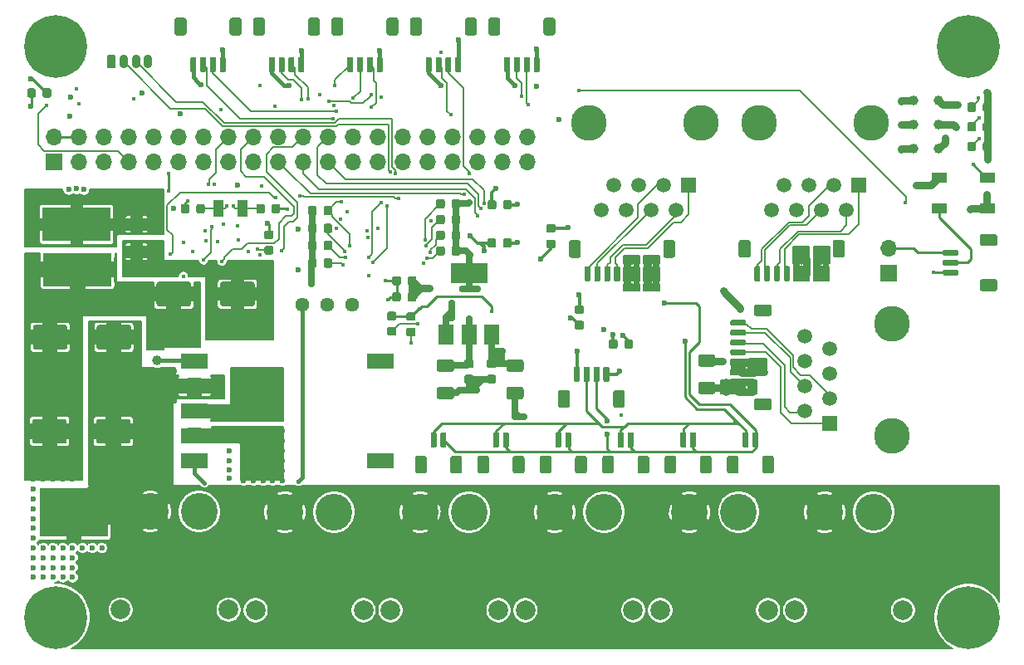
<source format=gbr>
G04 #@! TF.GenerationSoftware,KiCad,Pcbnew,(5.1.4)-1*
G04 #@! TF.CreationDate,2021-01-17T19:56:11-03:30*
G04 #@! TF.ProjectId,AUV_Pi_Expansion,4155565f-5069-45f4-9578-70616e73696f,V1.0*
G04 #@! TF.SameCoordinates,Original*
G04 #@! TF.FileFunction,Copper,L1,Top*
G04 #@! TF.FilePolarity,Positive*
%FSLAX46Y46*%
G04 Gerber Fmt 4.6, Leading zero omitted, Abs format (unit mm)*
G04 Created by KiCad (PCBNEW (5.1.4)-1) date 2021-01-17 19:56:11*
%MOMM*%
%LPD*%
G04 APERTURE LIST*
%ADD10C,0.100000*%
%ADD11C,0.875000*%
%ADD12C,1.000000*%
%ADD13R,1.700000X1.700000*%
%ADD14O,1.700000X1.700000*%
%ADD15C,6.400000*%
%ADD16C,2.000000*%
%ADD17C,3.750000*%
%ADD18C,2.500000*%
%ADD19C,1.250000*%
%ADD20R,1.500000X1.000000*%
%ADD21R,7.000000X5.000000*%
%ADD22C,1.200000*%
%ADD23C,0.600000*%
%ADD24C,1.500000*%
%ADD25R,1.500000X1.500000*%
%ADD26C,3.650000*%
%ADD27C,1.440000*%
%ADD28R,3.800000X2.000000*%
%ADD29R,1.500000X2.000000*%
%ADD30R,2.790000X1.650000*%
%ADD31R,1.000000X1.800000*%
%ADD32C,0.900000*%
%ADD33O,0.900000X1.400000*%
%ADD34R,7.000000X3.500000*%
%ADD35C,0.450000*%
%ADD36C,0.152400*%
%ADD37C,0.254000*%
%ADD38C,0.406400*%
%ADD39C,0.635000*%
%ADD40C,0.762000*%
%ADD41C,0.304800*%
%ADD42C,2.540000*%
%ADD43C,0.128000*%
G04 APERTURE END LIST*
D10*
G36*
X147090191Y-97976053D02*
G01*
X147111426Y-97979203D01*
X147132250Y-97984419D01*
X147152462Y-97991651D01*
X147171868Y-98000830D01*
X147190281Y-98011866D01*
X147207524Y-98024654D01*
X147223430Y-98039070D01*
X147237846Y-98054976D01*
X147250634Y-98072219D01*
X147261670Y-98090632D01*
X147270849Y-98110038D01*
X147278081Y-98130250D01*
X147283297Y-98151074D01*
X147286447Y-98172309D01*
X147287500Y-98193750D01*
X147287500Y-98706250D01*
X147286447Y-98727691D01*
X147283297Y-98748926D01*
X147278081Y-98769750D01*
X147270849Y-98789962D01*
X147261670Y-98809368D01*
X147250634Y-98827781D01*
X147237846Y-98845024D01*
X147223430Y-98860930D01*
X147207524Y-98875346D01*
X147190281Y-98888134D01*
X147171868Y-98899170D01*
X147152462Y-98908349D01*
X147132250Y-98915581D01*
X147111426Y-98920797D01*
X147090191Y-98923947D01*
X147068750Y-98925000D01*
X146631250Y-98925000D01*
X146609809Y-98923947D01*
X146588574Y-98920797D01*
X146567750Y-98915581D01*
X146547538Y-98908349D01*
X146528132Y-98899170D01*
X146509719Y-98888134D01*
X146492476Y-98875346D01*
X146476570Y-98860930D01*
X146462154Y-98845024D01*
X146449366Y-98827781D01*
X146438330Y-98809368D01*
X146429151Y-98789962D01*
X146421919Y-98769750D01*
X146416703Y-98748926D01*
X146413553Y-98727691D01*
X146412500Y-98706250D01*
X146412500Y-98193750D01*
X146413553Y-98172309D01*
X146416703Y-98151074D01*
X146421919Y-98130250D01*
X146429151Y-98110038D01*
X146438330Y-98090632D01*
X146449366Y-98072219D01*
X146462154Y-98054976D01*
X146476570Y-98039070D01*
X146492476Y-98024654D01*
X146509719Y-98011866D01*
X146528132Y-98000830D01*
X146547538Y-97991651D01*
X146567750Y-97984419D01*
X146588574Y-97979203D01*
X146609809Y-97976053D01*
X146631250Y-97975000D01*
X147068750Y-97975000D01*
X147090191Y-97976053D01*
X147090191Y-97976053D01*
G37*
D11*
X146850000Y-98450000D03*
D10*
G36*
X148665191Y-97976053D02*
G01*
X148686426Y-97979203D01*
X148707250Y-97984419D01*
X148727462Y-97991651D01*
X148746868Y-98000830D01*
X148765281Y-98011866D01*
X148782524Y-98024654D01*
X148798430Y-98039070D01*
X148812846Y-98054976D01*
X148825634Y-98072219D01*
X148836670Y-98090632D01*
X148845849Y-98110038D01*
X148853081Y-98130250D01*
X148858297Y-98151074D01*
X148861447Y-98172309D01*
X148862500Y-98193750D01*
X148862500Y-98706250D01*
X148861447Y-98727691D01*
X148858297Y-98748926D01*
X148853081Y-98769750D01*
X148845849Y-98789962D01*
X148836670Y-98809368D01*
X148825634Y-98827781D01*
X148812846Y-98845024D01*
X148798430Y-98860930D01*
X148782524Y-98875346D01*
X148765281Y-98888134D01*
X148746868Y-98899170D01*
X148727462Y-98908349D01*
X148707250Y-98915581D01*
X148686426Y-98920797D01*
X148665191Y-98923947D01*
X148643750Y-98925000D01*
X148206250Y-98925000D01*
X148184809Y-98923947D01*
X148163574Y-98920797D01*
X148142750Y-98915581D01*
X148122538Y-98908349D01*
X148103132Y-98899170D01*
X148084719Y-98888134D01*
X148067476Y-98875346D01*
X148051570Y-98860930D01*
X148037154Y-98845024D01*
X148024366Y-98827781D01*
X148013330Y-98809368D01*
X148004151Y-98789962D01*
X147996919Y-98769750D01*
X147991703Y-98748926D01*
X147988553Y-98727691D01*
X147987500Y-98706250D01*
X147987500Y-98193750D01*
X147988553Y-98172309D01*
X147991703Y-98151074D01*
X147996919Y-98130250D01*
X148004151Y-98110038D01*
X148013330Y-98090632D01*
X148024366Y-98072219D01*
X148037154Y-98054976D01*
X148051570Y-98039070D01*
X148067476Y-98024654D01*
X148084719Y-98011866D01*
X148103132Y-98000830D01*
X148122538Y-97991651D01*
X148142750Y-97984419D01*
X148163574Y-97979203D01*
X148184809Y-97976053D01*
X148206250Y-97975000D01*
X148643750Y-97975000D01*
X148665191Y-97976053D01*
X148665191Y-97976053D01*
G37*
D11*
X148425000Y-98450000D03*
D10*
G36*
X148665191Y-95976053D02*
G01*
X148686426Y-95979203D01*
X148707250Y-95984419D01*
X148727462Y-95991651D01*
X148746868Y-96000830D01*
X148765281Y-96011866D01*
X148782524Y-96024654D01*
X148798430Y-96039070D01*
X148812846Y-96054976D01*
X148825634Y-96072219D01*
X148836670Y-96090632D01*
X148845849Y-96110038D01*
X148853081Y-96130250D01*
X148858297Y-96151074D01*
X148861447Y-96172309D01*
X148862500Y-96193750D01*
X148862500Y-96706250D01*
X148861447Y-96727691D01*
X148858297Y-96748926D01*
X148853081Y-96769750D01*
X148845849Y-96789962D01*
X148836670Y-96809368D01*
X148825634Y-96827781D01*
X148812846Y-96845024D01*
X148798430Y-96860930D01*
X148782524Y-96875346D01*
X148765281Y-96888134D01*
X148746868Y-96899170D01*
X148727462Y-96908349D01*
X148707250Y-96915581D01*
X148686426Y-96920797D01*
X148665191Y-96923947D01*
X148643750Y-96925000D01*
X148206250Y-96925000D01*
X148184809Y-96923947D01*
X148163574Y-96920797D01*
X148142750Y-96915581D01*
X148122538Y-96908349D01*
X148103132Y-96899170D01*
X148084719Y-96888134D01*
X148067476Y-96875346D01*
X148051570Y-96860930D01*
X148037154Y-96845024D01*
X148024366Y-96827781D01*
X148013330Y-96809368D01*
X148004151Y-96789962D01*
X147996919Y-96769750D01*
X147991703Y-96748926D01*
X147988553Y-96727691D01*
X147987500Y-96706250D01*
X147987500Y-96193750D01*
X147988553Y-96172309D01*
X147991703Y-96151074D01*
X147996919Y-96130250D01*
X148004151Y-96110038D01*
X148013330Y-96090632D01*
X148024366Y-96072219D01*
X148037154Y-96054976D01*
X148051570Y-96039070D01*
X148067476Y-96024654D01*
X148084719Y-96011866D01*
X148103132Y-96000830D01*
X148122538Y-95991651D01*
X148142750Y-95984419D01*
X148163574Y-95979203D01*
X148184809Y-95976053D01*
X148206250Y-95975000D01*
X148643750Y-95975000D01*
X148665191Y-95976053D01*
X148665191Y-95976053D01*
G37*
D11*
X148425000Y-96450000D03*
D10*
G36*
X147090191Y-95976053D02*
G01*
X147111426Y-95979203D01*
X147132250Y-95984419D01*
X147152462Y-95991651D01*
X147171868Y-96000830D01*
X147190281Y-96011866D01*
X147207524Y-96024654D01*
X147223430Y-96039070D01*
X147237846Y-96054976D01*
X147250634Y-96072219D01*
X147261670Y-96090632D01*
X147270849Y-96110038D01*
X147278081Y-96130250D01*
X147283297Y-96151074D01*
X147286447Y-96172309D01*
X147287500Y-96193750D01*
X147287500Y-96706250D01*
X147286447Y-96727691D01*
X147283297Y-96748926D01*
X147278081Y-96769750D01*
X147270849Y-96789962D01*
X147261670Y-96809368D01*
X147250634Y-96827781D01*
X147237846Y-96845024D01*
X147223430Y-96860930D01*
X147207524Y-96875346D01*
X147190281Y-96888134D01*
X147171868Y-96899170D01*
X147152462Y-96908349D01*
X147132250Y-96915581D01*
X147111426Y-96920797D01*
X147090191Y-96923947D01*
X147068750Y-96925000D01*
X146631250Y-96925000D01*
X146609809Y-96923947D01*
X146588574Y-96920797D01*
X146567750Y-96915581D01*
X146547538Y-96908349D01*
X146528132Y-96899170D01*
X146509719Y-96888134D01*
X146492476Y-96875346D01*
X146476570Y-96860930D01*
X146462154Y-96845024D01*
X146449366Y-96827781D01*
X146438330Y-96809368D01*
X146429151Y-96789962D01*
X146421919Y-96769750D01*
X146416703Y-96748926D01*
X146413553Y-96727691D01*
X146412500Y-96706250D01*
X146412500Y-96193750D01*
X146413553Y-96172309D01*
X146416703Y-96151074D01*
X146421919Y-96130250D01*
X146429151Y-96110038D01*
X146438330Y-96090632D01*
X146449366Y-96072219D01*
X146462154Y-96054976D01*
X146476570Y-96039070D01*
X146492476Y-96024654D01*
X146509719Y-96011866D01*
X146528132Y-96000830D01*
X146547538Y-95991651D01*
X146567750Y-95984419D01*
X146588574Y-95979203D01*
X146609809Y-95976053D01*
X146631250Y-95975000D01*
X147068750Y-95975000D01*
X147090191Y-95976053D01*
X147090191Y-95976053D01*
G37*
D11*
X146850000Y-96450000D03*
D10*
G36*
X147090191Y-93976053D02*
G01*
X147111426Y-93979203D01*
X147132250Y-93984419D01*
X147152462Y-93991651D01*
X147171868Y-94000830D01*
X147190281Y-94011866D01*
X147207524Y-94024654D01*
X147223430Y-94039070D01*
X147237846Y-94054976D01*
X147250634Y-94072219D01*
X147261670Y-94090632D01*
X147270849Y-94110038D01*
X147278081Y-94130250D01*
X147283297Y-94151074D01*
X147286447Y-94172309D01*
X147287500Y-94193750D01*
X147287500Y-94706250D01*
X147286447Y-94727691D01*
X147283297Y-94748926D01*
X147278081Y-94769750D01*
X147270849Y-94789962D01*
X147261670Y-94809368D01*
X147250634Y-94827781D01*
X147237846Y-94845024D01*
X147223430Y-94860930D01*
X147207524Y-94875346D01*
X147190281Y-94888134D01*
X147171868Y-94899170D01*
X147152462Y-94908349D01*
X147132250Y-94915581D01*
X147111426Y-94920797D01*
X147090191Y-94923947D01*
X147068750Y-94925000D01*
X146631250Y-94925000D01*
X146609809Y-94923947D01*
X146588574Y-94920797D01*
X146567750Y-94915581D01*
X146547538Y-94908349D01*
X146528132Y-94899170D01*
X146509719Y-94888134D01*
X146492476Y-94875346D01*
X146476570Y-94860930D01*
X146462154Y-94845024D01*
X146449366Y-94827781D01*
X146438330Y-94809368D01*
X146429151Y-94789962D01*
X146421919Y-94769750D01*
X146416703Y-94748926D01*
X146413553Y-94727691D01*
X146412500Y-94706250D01*
X146412500Y-94193750D01*
X146413553Y-94172309D01*
X146416703Y-94151074D01*
X146421919Y-94130250D01*
X146429151Y-94110038D01*
X146438330Y-94090632D01*
X146449366Y-94072219D01*
X146462154Y-94054976D01*
X146476570Y-94039070D01*
X146492476Y-94024654D01*
X146509719Y-94011866D01*
X146528132Y-94000830D01*
X146547538Y-93991651D01*
X146567750Y-93984419D01*
X146588574Y-93979203D01*
X146609809Y-93976053D01*
X146631250Y-93975000D01*
X147068750Y-93975000D01*
X147090191Y-93976053D01*
X147090191Y-93976053D01*
G37*
D11*
X146850000Y-94450000D03*
D10*
G36*
X148665191Y-93976053D02*
G01*
X148686426Y-93979203D01*
X148707250Y-93984419D01*
X148727462Y-93991651D01*
X148746868Y-94000830D01*
X148765281Y-94011866D01*
X148782524Y-94024654D01*
X148798430Y-94039070D01*
X148812846Y-94054976D01*
X148825634Y-94072219D01*
X148836670Y-94090632D01*
X148845849Y-94110038D01*
X148853081Y-94130250D01*
X148858297Y-94151074D01*
X148861447Y-94172309D01*
X148862500Y-94193750D01*
X148862500Y-94706250D01*
X148861447Y-94727691D01*
X148858297Y-94748926D01*
X148853081Y-94769750D01*
X148845849Y-94789962D01*
X148836670Y-94809368D01*
X148825634Y-94827781D01*
X148812846Y-94845024D01*
X148798430Y-94860930D01*
X148782524Y-94875346D01*
X148765281Y-94888134D01*
X148746868Y-94899170D01*
X148727462Y-94908349D01*
X148707250Y-94915581D01*
X148686426Y-94920797D01*
X148665191Y-94923947D01*
X148643750Y-94925000D01*
X148206250Y-94925000D01*
X148184809Y-94923947D01*
X148163574Y-94920797D01*
X148142750Y-94915581D01*
X148122538Y-94908349D01*
X148103132Y-94899170D01*
X148084719Y-94888134D01*
X148067476Y-94875346D01*
X148051570Y-94860930D01*
X148037154Y-94845024D01*
X148024366Y-94827781D01*
X148013330Y-94809368D01*
X148004151Y-94789962D01*
X147996919Y-94769750D01*
X147991703Y-94748926D01*
X147988553Y-94727691D01*
X147987500Y-94706250D01*
X147987500Y-94193750D01*
X147988553Y-94172309D01*
X147991703Y-94151074D01*
X147996919Y-94130250D01*
X148004151Y-94110038D01*
X148013330Y-94090632D01*
X148024366Y-94072219D01*
X148037154Y-94054976D01*
X148051570Y-94039070D01*
X148067476Y-94024654D01*
X148084719Y-94011866D01*
X148103132Y-94000830D01*
X148122538Y-93991651D01*
X148142750Y-93984419D01*
X148163574Y-93979203D01*
X148184809Y-93976053D01*
X148206250Y-93975000D01*
X148643750Y-93975000D01*
X148665191Y-93976053D01*
X148665191Y-93976053D01*
G37*
D11*
X148425000Y-94450000D03*
D12*
X143500000Y-98700000D03*
X143500000Y-96200000D03*
X143500000Y-93800000D03*
X140900000Y-98700000D03*
X140900000Y-96200000D03*
X140900000Y-93800000D03*
D13*
X53300000Y-100000000D03*
D14*
X53300000Y-97460000D03*
X55840000Y-100000000D03*
X55840000Y-97460000D03*
X58380000Y-100000000D03*
X58380000Y-97460000D03*
X60920000Y-100000000D03*
X60920000Y-97460000D03*
X63460000Y-100000000D03*
X63460000Y-97460000D03*
X66000000Y-100000000D03*
X66000000Y-97460000D03*
X68540000Y-100000000D03*
X68540000Y-97460000D03*
X71080000Y-100000000D03*
X71080000Y-97460000D03*
X73620000Y-100000000D03*
X73620000Y-97460000D03*
X76160000Y-100000000D03*
X76160000Y-97460000D03*
X78700000Y-100000000D03*
X78700000Y-97460000D03*
X81240000Y-100000000D03*
X81240000Y-97460000D03*
X83780000Y-100000000D03*
X83780000Y-97460000D03*
X86320000Y-100000000D03*
X86320000Y-97460000D03*
X88860000Y-100000000D03*
X88860000Y-97460000D03*
X91400000Y-100000000D03*
X91400000Y-97460000D03*
X93940000Y-100000000D03*
X93940000Y-97460000D03*
X96480000Y-100000000D03*
X96480000Y-97460000D03*
X99020000Y-100000000D03*
X99020000Y-97460000D03*
X101560000Y-100000000D03*
X101560000Y-97460000D03*
D15*
X53500000Y-146500000D03*
X53500000Y-88300000D03*
X146500000Y-88300000D03*
X146500000Y-146500000D03*
D16*
X87600000Y-145750000D03*
X98600000Y-145750000D03*
D17*
X90600000Y-135750000D03*
X95600000Y-135750000D03*
X81850000Y-135750000D03*
X76850000Y-135750000D03*
D16*
X84850000Y-145750000D03*
X73850000Y-145750000D03*
X60100000Y-145700000D03*
X71100000Y-145700000D03*
D17*
X63100000Y-135700000D03*
X68100000Y-135700000D03*
X136850000Y-135750000D03*
X131850000Y-135750000D03*
D16*
X139850000Y-145750000D03*
X128850000Y-145750000D03*
X115100000Y-145750000D03*
X126100000Y-145750000D03*
D17*
X118100000Y-135750000D03*
X123100000Y-135750000D03*
X109350000Y-135750000D03*
X104350000Y-135750000D03*
D16*
X112350000Y-145750000D03*
X101350000Y-145750000D03*
D10*
G36*
X54374504Y-126251204D02*
G01*
X54398773Y-126254804D01*
X54422571Y-126260765D01*
X54445671Y-126269030D01*
X54467849Y-126279520D01*
X54488893Y-126292133D01*
X54508598Y-126306747D01*
X54526777Y-126323223D01*
X54543253Y-126341402D01*
X54557867Y-126361107D01*
X54570480Y-126382151D01*
X54580970Y-126404329D01*
X54589235Y-126427429D01*
X54595196Y-126451227D01*
X54598796Y-126475496D01*
X54600000Y-126500000D01*
X54600000Y-128500000D01*
X54598796Y-128524504D01*
X54595196Y-128548773D01*
X54589235Y-128572571D01*
X54580970Y-128595671D01*
X54570480Y-128617849D01*
X54557867Y-128638893D01*
X54543253Y-128658598D01*
X54526777Y-128676777D01*
X54508598Y-128693253D01*
X54488893Y-128707867D01*
X54467849Y-128720480D01*
X54445671Y-128730970D01*
X54422571Y-128739235D01*
X54398773Y-128745196D01*
X54374504Y-128748796D01*
X54350000Y-128750000D01*
X51350000Y-128750000D01*
X51325496Y-128748796D01*
X51301227Y-128745196D01*
X51277429Y-128739235D01*
X51254329Y-128730970D01*
X51232151Y-128720480D01*
X51211107Y-128707867D01*
X51191402Y-128693253D01*
X51173223Y-128676777D01*
X51156747Y-128658598D01*
X51142133Y-128638893D01*
X51129520Y-128617849D01*
X51119030Y-128595671D01*
X51110765Y-128572571D01*
X51104804Y-128548773D01*
X51101204Y-128524504D01*
X51100000Y-128500000D01*
X51100000Y-126500000D01*
X51101204Y-126475496D01*
X51104804Y-126451227D01*
X51110765Y-126427429D01*
X51119030Y-126404329D01*
X51129520Y-126382151D01*
X51142133Y-126361107D01*
X51156747Y-126341402D01*
X51173223Y-126323223D01*
X51191402Y-126306747D01*
X51211107Y-126292133D01*
X51232151Y-126279520D01*
X51254329Y-126269030D01*
X51277429Y-126260765D01*
X51301227Y-126254804D01*
X51325496Y-126251204D01*
X51350000Y-126250000D01*
X54350000Y-126250000D01*
X54374504Y-126251204D01*
X54374504Y-126251204D01*
G37*
D18*
X52850000Y-127500000D03*
D10*
G36*
X60874504Y-126251204D02*
G01*
X60898773Y-126254804D01*
X60922571Y-126260765D01*
X60945671Y-126269030D01*
X60967849Y-126279520D01*
X60988893Y-126292133D01*
X61008598Y-126306747D01*
X61026777Y-126323223D01*
X61043253Y-126341402D01*
X61057867Y-126361107D01*
X61070480Y-126382151D01*
X61080970Y-126404329D01*
X61089235Y-126427429D01*
X61095196Y-126451227D01*
X61098796Y-126475496D01*
X61100000Y-126500000D01*
X61100000Y-128500000D01*
X61098796Y-128524504D01*
X61095196Y-128548773D01*
X61089235Y-128572571D01*
X61080970Y-128595671D01*
X61070480Y-128617849D01*
X61057867Y-128638893D01*
X61043253Y-128658598D01*
X61026777Y-128676777D01*
X61008598Y-128693253D01*
X60988893Y-128707867D01*
X60967849Y-128720480D01*
X60945671Y-128730970D01*
X60922571Y-128739235D01*
X60898773Y-128745196D01*
X60874504Y-128748796D01*
X60850000Y-128750000D01*
X57850000Y-128750000D01*
X57825496Y-128748796D01*
X57801227Y-128745196D01*
X57777429Y-128739235D01*
X57754329Y-128730970D01*
X57732151Y-128720480D01*
X57711107Y-128707867D01*
X57691402Y-128693253D01*
X57673223Y-128676777D01*
X57656747Y-128658598D01*
X57642133Y-128638893D01*
X57629520Y-128617849D01*
X57619030Y-128595671D01*
X57610765Y-128572571D01*
X57604804Y-128548773D01*
X57601204Y-128524504D01*
X57600000Y-128500000D01*
X57600000Y-126500000D01*
X57601204Y-126475496D01*
X57604804Y-126451227D01*
X57610765Y-126427429D01*
X57619030Y-126404329D01*
X57629520Y-126382151D01*
X57642133Y-126361107D01*
X57656747Y-126341402D01*
X57673223Y-126323223D01*
X57691402Y-126306747D01*
X57711107Y-126292133D01*
X57732151Y-126279520D01*
X57754329Y-126269030D01*
X57777429Y-126260765D01*
X57801227Y-126254804D01*
X57825496Y-126251204D01*
X57850000Y-126250000D01*
X60850000Y-126250000D01*
X60874504Y-126251204D01*
X60874504Y-126251204D01*
G37*
D18*
X59350000Y-127500000D03*
D10*
G36*
X60924504Y-116651204D02*
G01*
X60948773Y-116654804D01*
X60972571Y-116660765D01*
X60995671Y-116669030D01*
X61017849Y-116679520D01*
X61038893Y-116692133D01*
X61058598Y-116706747D01*
X61076777Y-116723223D01*
X61093253Y-116741402D01*
X61107867Y-116761107D01*
X61120480Y-116782151D01*
X61130970Y-116804329D01*
X61139235Y-116827429D01*
X61145196Y-116851227D01*
X61148796Y-116875496D01*
X61150000Y-116900000D01*
X61150000Y-118900000D01*
X61148796Y-118924504D01*
X61145196Y-118948773D01*
X61139235Y-118972571D01*
X61130970Y-118995671D01*
X61120480Y-119017849D01*
X61107867Y-119038893D01*
X61093253Y-119058598D01*
X61076777Y-119076777D01*
X61058598Y-119093253D01*
X61038893Y-119107867D01*
X61017849Y-119120480D01*
X60995671Y-119130970D01*
X60972571Y-119139235D01*
X60948773Y-119145196D01*
X60924504Y-119148796D01*
X60900000Y-119150000D01*
X57900000Y-119150000D01*
X57875496Y-119148796D01*
X57851227Y-119145196D01*
X57827429Y-119139235D01*
X57804329Y-119130970D01*
X57782151Y-119120480D01*
X57761107Y-119107867D01*
X57741402Y-119093253D01*
X57723223Y-119076777D01*
X57706747Y-119058598D01*
X57692133Y-119038893D01*
X57679520Y-119017849D01*
X57669030Y-118995671D01*
X57660765Y-118972571D01*
X57654804Y-118948773D01*
X57651204Y-118924504D01*
X57650000Y-118900000D01*
X57650000Y-116900000D01*
X57651204Y-116875496D01*
X57654804Y-116851227D01*
X57660765Y-116827429D01*
X57669030Y-116804329D01*
X57679520Y-116782151D01*
X57692133Y-116761107D01*
X57706747Y-116741402D01*
X57723223Y-116723223D01*
X57741402Y-116706747D01*
X57761107Y-116692133D01*
X57782151Y-116679520D01*
X57804329Y-116669030D01*
X57827429Y-116660765D01*
X57851227Y-116654804D01*
X57875496Y-116651204D01*
X57900000Y-116650000D01*
X60900000Y-116650000D01*
X60924504Y-116651204D01*
X60924504Y-116651204D01*
G37*
D18*
X59400000Y-117900000D03*
D10*
G36*
X54424504Y-116651204D02*
G01*
X54448773Y-116654804D01*
X54472571Y-116660765D01*
X54495671Y-116669030D01*
X54517849Y-116679520D01*
X54538893Y-116692133D01*
X54558598Y-116706747D01*
X54576777Y-116723223D01*
X54593253Y-116741402D01*
X54607867Y-116761107D01*
X54620480Y-116782151D01*
X54630970Y-116804329D01*
X54639235Y-116827429D01*
X54645196Y-116851227D01*
X54648796Y-116875496D01*
X54650000Y-116900000D01*
X54650000Y-118900000D01*
X54648796Y-118924504D01*
X54645196Y-118948773D01*
X54639235Y-118972571D01*
X54630970Y-118995671D01*
X54620480Y-119017849D01*
X54607867Y-119038893D01*
X54593253Y-119058598D01*
X54576777Y-119076777D01*
X54558598Y-119093253D01*
X54538893Y-119107867D01*
X54517849Y-119120480D01*
X54495671Y-119130970D01*
X54472571Y-119139235D01*
X54448773Y-119145196D01*
X54424504Y-119148796D01*
X54400000Y-119150000D01*
X51400000Y-119150000D01*
X51375496Y-119148796D01*
X51351227Y-119145196D01*
X51327429Y-119139235D01*
X51304329Y-119130970D01*
X51282151Y-119120480D01*
X51261107Y-119107867D01*
X51241402Y-119093253D01*
X51223223Y-119076777D01*
X51206747Y-119058598D01*
X51192133Y-119038893D01*
X51179520Y-119017849D01*
X51169030Y-118995671D01*
X51160765Y-118972571D01*
X51154804Y-118948773D01*
X51151204Y-118924504D01*
X51150000Y-118900000D01*
X51150000Y-116900000D01*
X51151204Y-116875496D01*
X51154804Y-116851227D01*
X51160765Y-116827429D01*
X51169030Y-116804329D01*
X51179520Y-116782151D01*
X51192133Y-116761107D01*
X51206747Y-116741402D01*
X51223223Y-116723223D01*
X51241402Y-116706747D01*
X51261107Y-116692133D01*
X51282151Y-116679520D01*
X51304329Y-116669030D01*
X51327429Y-116660765D01*
X51351227Y-116654804D01*
X51375496Y-116651204D01*
X51400000Y-116650000D01*
X54400000Y-116650000D01*
X54424504Y-116651204D01*
X54424504Y-116651204D01*
G37*
D18*
X52900000Y-117900000D03*
D10*
G36*
X73524504Y-112251204D02*
G01*
X73548773Y-112254804D01*
X73572571Y-112260765D01*
X73595671Y-112269030D01*
X73617849Y-112279520D01*
X73638893Y-112292133D01*
X73658598Y-112306747D01*
X73676777Y-112323223D01*
X73693253Y-112341402D01*
X73707867Y-112361107D01*
X73720480Y-112382151D01*
X73730970Y-112404329D01*
X73739235Y-112427429D01*
X73745196Y-112451227D01*
X73748796Y-112475496D01*
X73750000Y-112500000D01*
X73750000Y-114500000D01*
X73748796Y-114524504D01*
X73745196Y-114548773D01*
X73739235Y-114572571D01*
X73730970Y-114595671D01*
X73720480Y-114617849D01*
X73707867Y-114638893D01*
X73693253Y-114658598D01*
X73676777Y-114676777D01*
X73658598Y-114693253D01*
X73638893Y-114707867D01*
X73617849Y-114720480D01*
X73595671Y-114730970D01*
X73572571Y-114739235D01*
X73548773Y-114745196D01*
X73524504Y-114748796D01*
X73500000Y-114750000D01*
X70500000Y-114750000D01*
X70475496Y-114748796D01*
X70451227Y-114745196D01*
X70427429Y-114739235D01*
X70404329Y-114730970D01*
X70382151Y-114720480D01*
X70361107Y-114707867D01*
X70341402Y-114693253D01*
X70323223Y-114676777D01*
X70306747Y-114658598D01*
X70292133Y-114638893D01*
X70279520Y-114617849D01*
X70269030Y-114595671D01*
X70260765Y-114572571D01*
X70254804Y-114548773D01*
X70251204Y-114524504D01*
X70250000Y-114500000D01*
X70250000Y-112500000D01*
X70251204Y-112475496D01*
X70254804Y-112451227D01*
X70260765Y-112427429D01*
X70269030Y-112404329D01*
X70279520Y-112382151D01*
X70292133Y-112361107D01*
X70306747Y-112341402D01*
X70323223Y-112323223D01*
X70341402Y-112306747D01*
X70361107Y-112292133D01*
X70382151Y-112279520D01*
X70404329Y-112269030D01*
X70427429Y-112260765D01*
X70451227Y-112254804D01*
X70475496Y-112251204D01*
X70500000Y-112250000D01*
X73500000Y-112250000D01*
X73524504Y-112251204D01*
X73524504Y-112251204D01*
G37*
D18*
X72000000Y-113500000D03*
D10*
G36*
X67024504Y-112251204D02*
G01*
X67048773Y-112254804D01*
X67072571Y-112260765D01*
X67095671Y-112269030D01*
X67117849Y-112279520D01*
X67138893Y-112292133D01*
X67158598Y-112306747D01*
X67176777Y-112323223D01*
X67193253Y-112341402D01*
X67207867Y-112361107D01*
X67220480Y-112382151D01*
X67230970Y-112404329D01*
X67239235Y-112427429D01*
X67245196Y-112451227D01*
X67248796Y-112475496D01*
X67250000Y-112500000D01*
X67250000Y-114500000D01*
X67248796Y-114524504D01*
X67245196Y-114548773D01*
X67239235Y-114572571D01*
X67230970Y-114595671D01*
X67220480Y-114617849D01*
X67207867Y-114638893D01*
X67193253Y-114658598D01*
X67176777Y-114676777D01*
X67158598Y-114693253D01*
X67138893Y-114707867D01*
X67117849Y-114720480D01*
X67095671Y-114730970D01*
X67072571Y-114739235D01*
X67048773Y-114745196D01*
X67024504Y-114748796D01*
X67000000Y-114750000D01*
X64000000Y-114750000D01*
X63975496Y-114748796D01*
X63951227Y-114745196D01*
X63927429Y-114739235D01*
X63904329Y-114730970D01*
X63882151Y-114720480D01*
X63861107Y-114707867D01*
X63841402Y-114693253D01*
X63823223Y-114676777D01*
X63806747Y-114658598D01*
X63792133Y-114638893D01*
X63779520Y-114617849D01*
X63769030Y-114595671D01*
X63760765Y-114572571D01*
X63754804Y-114548773D01*
X63751204Y-114524504D01*
X63750000Y-114500000D01*
X63750000Y-112500000D01*
X63751204Y-112475496D01*
X63754804Y-112451227D01*
X63760765Y-112427429D01*
X63769030Y-112404329D01*
X63779520Y-112382151D01*
X63792133Y-112361107D01*
X63806747Y-112341402D01*
X63823223Y-112323223D01*
X63841402Y-112306747D01*
X63861107Y-112292133D01*
X63882151Y-112279520D01*
X63904329Y-112269030D01*
X63927429Y-112260765D01*
X63951227Y-112254804D01*
X63975496Y-112251204D01*
X64000000Y-112250000D01*
X67000000Y-112250000D01*
X67024504Y-112251204D01*
X67024504Y-112251204D01*
G37*
D18*
X65500000Y-113500000D03*
D10*
G36*
X100949504Y-120176204D02*
G01*
X100973773Y-120179804D01*
X100997571Y-120185765D01*
X101020671Y-120194030D01*
X101042849Y-120204520D01*
X101063893Y-120217133D01*
X101083598Y-120231747D01*
X101101777Y-120248223D01*
X101118253Y-120266402D01*
X101132867Y-120286107D01*
X101145480Y-120307151D01*
X101155970Y-120329329D01*
X101164235Y-120352429D01*
X101170196Y-120376227D01*
X101173796Y-120400496D01*
X101175000Y-120425000D01*
X101175000Y-121175000D01*
X101173796Y-121199504D01*
X101170196Y-121223773D01*
X101164235Y-121247571D01*
X101155970Y-121270671D01*
X101145480Y-121292849D01*
X101132867Y-121313893D01*
X101118253Y-121333598D01*
X101101777Y-121351777D01*
X101083598Y-121368253D01*
X101063893Y-121382867D01*
X101042849Y-121395480D01*
X101020671Y-121405970D01*
X100997571Y-121414235D01*
X100973773Y-121420196D01*
X100949504Y-121423796D01*
X100925000Y-121425000D01*
X99675000Y-121425000D01*
X99650496Y-121423796D01*
X99626227Y-121420196D01*
X99602429Y-121414235D01*
X99579329Y-121405970D01*
X99557151Y-121395480D01*
X99536107Y-121382867D01*
X99516402Y-121368253D01*
X99498223Y-121351777D01*
X99481747Y-121333598D01*
X99467133Y-121313893D01*
X99454520Y-121292849D01*
X99444030Y-121270671D01*
X99435765Y-121247571D01*
X99429804Y-121223773D01*
X99426204Y-121199504D01*
X99425000Y-121175000D01*
X99425000Y-120425000D01*
X99426204Y-120400496D01*
X99429804Y-120376227D01*
X99435765Y-120352429D01*
X99444030Y-120329329D01*
X99454520Y-120307151D01*
X99467133Y-120286107D01*
X99481747Y-120266402D01*
X99498223Y-120248223D01*
X99516402Y-120231747D01*
X99536107Y-120217133D01*
X99557151Y-120204520D01*
X99579329Y-120194030D01*
X99602429Y-120185765D01*
X99626227Y-120179804D01*
X99650496Y-120176204D01*
X99675000Y-120175000D01*
X100925000Y-120175000D01*
X100949504Y-120176204D01*
X100949504Y-120176204D01*
G37*
D19*
X100300000Y-120800000D03*
D10*
G36*
X100949504Y-122976204D02*
G01*
X100973773Y-122979804D01*
X100997571Y-122985765D01*
X101020671Y-122994030D01*
X101042849Y-123004520D01*
X101063893Y-123017133D01*
X101083598Y-123031747D01*
X101101777Y-123048223D01*
X101118253Y-123066402D01*
X101132867Y-123086107D01*
X101145480Y-123107151D01*
X101155970Y-123129329D01*
X101164235Y-123152429D01*
X101170196Y-123176227D01*
X101173796Y-123200496D01*
X101175000Y-123225000D01*
X101175000Y-123975000D01*
X101173796Y-123999504D01*
X101170196Y-124023773D01*
X101164235Y-124047571D01*
X101155970Y-124070671D01*
X101145480Y-124092849D01*
X101132867Y-124113893D01*
X101118253Y-124133598D01*
X101101777Y-124151777D01*
X101083598Y-124168253D01*
X101063893Y-124182867D01*
X101042849Y-124195480D01*
X101020671Y-124205970D01*
X100997571Y-124214235D01*
X100973773Y-124220196D01*
X100949504Y-124223796D01*
X100925000Y-124225000D01*
X99675000Y-124225000D01*
X99650496Y-124223796D01*
X99626227Y-124220196D01*
X99602429Y-124214235D01*
X99579329Y-124205970D01*
X99557151Y-124195480D01*
X99536107Y-124182867D01*
X99516402Y-124168253D01*
X99498223Y-124151777D01*
X99481747Y-124133598D01*
X99467133Y-124113893D01*
X99454520Y-124092849D01*
X99444030Y-124070671D01*
X99435765Y-124047571D01*
X99429804Y-124023773D01*
X99426204Y-123999504D01*
X99425000Y-123975000D01*
X99425000Y-123225000D01*
X99426204Y-123200496D01*
X99429804Y-123176227D01*
X99435765Y-123152429D01*
X99444030Y-123129329D01*
X99454520Y-123107151D01*
X99467133Y-123086107D01*
X99481747Y-123066402D01*
X99498223Y-123048223D01*
X99516402Y-123031747D01*
X99536107Y-123017133D01*
X99557151Y-123004520D01*
X99579329Y-122994030D01*
X99602429Y-122985765D01*
X99626227Y-122979804D01*
X99650496Y-122976204D01*
X99675000Y-122975000D01*
X100925000Y-122975000D01*
X100949504Y-122976204D01*
X100949504Y-122976204D01*
G37*
D19*
X100300000Y-123600000D03*
D10*
G36*
X98177691Y-120163553D02*
G01*
X98198926Y-120166703D01*
X98219750Y-120171919D01*
X98239962Y-120179151D01*
X98259368Y-120188330D01*
X98277781Y-120199366D01*
X98295024Y-120212154D01*
X98310930Y-120226570D01*
X98325346Y-120242476D01*
X98338134Y-120259719D01*
X98349170Y-120278132D01*
X98358349Y-120297538D01*
X98365581Y-120317750D01*
X98370797Y-120338574D01*
X98373947Y-120359809D01*
X98375000Y-120381250D01*
X98375000Y-120818750D01*
X98373947Y-120840191D01*
X98370797Y-120861426D01*
X98365581Y-120882250D01*
X98358349Y-120902462D01*
X98349170Y-120921868D01*
X98338134Y-120940281D01*
X98325346Y-120957524D01*
X98310930Y-120973430D01*
X98295024Y-120987846D01*
X98277781Y-121000634D01*
X98259368Y-121011670D01*
X98239962Y-121020849D01*
X98219750Y-121028081D01*
X98198926Y-121033297D01*
X98177691Y-121036447D01*
X98156250Y-121037500D01*
X97643750Y-121037500D01*
X97622309Y-121036447D01*
X97601074Y-121033297D01*
X97580250Y-121028081D01*
X97560038Y-121020849D01*
X97540632Y-121011670D01*
X97522219Y-121000634D01*
X97504976Y-120987846D01*
X97489070Y-120973430D01*
X97474654Y-120957524D01*
X97461866Y-120940281D01*
X97450830Y-120921868D01*
X97441651Y-120902462D01*
X97434419Y-120882250D01*
X97429203Y-120861426D01*
X97426053Y-120840191D01*
X97425000Y-120818750D01*
X97425000Y-120381250D01*
X97426053Y-120359809D01*
X97429203Y-120338574D01*
X97434419Y-120317750D01*
X97441651Y-120297538D01*
X97450830Y-120278132D01*
X97461866Y-120259719D01*
X97474654Y-120242476D01*
X97489070Y-120226570D01*
X97504976Y-120212154D01*
X97522219Y-120199366D01*
X97540632Y-120188330D01*
X97560038Y-120179151D01*
X97580250Y-120171919D01*
X97601074Y-120166703D01*
X97622309Y-120163553D01*
X97643750Y-120162500D01*
X98156250Y-120162500D01*
X98177691Y-120163553D01*
X98177691Y-120163553D01*
G37*
D11*
X97900000Y-120600000D03*
D10*
G36*
X98177691Y-121738553D02*
G01*
X98198926Y-121741703D01*
X98219750Y-121746919D01*
X98239962Y-121754151D01*
X98259368Y-121763330D01*
X98277781Y-121774366D01*
X98295024Y-121787154D01*
X98310930Y-121801570D01*
X98325346Y-121817476D01*
X98338134Y-121834719D01*
X98349170Y-121853132D01*
X98358349Y-121872538D01*
X98365581Y-121892750D01*
X98370797Y-121913574D01*
X98373947Y-121934809D01*
X98375000Y-121956250D01*
X98375000Y-122393750D01*
X98373947Y-122415191D01*
X98370797Y-122436426D01*
X98365581Y-122457250D01*
X98358349Y-122477462D01*
X98349170Y-122496868D01*
X98338134Y-122515281D01*
X98325346Y-122532524D01*
X98310930Y-122548430D01*
X98295024Y-122562846D01*
X98277781Y-122575634D01*
X98259368Y-122586670D01*
X98239962Y-122595849D01*
X98219750Y-122603081D01*
X98198926Y-122608297D01*
X98177691Y-122611447D01*
X98156250Y-122612500D01*
X97643750Y-122612500D01*
X97622309Y-122611447D01*
X97601074Y-122608297D01*
X97580250Y-122603081D01*
X97560038Y-122595849D01*
X97540632Y-122586670D01*
X97522219Y-122575634D01*
X97504976Y-122562846D01*
X97489070Y-122548430D01*
X97474654Y-122532524D01*
X97461866Y-122515281D01*
X97450830Y-122496868D01*
X97441651Y-122477462D01*
X97434419Y-122457250D01*
X97429203Y-122436426D01*
X97426053Y-122415191D01*
X97425000Y-122393750D01*
X97425000Y-121956250D01*
X97426053Y-121934809D01*
X97429203Y-121913574D01*
X97434419Y-121892750D01*
X97441651Y-121872538D01*
X97450830Y-121853132D01*
X97461866Y-121834719D01*
X97474654Y-121817476D01*
X97489070Y-121801570D01*
X97504976Y-121787154D01*
X97522219Y-121774366D01*
X97540632Y-121763330D01*
X97560038Y-121754151D01*
X97580250Y-121746919D01*
X97601074Y-121741703D01*
X97622309Y-121738553D01*
X97643750Y-121737500D01*
X98156250Y-121737500D01*
X98177691Y-121738553D01*
X98177691Y-121738553D01*
G37*
D11*
X97900000Y-122175000D03*
D10*
G36*
X93849504Y-122976204D02*
G01*
X93873773Y-122979804D01*
X93897571Y-122985765D01*
X93920671Y-122994030D01*
X93942849Y-123004520D01*
X93963893Y-123017133D01*
X93983598Y-123031747D01*
X94001777Y-123048223D01*
X94018253Y-123066402D01*
X94032867Y-123086107D01*
X94045480Y-123107151D01*
X94055970Y-123129329D01*
X94064235Y-123152429D01*
X94070196Y-123176227D01*
X94073796Y-123200496D01*
X94075000Y-123225000D01*
X94075000Y-123975000D01*
X94073796Y-123999504D01*
X94070196Y-124023773D01*
X94064235Y-124047571D01*
X94055970Y-124070671D01*
X94045480Y-124092849D01*
X94032867Y-124113893D01*
X94018253Y-124133598D01*
X94001777Y-124151777D01*
X93983598Y-124168253D01*
X93963893Y-124182867D01*
X93942849Y-124195480D01*
X93920671Y-124205970D01*
X93897571Y-124214235D01*
X93873773Y-124220196D01*
X93849504Y-124223796D01*
X93825000Y-124225000D01*
X92575000Y-124225000D01*
X92550496Y-124223796D01*
X92526227Y-124220196D01*
X92502429Y-124214235D01*
X92479329Y-124205970D01*
X92457151Y-124195480D01*
X92436107Y-124182867D01*
X92416402Y-124168253D01*
X92398223Y-124151777D01*
X92381747Y-124133598D01*
X92367133Y-124113893D01*
X92354520Y-124092849D01*
X92344030Y-124070671D01*
X92335765Y-124047571D01*
X92329804Y-124023773D01*
X92326204Y-123999504D01*
X92325000Y-123975000D01*
X92325000Y-123225000D01*
X92326204Y-123200496D01*
X92329804Y-123176227D01*
X92335765Y-123152429D01*
X92344030Y-123129329D01*
X92354520Y-123107151D01*
X92367133Y-123086107D01*
X92381747Y-123066402D01*
X92398223Y-123048223D01*
X92416402Y-123031747D01*
X92436107Y-123017133D01*
X92457151Y-123004520D01*
X92479329Y-122994030D01*
X92502429Y-122985765D01*
X92526227Y-122979804D01*
X92550496Y-122976204D01*
X92575000Y-122975000D01*
X93825000Y-122975000D01*
X93849504Y-122976204D01*
X93849504Y-122976204D01*
G37*
D19*
X93200000Y-123600000D03*
D10*
G36*
X93849504Y-120176204D02*
G01*
X93873773Y-120179804D01*
X93897571Y-120185765D01*
X93920671Y-120194030D01*
X93942849Y-120204520D01*
X93963893Y-120217133D01*
X93983598Y-120231747D01*
X94001777Y-120248223D01*
X94018253Y-120266402D01*
X94032867Y-120286107D01*
X94045480Y-120307151D01*
X94055970Y-120329329D01*
X94064235Y-120352429D01*
X94070196Y-120376227D01*
X94073796Y-120400496D01*
X94075000Y-120425000D01*
X94075000Y-121175000D01*
X94073796Y-121199504D01*
X94070196Y-121223773D01*
X94064235Y-121247571D01*
X94055970Y-121270671D01*
X94045480Y-121292849D01*
X94032867Y-121313893D01*
X94018253Y-121333598D01*
X94001777Y-121351777D01*
X93983598Y-121368253D01*
X93963893Y-121382867D01*
X93942849Y-121395480D01*
X93920671Y-121405970D01*
X93897571Y-121414235D01*
X93873773Y-121420196D01*
X93849504Y-121423796D01*
X93825000Y-121425000D01*
X92575000Y-121425000D01*
X92550496Y-121423796D01*
X92526227Y-121420196D01*
X92502429Y-121414235D01*
X92479329Y-121405970D01*
X92457151Y-121395480D01*
X92436107Y-121382867D01*
X92416402Y-121368253D01*
X92398223Y-121351777D01*
X92381747Y-121333598D01*
X92367133Y-121313893D01*
X92354520Y-121292849D01*
X92344030Y-121270671D01*
X92335765Y-121247571D01*
X92329804Y-121223773D01*
X92326204Y-121199504D01*
X92325000Y-121175000D01*
X92325000Y-120425000D01*
X92326204Y-120400496D01*
X92329804Y-120376227D01*
X92335765Y-120352429D01*
X92344030Y-120329329D01*
X92354520Y-120307151D01*
X92367133Y-120286107D01*
X92381747Y-120266402D01*
X92398223Y-120248223D01*
X92416402Y-120231747D01*
X92436107Y-120217133D01*
X92457151Y-120204520D01*
X92479329Y-120194030D01*
X92502429Y-120185765D01*
X92526227Y-120179804D01*
X92550496Y-120176204D01*
X92575000Y-120175000D01*
X93825000Y-120175000D01*
X93849504Y-120176204D01*
X93849504Y-120176204D01*
G37*
D19*
X93200000Y-120800000D03*
D10*
G36*
X95877691Y-121738553D02*
G01*
X95898926Y-121741703D01*
X95919750Y-121746919D01*
X95939962Y-121754151D01*
X95959368Y-121763330D01*
X95977781Y-121774366D01*
X95995024Y-121787154D01*
X96010930Y-121801570D01*
X96025346Y-121817476D01*
X96038134Y-121834719D01*
X96049170Y-121853132D01*
X96058349Y-121872538D01*
X96065581Y-121892750D01*
X96070797Y-121913574D01*
X96073947Y-121934809D01*
X96075000Y-121956250D01*
X96075000Y-122393750D01*
X96073947Y-122415191D01*
X96070797Y-122436426D01*
X96065581Y-122457250D01*
X96058349Y-122477462D01*
X96049170Y-122496868D01*
X96038134Y-122515281D01*
X96025346Y-122532524D01*
X96010930Y-122548430D01*
X95995024Y-122562846D01*
X95977781Y-122575634D01*
X95959368Y-122586670D01*
X95939962Y-122595849D01*
X95919750Y-122603081D01*
X95898926Y-122608297D01*
X95877691Y-122611447D01*
X95856250Y-122612500D01*
X95343750Y-122612500D01*
X95322309Y-122611447D01*
X95301074Y-122608297D01*
X95280250Y-122603081D01*
X95260038Y-122595849D01*
X95240632Y-122586670D01*
X95222219Y-122575634D01*
X95204976Y-122562846D01*
X95189070Y-122548430D01*
X95174654Y-122532524D01*
X95161866Y-122515281D01*
X95150830Y-122496868D01*
X95141651Y-122477462D01*
X95134419Y-122457250D01*
X95129203Y-122436426D01*
X95126053Y-122415191D01*
X95125000Y-122393750D01*
X95125000Y-121956250D01*
X95126053Y-121934809D01*
X95129203Y-121913574D01*
X95134419Y-121892750D01*
X95141651Y-121872538D01*
X95150830Y-121853132D01*
X95161866Y-121834719D01*
X95174654Y-121817476D01*
X95189070Y-121801570D01*
X95204976Y-121787154D01*
X95222219Y-121774366D01*
X95240632Y-121763330D01*
X95260038Y-121754151D01*
X95280250Y-121746919D01*
X95301074Y-121741703D01*
X95322309Y-121738553D01*
X95343750Y-121737500D01*
X95856250Y-121737500D01*
X95877691Y-121738553D01*
X95877691Y-121738553D01*
G37*
D11*
X95600000Y-122175000D03*
D10*
G36*
X95877691Y-120163553D02*
G01*
X95898926Y-120166703D01*
X95919750Y-120171919D01*
X95939962Y-120179151D01*
X95959368Y-120188330D01*
X95977781Y-120199366D01*
X95995024Y-120212154D01*
X96010930Y-120226570D01*
X96025346Y-120242476D01*
X96038134Y-120259719D01*
X96049170Y-120278132D01*
X96058349Y-120297538D01*
X96065581Y-120317750D01*
X96070797Y-120338574D01*
X96073947Y-120359809D01*
X96075000Y-120381250D01*
X96075000Y-120818750D01*
X96073947Y-120840191D01*
X96070797Y-120861426D01*
X96065581Y-120882250D01*
X96058349Y-120902462D01*
X96049170Y-120921868D01*
X96038134Y-120940281D01*
X96025346Y-120957524D01*
X96010930Y-120973430D01*
X95995024Y-120987846D01*
X95977781Y-121000634D01*
X95959368Y-121011670D01*
X95939962Y-121020849D01*
X95919750Y-121028081D01*
X95898926Y-121033297D01*
X95877691Y-121036447D01*
X95856250Y-121037500D01*
X95343750Y-121037500D01*
X95322309Y-121036447D01*
X95301074Y-121033297D01*
X95280250Y-121028081D01*
X95260038Y-121020849D01*
X95240632Y-121011670D01*
X95222219Y-121000634D01*
X95204976Y-120987846D01*
X95189070Y-120973430D01*
X95174654Y-120957524D01*
X95161866Y-120940281D01*
X95150830Y-120921868D01*
X95141651Y-120902462D01*
X95134419Y-120882250D01*
X95129203Y-120861426D01*
X95126053Y-120840191D01*
X95125000Y-120818750D01*
X95125000Y-120381250D01*
X95126053Y-120359809D01*
X95129203Y-120338574D01*
X95134419Y-120317750D01*
X95141651Y-120297538D01*
X95150830Y-120278132D01*
X95161866Y-120259719D01*
X95174654Y-120242476D01*
X95189070Y-120226570D01*
X95204976Y-120212154D01*
X95222219Y-120199366D01*
X95240632Y-120188330D01*
X95260038Y-120179151D01*
X95280250Y-120171919D01*
X95301074Y-120166703D01*
X95322309Y-120163553D01*
X95343750Y-120162500D01*
X95856250Y-120162500D01*
X95877691Y-120163553D01*
X95877691Y-120163553D01*
G37*
D11*
X95600000Y-120600000D03*
D10*
G36*
X68477691Y-104326053D02*
G01*
X68498926Y-104329203D01*
X68519750Y-104334419D01*
X68539962Y-104341651D01*
X68559368Y-104350830D01*
X68577781Y-104361866D01*
X68595024Y-104374654D01*
X68610930Y-104389070D01*
X68625346Y-104404976D01*
X68638134Y-104422219D01*
X68649170Y-104440632D01*
X68658349Y-104460038D01*
X68665581Y-104480250D01*
X68670797Y-104501074D01*
X68673947Y-104522309D01*
X68675000Y-104543750D01*
X68675000Y-105056250D01*
X68673947Y-105077691D01*
X68670797Y-105098926D01*
X68665581Y-105119750D01*
X68658349Y-105139962D01*
X68649170Y-105159368D01*
X68638134Y-105177781D01*
X68625346Y-105195024D01*
X68610930Y-105210930D01*
X68595024Y-105225346D01*
X68577781Y-105238134D01*
X68559368Y-105249170D01*
X68539962Y-105258349D01*
X68519750Y-105265581D01*
X68498926Y-105270797D01*
X68477691Y-105273947D01*
X68456250Y-105275000D01*
X68018750Y-105275000D01*
X67997309Y-105273947D01*
X67976074Y-105270797D01*
X67955250Y-105265581D01*
X67935038Y-105258349D01*
X67915632Y-105249170D01*
X67897219Y-105238134D01*
X67879976Y-105225346D01*
X67864070Y-105210930D01*
X67849654Y-105195024D01*
X67836866Y-105177781D01*
X67825830Y-105159368D01*
X67816651Y-105139962D01*
X67809419Y-105119750D01*
X67804203Y-105098926D01*
X67801053Y-105077691D01*
X67800000Y-105056250D01*
X67800000Y-104543750D01*
X67801053Y-104522309D01*
X67804203Y-104501074D01*
X67809419Y-104480250D01*
X67816651Y-104460038D01*
X67825830Y-104440632D01*
X67836866Y-104422219D01*
X67849654Y-104404976D01*
X67864070Y-104389070D01*
X67879976Y-104374654D01*
X67897219Y-104361866D01*
X67915632Y-104350830D01*
X67935038Y-104341651D01*
X67955250Y-104334419D01*
X67976074Y-104329203D01*
X67997309Y-104326053D01*
X68018750Y-104325000D01*
X68456250Y-104325000D01*
X68477691Y-104326053D01*
X68477691Y-104326053D01*
G37*
D11*
X68237500Y-104800000D03*
D10*
G36*
X66902691Y-104326053D02*
G01*
X66923926Y-104329203D01*
X66944750Y-104334419D01*
X66964962Y-104341651D01*
X66984368Y-104350830D01*
X67002781Y-104361866D01*
X67020024Y-104374654D01*
X67035930Y-104389070D01*
X67050346Y-104404976D01*
X67063134Y-104422219D01*
X67074170Y-104440632D01*
X67083349Y-104460038D01*
X67090581Y-104480250D01*
X67095797Y-104501074D01*
X67098947Y-104522309D01*
X67100000Y-104543750D01*
X67100000Y-105056250D01*
X67098947Y-105077691D01*
X67095797Y-105098926D01*
X67090581Y-105119750D01*
X67083349Y-105139962D01*
X67074170Y-105159368D01*
X67063134Y-105177781D01*
X67050346Y-105195024D01*
X67035930Y-105210930D01*
X67020024Y-105225346D01*
X67002781Y-105238134D01*
X66984368Y-105249170D01*
X66964962Y-105258349D01*
X66944750Y-105265581D01*
X66923926Y-105270797D01*
X66902691Y-105273947D01*
X66881250Y-105275000D01*
X66443750Y-105275000D01*
X66422309Y-105273947D01*
X66401074Y-105270797D01*
X66380250Y-105265581D01*
X66360038Y-105258349D01*
X66340632Y-105249170D01*
X66322219Y-105238134D01*
X66304976Y-105225346D01*
X66289070Y-105210930D01*
X66274654Y-105195024D01*
X66261866Y-105177781D01*
X66250830Y-105159368D01*
X66241651Y-105139962D01*
X66234419Y-105119750D01*
X66229203Y-105098926D01*
X66226053Y-105077691D01*
X66225000Y-105056250D01*
X66225000Y-104543750D01*
X66226053Y-104522309D01*
X66229203Y-104501074D01*
X66234419Y-104480250D01*
X66241651Y-104460038D01*
X66250830Y-104440632D01*
X66261866Y-104422219D01*
X66274654Y-104404976D01*
X66289070Y-104389070D01*
X66304976Y-104374654D01*
X66322219Y-104361866D01*
X66340632Y-104350830D01*
X66360038Y-104341651D01*
X66380250Y-104334419D01*
X66401074Y-104329203D01*
X66422309Y-104326053D01*
X66443750Y-104325000D01*
X66881250Y-104325000D01*
X66902691Y-104326053D01*
X66902691Y-104326053D01*
G37*
D11*
X66662500Y-104800000D03*
D10*
G36*
X76165191Y-104326053D02*
G01*
X76186426Y-104329203D01*
X76207250Y-104334419D01*
X76227462Y-104341651D01*
X76246868Y-104350830D01*
X76265281Y-104361866D01*
X76282524Y-104374654D01*
X76298430Y-104389070D01*
X76312846Y-104404976D01*
X76325634Y-104422219D01*
X76336670Y-104440632D01*
X76345849Y-104460038D01*
X76353081Y-104480250D01*
X76358297Y-104501074D01*
X76361447Y-104522309D01*
X76362500Y-104543750D01*
X76362500Y-105056250D01*
X76361447Y-105077691D01*
X76358297Y-105098926D01*
X76353081Y-105119750D01*
X76345849Y-105139962D01*
X76336670Y-105159368D01*
X76325634Y-105177781D01*
X76312846Y-105195024D01*
X76298430Y-105210930D01*
X76282524Y-105225346D01*
X76265281Y-105238134D01*
X76246868Y-105249170D01*
X76227462Y-105258349D01*
X76207250Y-105265581D01*
X76186426Y-105270797D01*
X76165191Y-105273947D01*
X76143750Y-105275000D01*
X75706250Y-105275000D01*
X75684809Y-105273947D01*
X75663574Y-105270797D01*
X75642750Y-105265581D01*
X75622538Y-105258349D01*
X75603132Y-105249170D01*
X75584719Y-105238134D01*
X75567476Y-105225346D01*
X75551570Y-105210930D01*
X75537154Y-105195024D01*
X75524366Y-105177781D01*
X75513330Y-105159368D01*
X75504151Y-105139962D01*
X75496919Y-105119750D01*
X75491703Y-105098926D01*
X75488553Y-105077691D01*
X75487500Y-105056250D01*
X75487500Y-104543750D01*
X75488553Y-104522309D01*
X75491703Y-104501074D01*
X75496919Y-104480250D01*
X75504151Y-104460038D01*
X75513330Y-104440632D01*
X75524366Y-104422219D01*
X75537154Y-104404976D01*
X75551570Y-104389070D01*
X75567476Y-104374654D01*
X75584719Y-104361866D01*
X75603132Y-104350830D01*
X75622538Y-104341651D01*
X75642750Y-104334419D01*
X75663574Y-104329203D01*
X75684809Y-104326053D01*
X75706250Y-104325000D01*
X76143750Y-104325000D01*
X76165191Y-104326053D01*
X76165191Y-104326053D01*
G37*
D11*
X75925000Y-104800000D03*
D10*
G36*
X74590191Y-104326053D02*
G01*
X74611426Y-104329203D01*
X74632250Y-104334419D01*
X74652462Y-104341651D01*
X74671868Y-104350830D01*
X74690281Y-104361866D01*
X74707524Y-104374654D01*
X74723430Y-104389070D01*
X74737846Y-104404976D01*
X74750634Y-104422219D01*
X74761670Y-104440632D01*
X74770849Y-104460038D01*
X74778081Y-104480250D01*
X74783297Y-104501074D01*
X74786447Y-104522309D01*
X74787500Y-104543750D01*
X74787500Y-105056250D01*
X74786447Y-105077691D01*
X74783297Y-105098926D01*
X74778081Y-105119750D01*
X74770849Y-105139962D01*
X74761670Y-105159368D01*
X74750634Y-105177781D01*
X74737846Y-105195024D01*
X74723430Y-105210930D01*
X74707524Y-105225346D01*
X74690281Y-105238134D01*
X74671868Y-105249170D01*
X74652462Y-105258349D01*
X74632250Y-105265581D01*
X74611426Y-105270797D01*
X74590191Y-105273947D01*
X74568750Y-105275000D01*
X74131250Y-105275000D01*
X74109809Y-105273947D01*
X74088574Y-105270797D01*
X74067750Y-105265581D01*
X74047538Y-105258349D01*
X74028132Y-105249170D01*
X74009719Y-105238134D01*
X73992476Y-105225346D01*
X73976570Y-105210930D01*
X73962154Y-105195024D01*
X73949366Y-105177781D01*
X73938330Y-105159368D01*
X73929151Y-105139962D01*
X73921919Y-105119750D01*
X73916703Y-105098926D01*
X73913553Y-105077691D01*
X73912500Y-105056250D01*
X73912500Y-104543750D01*
X73913553Y-104522309D01*
X73916703Y-104501074D01*
X73921919Y-104480250D01*
X73929151Y-104460038D01*
X73938330Y-104440632D01*
X73949366Y-104422219D01*
X73962154Y-104404976D01*
X73976570Y-104389070D01*
X73992476Y-104374654D01*
X74009719Y-104361866D01*
X74028132Y-104350830D01*
X74047538Y-104341651D01*
X74067750Y-104334419D01*
X74088574Y-104329203D01*
X74109809Y-104326053D01*
X74131250Y-104325000D01*
X74568750Y-104325000D01*
X74590191Y-104326053D01*
X74590191Y-104326053D01*
G37*
D11*
X74350000Y-104800000D03*
D10*
G36*
X89967691Y-116938554D02*
G01*
X89988926Y-116941704D01*
X90009750Y-116946920D01*
X90029962Y-116954152D01*
X90049368Y-116963331D01*
X90067781Y-116974367D01*
X90085024Y-116987155D01*
X90100930Y-117001571D01*
X90115346Y-117017477D01*
X90128134Y-117034720D01*
X90139170Y-117053133D01*
X90148349Y-117072539D01*
X90155581Y-117092751D01*
X90160797Y-117113575D01*
X90163947Y-117134810D01*
X90165000Y-117156251D01*
X90165000Y-117593751D01*
X90163947Y-117615192D01*
X90160797Y-117636427D01*
X90155581Y-117657251D01*
X90148349Y-117677463D01*
X90139170Y-117696869D01*
X90128134Y-117715282D01*
X90115346Y-117732525D01*
X90100930Y-117748431D01*
X90085024Y-117762847D01*
X90067781Y-117775635D01*
X90049368Y-117786671D01*
X90029962Y-117795850D01*
X90009750Y-117803082D01*
X89988926Y-117808298D01*
X89967691Y-117811448D01*
X89946250Y-117812501D01*
X89433750Y-117812501D01*
X89412309Y-117811448D01*
X89391074Y-117808298D01*
X89370250Y-117803082D01*
X89350038Y-117795850D01*
X89330632Y-117786671D01*
X89312219Y-117775635D01*
X89294976Y-117762847D01*
X89279070Y-117748431D01*
X89264654Y-117732525D01*
X89251866Y-117715282D01*
X89240830Y-117696869D01*
X89231651Y-117677463D01*
X89224419Y-117657251D01*
X89219203Y-117636427D01*
X89216053Y-117615192D01*
X89215000Y-117593751D01*
X89215000Y-117156251D01*
X89216053Y-117134810D01*
X89219203Y-117113575D01*
X89224419Y-117092751D01*
X89231651Y-117072539D01*
X89240830Y-117053133D01*
X89251866Y-117034720D01*
X89264654Y-117017477D01*
X89279070Y-117001571D01*
X89294976Y-116987155D01*
X89312219Y-116974367D01*
X89330632Y-116963331D01*
X89350038Y-116954152D01*
X89370250Y-116946920D01*
X89391074Y-116941704D01*
X89412309Y-116938554D01*
X89433750Y-116937501D01*
X89946250Y-116937501D01*
X89967691Y-116938554D01*
X89967691Y-116938554D01*
G37*
D11*
X89690000Y-117375001D03*
D10*
G36*
X89967691Y-115363554D02*
G01*
X89988926Y-115366704D01*
X90009750Y-115371920D01*
X90029962Y-115379152D01*
X90049368Y-115388331D01*
X90067781Y-115399367D01*
X90085024Y-115412155D01*
X90100930Y-115426571D01*
X90115346Y-115442477D01*
X90128134Y-115459720D01*
X90139170Y-115478133D01*
X90148349Y-115497539D01*
X90155581Y-115517751D01*
X90160797Y-115538575D01*
X90163947Y-115559810D01*
X90165000Y-115581251D01*
X90165000Y-116018751D01*
X90163947Y-116040192D01*
X90160797Y-116061427D01*
X90155581Y-116082251D01*
X90148349Y-116102463D01*
X90139170Y-116121869D01*
X90128134Y-116140282D01*
X90115346Y-116157525D01*
X90100930Y-116173431D01*
X90085024Y-116187847D01*
X90067781Y-116200635D01*
X90049368Y-116211671D01*
X90029962Y-116220850D01*
X90009750Y-116228082D01*
X89988926Y-116233298D01*
X89967691Y-116236448D01*
X89946250Y-116237501D01*
X89433750Y-116237501D01*
X89412309Y-116236448D01*
X89391074Y-116233298D01*
X89370250Y-116228082D01*
X89350038Y-116220850D01*
X89330632Y-116211671D01*
X89312219Y-116200635D01*
X89294976Y-116187847D01*
X89279070Y-116173431D01*
X89264654Y-116157525D01*
X89251866Y-116140282D01*
X89240830Y-116121869D01*
X89231651Y-116102463D01*
X89224419Y-116082251D01*
X89219203Y-116061427D01*
X89216053Y-116040192D01*
X89215000Y-116018751D01*
X89215000Y-115581251D01*
X89216053Y-115559810D01*
X89219203Y-115538575D01*
X89224419Y-115517751D01*
X89231651Y-115497539D01*
X89240830Y-115478133D01*
X89251866Y-115459720D01*
X89264654Y-115442477D01*
X89279070Y-115426571D01*
X89294976Y-115412155D01*
X89312219Y-115399367D01*
X89330632Y-115388331D01*
X89350038Y-115379152D01*
X89370250Y-115371920D01*
X89391074Y-115366704D01*
X89412309Y-115363554D01*
X89433750Y-115362501D01*
X89946250Y-115362501D01*
X89967691Y-115363554D01*
X89967691Y-115363554D01*
G37*
D11*
X89690000Y-115800001D03*
D10*
G36*
X107127692Y-114663554D02*
G01*
X107148927Y-114666704D01*
X107169751Y-114671920D01*
X107189963Y-114679152D01*
X107209369Y-114688331D01*
X107227782Y-114699367D01*
X107245025Y-114712155D01*
X107260931Y-114726571D01*
X107275347Y-114742477D01*
X107288135Y-114759720D01*
X107299171Y-114778133D01*
X107308350Y-114797539D01*
X107315582Y-114817751D01*
X107320798Y-114838575D01*
X107323948Y-114859810D01*
X107325001Y-114881251D01*
X107325001Y-115318751D01*
X107323948Y-115340192D01*
X107320798Y-115361427D01*
X107315582Y-115382251D01*
X107308350Y-115402463D01*
X107299171Y-115421869D01*
X107288135Y-115440282D01*
X107275347Y-115457525D01*
X107260931Y-115473431D01*
X107245025Y-115487847D01*
X107227782Y-115500635D01*
X107209369Y-115511671D01*
X107189963Y-115520850D01*
X107169751Y-115528082D01*
X107148927Y-115533298D01*
X107127692Y-115536448D01*
X107106251Y-115537501D01*
X106593751Y-115537501D01*
X106572310Y-115536448D01*
X106551075Y-115533298D01*
X106530251Y-115528082D01*
X106510039Y-115520850D01*
X106490633Y-115511671D01*
X106472220Y-115500635D01*
X106454977Y-115487847D01*
X106439071Y-115473431D01*
X106424655Y-115457525D01*
X106411867Y-115440282D01*
X106400831Y-115421869D01*
X106391652Y-115402463D01*
X106384420Y-115382251D01*
X106379204Y-115361427D01*
X106376054Y-115340192D01*
X106375001Y-115318751D01*
X106375001Y-114881251D01*
X106376054Y-114859810D01*
X106379204Y-114838575D01*
X106384420Y-114817751D01*
X106391652Y-114797539D01*
X106400831Y-114778133D01*
X106411867Y-114759720D01*
X106424655Y-114742477D01*
X106439071Y-114726571D01*
X106454977Y-114712155D01*
X106472220Y-114699367D01*
X106490633Y-114688331D01*
X106510039Y-114679152D01*
X106530251Y-114671920D01*
X106551075Y-114666704D01*
X106572310Y-114663554D01*
X106593751Y-114662501D01*
X107106251Y-114662501D01*
X107127692Y-114663554D01*
X107127692Y-114663554D01*
G37*
D11*
X106850001Y-115100001D03*
D10*
G36*
X107127692Y-116238554D02*
G01*
X107148927Y-116241704D01*
X107169751Y-116246920D01*
X107189963Y-116254152D01*
X107209369Y-116263331D01*
X107227782Y-116274367D01*
X107245025Y-116287155D01*
X107260931Y-116301571D01*
X107275347Y-116317477D01*
X107288135Y-116334720D01*
X107299171Y-116353133D01*
X107308350Y-116372539D01*
X107315582Y-116392751D01*
X107320798Y-116413575D01*
X107323948Y-116434810D01*
X107325001Y-116456251D01*
X107325001Y-116893751D01*
X107323948Y-116915192D01*
X107320798Y-116936427D01*
X107315582Y-116957251D01*
X107308350Y-116977463D01*
X107299171Y-116996869D01*
X107288135Y-117015282D01*
X107275347Y-117032525D01*
X107260931Y-117048431D01*
X107245025Y-117062847D01*
X107227782Y-117075635D01*
X107209369Y-117086671D01*
X107189963Y-117095850D01*
X107169751Y-117103082D01*
X107148927Y-117108298D01*
X107127692Y-117111448D01*
X107106251Y-117112501D01*
X106593751Y-117112501D01*
X106572310Y-117111448D01*
X106551075Y-117108298D01*
X106530251Y-117103082D01*
X106510039Y-117095850D01*
X106490633Y-117086671D01*
X106472220Y-117075635D01*
X106454977Y-117062847D01*
X106439071Y-117048431D01*
X106424655Y-117032525D01*
X106411867Y-117015282D01*
X106400831Y-116996869D01*
X106391652Y-116977463D01*
X106384420Y-116957251D01*
X106379204Y-116936427D01*
X106376054Y-116915192D01*
X106375001Y-116893751D01*
X106375001Y-116456251D01*
X106376054Y-116434810D01*
X106379204Y-116413575D01*
X106384420Y-116392751D01*
X106391652Y-116372539D01*
X106400831Y-116353133D01*
X106411867Y-116334720D01*
X106424655Y-116317477D01*
X106439071Y-116301571D01*
X106454977Y-116287155D01*
X106472220Y-116274367D01*
X106490633Y-116263331D01*
X106510039Y-116254152D01*
X106530251Y-116246920D01*
X106551075Y-116241704D01*
X106572310Y-116238554D01*
X106593751Y-116237501D01*
X107106251Y-116237501D01*
X107127692Y-116238554D01*
X107127692Y-116238554D01*
G37*
D11*
X106850001Y-116675001D03*
D10*
G36*
X90027691Y-113326053D02*
G01*
X90048926Y-113329203D01*
X90069750Y-113334419D01*
X90089962Y-113341651D01*
X90109368Y-113350830D01*
X90127781Y-113361866D01*
X90145024Y-113374654D01*
X90160930Y-113389070D01*
X90175346Y-113404976D01*
X90188134Y-113422219D01*
X90199170Y-113440632D01*
X90208349Y-113460038D01*
X90215581Y-113480250D01*
X90220797Y-113501074D01*
X90223947Y-113522309D01*
X90225000Y-113543750D01*
X90225000Y-114056250D01*
X90223947Y-114077691D01*
X90220797Y-114098926D01*
X90215581Y-114119750D01*
X90208349Y-114139962D01*
X90199170Y-114159368D01*
X90188134Y-114177781D01*
X90175346Y-114195024D01*
X90160930Y-114210930D01*
X90145024Y-114225346D01*
X90127781Y-114238134D01*
X90109368Y-114249170D01*
X90089962Y-114258349D01*
X90069750Y-114265581D01*
X90048926Y-114270797D01*
X90027691Y-114273947D01*
X90006250Y-114275000D01*
X89568750Y-114275000D01*
X89547309Y-114273947D01*
X89526074Y-114270797D01*
X89505250Y-114265581D01*
X89485038Y-114258349D01*
X89465632Y-114249170D01*
X89447219Y-114238134D01*
X89429976Y-114225346D01*
X89414070Y-114210930D01*
X89399654Y-114195024D01*
X89386866Y-114177781D01*
X89375830Y-114159368D01*
X89366651Y-114139962D01*
X89359419Y-114119750D01*
X89354203Y-114098926D01*
X89351053Y-114077691D01*
X89350000Y-114056250D01*
X89350000Y-113543750D01*
X89351053Y-113522309D01*
X89354203Y-113501074D01*
X89359419Y-113480250D01*
X89366651Y-113460038D01*
X89375830Y-113440632D01*
X89386866Y-113422219D01*
X89399654Y-113404976D01*
X89414070Y-113389070D01*
X89429976Y-113374654D01*
X89447219Y-113361866D01*
X89465632Y-113350830D01*
X89485038Y-113341651D01*
X89505250Y-113334419D01*
X89526074Y-113329203D01*
X89547309Y-113326053D01*
X89568750Y-113325000D01*
X90006250Y-113325000D01*
X90027691Y-113326053D01*
X90027691Y-113326053D01*
G37*
D11*
X89787500Y-113800000D03*
D10*
G36*
X88452691Y-113326053D02*
G01*
X88473926Y-113329203D01*
X88494750Y-113334419D01*
X88514962Y-113341651D01*
X88534368Y-113350830D01*
X88552781Y-113361866D01*
X88570024Y-113374654D01*
X88585930Y-113389070D01*
X88600346Y-113404976D01*
X88613134Y-113422219D01*
X88624170Y-113440632D01*
X88633349Y-113460038D01*
X88640581Y-113480250D01*
X88645797Y-113501074D01*
X88648947Y-113522309D01*
X88650000Y-113543750D01*
X88650000Y-114056250D01*
X88648947Y-114077691D01*
X88645797Y-114098926D01*
X88640581Y-114119750D01*
X88633349Y-114139962D01*
X88624170Y-114159368D01*
X88613134Y-114177781D01*
X88600346Y-114195024D01*
X88585930Y-114210930D01*
X88570024Y-114225346D01*
X88552781Y-114238134D01*
X88534368Y-114249170D01*
X88514962Y-114258349D01*
X88494750Y-114265581D01*
X88473926Y-114270797D01*
X88452691Y-114273947D01*
X88431250Y-114275000D01*
X87993750Y-114275000D01*
X87972309Y-114273947D01*
X87951074Y-114270797D01*
X87930250Y-114265581D01*
X87910038Y-114258349D01*
X87890632Y-114249170D01*
X87872219Y-114238134D01*
X87854976Y-114225346D01*
X87839070Y-114210930D01*
X87824654Y-114195024D01*
X87811866Y-114177781D01*
X87800830Y-114159368D01*
X87791651Y-114139962D01*
X87784419Y-114119750D01*
X87779203Y-114098926D01*
X87776053Y-114077691D01*
X87775000Y-114056250D01*
X87775000Y-113543750D01*
X87776053Y-113522309D01*
X87779203Y-113501074D01*
X87784419Y-113480250D01*
X87791651Y-113460038D01*
X87800830Y-113440632D01*
X87811866Y-113422219D01*
X87824654Y-113404976D01*
X87839070Y-113389070D01*
X87854976Y-113374654D01*
X87872219Y-113361866D01*
X87890632Y-113350830D01*
X87910038Y-113341651D01*
X87930250Y-113334419D01*
X87951074Y-113329203D01*
X87972309Y-113326053D01*
X87993750Y-113325000D01*
X88431250Y-113325000D01*
X88452691Y-113326053D01*
X88452691Y-113326053D01*
G37*
D11*
X88212500Y-113800000D03*
D10*
G36*
X88465191Y-111676053D02*
G01*
X88486426Y-111679203D01*
X88507250Y-111684419D01*
X88527462Y-111691651D01*
X88546868Y-111700830D01*
X88565281Y-111711866D01*
X88582524Y-111724654D01*
X88598430Y-111739070D01*
X88612846Y-111754976D01*
X88625634Y-111772219D01*
X88636670Y-111790632D01*
X88645849Y-111810038D01*
X88653081Y-111830250D01*
X88658297Y-111851074D01*
X88661447Y-111872309D01*
X88662500Y-111893750D01*
X88662500Y-112406250D01*
X88661447Y-112427691D01*
X88658297Y-112448926D01*
X88653081Y-112469750D01*
X88645849Y-112489962D01*
X88636670Y-112509368D01*
X88625634Y-112527781D01*
X88612846Y-112545024D01*
X88598430Y-112560930D01*
X88582524Y-112575346D01*
X88565281Y-112588134D01*
X88546868Y-112599170D01*
X88527462Y-112608349D01*
X88507250Y-112615581D01*
X88486426Y-112620797D01*
X88465191Y-112623947D01*
X88443750Y-112625000D01*
X88006250Y-112625000D01*
X87984809Y-112623947D01*
X87963574Y-112620797D01*
X87942750Y-112615581D01*
X87922538Y-112608349D01*
X87903132Y-112599170D01*
X87884719Y-112588134D01*
X87867476Y-112575346D01*
X87851570Y-112560930D01*
X87837154Y-112545024D01*
X87824366Y-112527781D01*
X87813330Y-112509368D01*
X87804151Y-112489962D01*
X87796919Y-112469750D01*
X87791703Y-112448926D01*
X87788553Y-112427691D01*
X87787500Y-112406250D01*
X87787500Y-111893750D01*
X87788553Y-111872309D01*
X87791703Y-111851074D01*
X87796919Y-111830250D01*
X87804151Y-111810038D01*
X87813330Y-111790632D01*
X87824366Y-111772219D01*
X87837154Y-111754976D01*
X87851570Y-111739070D01*
X87867476Y-111724654D01*
X87884719Y-111711866D01*
X87903132Y-111700830D01*
X87922538Y-111691651D01*
X87942750Y-111684419D01*
X87963574Y-111679203D01*
X87984809Y-111676053D01*
X88006250Y-111675000D01*
X88443750Y-111675000D01*
X88465191Y-111676053D01*
X88465191Y-111676053D01*
G37*
D11*
X88225000Y-112150000D03*
D10*
G36*
X90040191Y-111676053D02*
G01*
X90061426Y-111679203D01*
X90082250Y-111684419D01*
X90102462Y-111691651D01*
X90121868Y-111700830D01*
X90140281Y-111711866D01*
X90157524Y-111724654D01*
X90173430Y-111739070D01*
X90187846Y-111754976D01*
X90200634Y-111772219D01*
X90211670Y-111790632D01*
X90220849Y-111810038D01*
X90228081Y-111830250D01*
X90233297Y-111851074D01*
X90236447Y-111872309D01*
X90237500Y-111893750D01*
X90237500Y-112406250D01*
X90236447Y-112427691D01*
X90233297Y-112448926D01*
X90228081Y-112469750D01*
X90220849Y-112489962D01*
X90211670Y-112509368D01*
X90200634Y-112527781D01*
X90187846Y-112545024D01*
X90173430Y-112560930D01*
X90157524Y-112575346D01*
X90140281Y-112588134D01*
X90121868Y-112599170D01*
X90102462Y-112608349D01*
X90082250Y-112615581D01*
X90061426Y-112620797D01*
X90040191Y-112623947D01*
X90018750Y-112625000D01*
X89581250Y-112625000D01*
X89559809Y-112623947D01*
X89538574Y-112620797D01*
X89517750Y-112615581D01*
X89497538Y-112608349D01*
X89478132Y-112599170D01*
X89459719Y-112588134D01*
X89442476Y-112575346D01*
X89426570Y-112560930D01*
X89412154Y-112545024D01*
X89399366Y-112527781D01*
X89388330Y-112509368D01*
X89379151Y-112489962D01*
X89371919Y-112469750D01*
X89366703Y-112448926D01*
X89363553Y-112427691D01*
X89362500Y-112406250D01*
X89362500Y-111893750D01*
X89363553Y-111872309D01*
X89366703Y-111851074D01*
X89371919Y-111830250D01*
X89379151Y-111810038D01*
X89388330Y-111790632D01*
X89399366Y-111772219D01*
X89412154Y-111754976D01*
X89426570Y-111739070D01*
X89442476Y-111724654D01*
X89459719Y-111711866D01*
X89478132Y-111700830D01*
X89497538Y-111691651D01*
X89517750Y-111684419D01*
X89538574Y-111679203D01*
X89559809Y-111676053D01*
X89581250Y-111675000D01*
X90018750Y-111675000D01*
X90040191Y-111676053D01*
X90040191Y-111676053D01*
G37*
D11*
X89800000Y-112150000D03*
D10*
G36*
X51240191Y-92526053D02*
G01*
X51261426Y-92529203D01*
X51282250Y-92534419D01*
X51302462Y-92541651D01*
X51321868Y-92550830D01*
X51340281Y-92561866D01*
X51357524Y-92574654D01*
X51373430Y-92589070D01*
X51387846Y-92604976D01*
X51400634Y-92622219D01*
X51411670Y-92640632D01*
X51420849Y-92660038D01*
X51428081Y-92680250D01*
X51433297Y-92701074D01*
X51436447Y-92722309D01*
X51437500Y-92743750D01*
X51437500Y-93256250D01*
X51436447Y-93277691D01*
X51433297Y-93298926D01*
X51428081Y-93319750D01*
X51420849Y-93339962D01*
X51411670Y-93359368D01*
X51400634Y-93377781D01*
X51387846Y-93395024D01*
X51373430Y-93410930D01*
X51357524Y-93425346D01*
X51340281Y-93438134D01*
X51321868Y-93449170D01*
X51302462Y-93458349D01*
X51282250Y-93465581D01*
X51261426Y-93470797D01*
X51240191Y-93473947D01*
X51218750Y-93475000D01*
X50781250Y-93475000D01*
X50759809Y-93473947D01*
X50738574Y-93470797D01*
X50717750Y-93465581D01*
X50697538Y-93458349D01*
X50678132Y-93449170D01*
X50659719Y-93438134D01*
X50642476Y-93425346D01*
X50626570Y-93410930D01*
X50612154Y-93395024D01*
X50599366Y-93377781D01*
X50588330Y-93359368D01*
X50579151Y-93339962D01*
X50571919Y-93319750D01*
X50566703Y-93298926D01*
X50563553Y-93277691D01*
X50562500Y-93256250D01*
X50562500Y-92743750D01*
X50563553Y-92722309D01*
X50566703Y-92701074D01*
X50571919Y-92680250D01*
X50579151Y-92660038D01*
X50588330Y-92640632D01*
X50599366Y-92622219D01*
X50612154Y-92604976D01*
X50626570Y-92589070D01*
X50642476Y-92574654D01*
X50659719Y-92561866D01*
X50678132Y-92550830D01*
X50697538Y-92541651D01*
X50717750Y-92534419D01*
X50738574Y-92529203D01*
X50759809Y-92526053D01*
X50781250Y-92525000D01*
X51218750Y-92525000D01*
X51240191Y-92526053D01*
X51240191Y-92526053D01*
G37*
D11*
X51000000Y-93000000D03*
D10*
G36*
X52815191Y-92526053D02*
G01*
X52836426Y-92529203D01*
X52857250Y-92534419D01*
X52877462Y-92541651D01*
X52896868Y-92550830D01*
X52915281Y-92561866D01*
X52932524Y-92574654D01*
X52948430Y-92589070D01*
X52962846Y-92604976D01*
X52975634Y-92622219D01*
X52986670Y-92640632D01*
X52995849Y-92660038D01*
X53003081Y-92680250D01*
X53008297Y-92701074D01*
X53011447Y-92722309D01*
X53012500Y-92743750D01*
X53012500Y-93256250D01*
X53011447Y-93277691D01*
X53008297Y-93298926D01*
X53003081Y-93319750D01*
X52995849Y-93339962D01*
X52986670Y-93359368D01*
X52975634Y-93377781D01*
X52962846Y-93395024D01*
X52948430Y-93410930D01*
X52932524Y-93425346D01*
X52915281Y-93438134D01*
X52896868Y-93449170D01*
X52877462Y-93458349D01*
X52857250Y-93465581D01*
X52836426Y-93470797D01*
X52815191Y-93473947D01*
X52793750Y-93475000D01*
X52356250Y-93475000D01*
X52334809Y-93473947D01*
X52313574Y-93470797D01*
X52292750Y-93465581D01*
X52272538Y-93458349D01*
X52253132Y-93449170D01*
X52234719Y-93438134D01*
X52217476Y-93425346D01*
X52201570Y-93410930D01*
X52187154Y-93395024D01*
X52174366Y-93377781D01*
X52163330Y-93359368D01*
X52154151Y-93339962D01*
X52146919Y-93319750D01*
X52141703Y-93298926D01*
X52138553Y-93277691D01*
X52137500Y-93256250D01*
X52137500Y-92743750D01*
X52138553Y-92722309D01*
X52141703Y-92701074D01*
X52146919Y-92680250D01*
X52154151Y-92660038D01*
X52163330Y-92640632D01*
X52174366Y-92622219D01*
X52187154Y-92604976D01*
X52201570Y-92589070D01*
X52217476Y-92574654D01*
X52234719Y-92561866D01*
X52253132Y-92550830D01*
X52272538Y-92541651D01*
X52292750Y-92534419D01*
X52313574Y-92529203D01*
X52334809Y-92526053D01*
X52356250Y-92525000D01*
X52793750Y-92525000D01*
X52815191Y-92526053D01*
X52815191Y-92526053D01*
G37*
D11*
X52575000Y-93000000D03*
D20*
X148450000Y-104800000D03*
X148450000Y-101600000D03*
X143550000Y-104800000D03*
X143550000Y-101600000D03*
D13*
X138400000Y-111390000D03*
D14*
X138400000Y-108850000D03*
D21*
X55300000Y-135800000D03*
D10*
G36*
X149249505Y-107401204D02*
G01*
X149273773Y-107404804D01*
X149297572Y-107410765D01*
X149320671Y-107419030D01*
X149342850Y-107429520D01*
X149363893Y-107442132D01*
X149383599Y-107456747D01*
X149401777Y-107473223D01*
X149418253Y-107491401D01*
X149432868Y-107511107D01*
X149445480Y-107532150D01*
X149455970Y-107554329D01*
X149464235Y-107577428D01*
X149470196Y-107601227D01*
X149473796Y-107625495D01*
X149475000Y-107649999D01*
X149475000Y-108350001D01*
X149473796Y-108374505D01*
X149470196Y-108398773D01*
X149464235Y-108422572D01*
X149455970Y-108445671D01*
X149445480Y-108467850D01*
X149432868Y-108488893D01*
X149418253Y-108508599D01*
X149401777Y-108526777D01*
X149383599Y-108543253D01*
X149363893Y-108557868D01*
X149342850Y-108570480D01*
X149320671Y-108580970D01*
X149297572Y-108589235D01*
X149273773Y-108595196D01*
X149249505Y-108598796D01*
X149225001Y-108600000D01*
X147924999Y-108600000D01*
X147900495Y-108598796D01*
X147876227Y-108595196D01*
X147852428Y-108589235D01*
X147829329Y-108580970D01*
X147807150Y-108570480D01*
X147786107Y-108557868D01*
X147766401Y-108543253D01*
X147748223Y-108526777D01*
X147731747Y-108508599D01*
X147717132Y-108488893D01*
X147704520Y-108467850D01*
X147694030Y-108445671D01*
X147685765Y-108422572D01*
X147679804Y-108398773D01*
X147676204Y-108374505D01*
X147675000Y-108350001D01*
X147675000Y-107649999D01*
X147676204Y-107625495D01*
X147679804Y-107601227D01*
X147685765Y-107577428D01*
X147694030Y-107554329D01*
X147704520Y-107532150D01*
X147717132Y-107511107D01*
X147731747Y-107491401D01*
X147748223Y-107473223D01*
X147766401Y-107456747D01*
X147786107Y-107442132D01*
X147807150Y-107429520D01*
X147829329Y-107419030D01*
X147852428Y-107410765D01*
X147876227Y-107404804D01*
X147900495Y-107401204D01*
X147924999Y-107400000D01*
X149225001Y-107400000D01*
X149249505Y-107401204D01*
X149249505Y-107401204D01*
G37*
D22*
X148575000Y-108000000D03*
D10*
G36*
X149249505Y-112001204D02*
G01*
X149273773Y-112004804D01*
X149297572Y-112010765D01*
X149320671Y-112019030D01*
X149342850Y-112029520D01*
X149363893Y-112042132D01*
X149383599Y-112056747D01*
X149401777Y-112073223D01*
X149418253Y-112091401D01*
X149432868Y-112111107D01*
X149445480Y-112132150D01*
X149455970Y-112154329D01*
X149464235Y-112177428D01*
X149470196Y-112201227D01*
X149473796Y-112225495D01*
X149475000Y-112249999D01*
X149475000Y-112950001D01*
X149473796Y-112974505D01*
X149470196Y-112998773D01*
X149464235Y-113022572D01*
X149455970Y-113045671D01*
X149445480Y-113067850D01*
X149432868Y-113088893D01*
X149418253Y-113108599D01*
X149401777Y-113126777D01*
X149383599Y-113143253D01*
X149363893Y-113157868D01*
X149342850Y-113170480D01*
X149320671Y-113180970D01*
X149297572Y-113189235D01*
X149273773Y-113195196D01*
X149249505Y-113198796D01*
X149225001Y-113200000D01*
X147924999Y-113200000D01*
X147900495Y-113198796D01*
X147876227Y-113195196D01*
X147852428Y-113189235D01*
X147829329Y-113180970D01*
X147807150Y-113170480D01*
X147786107Y-113157868D01*
X147766401Y-113143253D01*
X147748223Y-113126777D01*
X147731747Y-113108599D01*
X147717132Y-113088893D01*
X147704520Y-113067850D01*
X147694030Y-113045671D01*
X147685765Y-113022572D01*
X147679804Y-112998773D01*
X147676204Y-112974505D01*
X147675000Y-112950001D01*
X147675000Y-112249999D01*
X147676204Y-112225495D01*
X147679804Y-112201227D01*
X147685765Y-112177428D01*
X147694030Y-112154329D01*
X147704520Y-112132150D01*
X147717132Y-112111107D01*
X147731747Y-112091401D01*
X147748223Y-112073223D01*
X147766401Y-112056747D01*
X147786107Y-112042132D01*
X147807150Y-112029520D01*
X147829329Y-112019030D01*
X147852428Y-112010765D01*
X147876227Y-112004804D01*
X147900495Y-112001204D01*
X147924999Y-112000000D01*
X149225001Y-112000000D01*
X149249505Y-112001204D01*
X149249505Y-112001204D01*
G37*
D22*
X148575000Y-112600000D03*
D10*
G36*
X145339703Y-109000722D02*
G01*
X145354264Y-109002882D01*
X145368543Y-109006459D01*
X145382403Y-109011418D01*
X145395710Y-109017712D01*
X145408336Y-109025280D01*
X145420159Y-109034048D01*
X145431066Y-109043934D01*
X145440952Y-109054841D01*
X145449720Y-109066664D01*
X145457288Y-109079290D01*
X145463582Y-109092597D01*
X145468541Y-109106457D01*
X145472118Y-109120736D01*
X145474278Y-109135297D01*
X145475000Y-109150000D01*
X145475000Y-109450000D01*
X145474278Y-109464703D01*
X145472118Y-109479264D01*
X145468541Y-109493543D01*
X145463582Y-109507403D01*
X145457288Y-109520710D01*
X145449720Y-109533336D01*
X145440952Y-109545159D01*
X145431066Y-109556066D01*
X145420159Y-109565952D01*
X145408336Y-109574720D01*
X145395710Y-109582288D01*
X145382403Y-109588582D01*
X145368543Y-109593541D01*
X145354264Y-109597118D01*
X145339703Y-109599278D01*
X145325000Y-109600000D01*
X144075000Y-109600000D01*
X144060297Y-109599278D01*
X144045736Y-109597118D01*
X144031457Y-109593541D01*
X144017597Y-109588582D01*
X144004290Y-109582288D01*
X143991664Y-109574720D01*
X143979841Y-109565952D01*
X143968934Y-109556066D01*
X143959048Y-109545159D01*
X143950280Y-109533336D01*
X143942712Y-109520710D01*
X143936418Y-109507403D01*
X143931459Y-109493543D01*
X143927882Y-109479264D01*
X143925722Y-109464703D01*
X143925000Y-109450000D01*
X143925000Y-109150000D01*
X143925722Y-109135297D01*
X143927882Y-109120736D01*
X143931459Y-109106457D01*
X143936418Y-109092597D01*
X143942712Y-109079290D01*
X143950280Y-109066664D01*
X143959048Y-109054841D01*
X143968934Y-109043934D01*
X143979841Y-109034048D01*
X143991664Y-109025280D01*
X144004290Y-109017712D01*
X144017597Y-109011418D01*
X144031457Y-109006459D01*
X144045736Y-109002882D01*
X144060297Y-109000722D01*
X144075000Y-109000000D01*
X145325000Y-109000000D01*
X145339703Y-109000722D01*
X145339703Y-109000722D01*
G37*
D23*
X144700000Y-109300000D03*
D10*
G36*
X145339703Y-110000722D02*
G01*
X145354264Y-110002882D01*
X145368543Y-110006459D01*
X145382403Y-110011418D01*
X145395710Y-110017712D01*
X145408336Y-110025280D01*
X145420159Y-110034048D01*
X145431066Y-110043934D01*
X145440952Y-110054841D01*
X145449720Y-110066664D01*
X145457288Y-110079290D01*
X145463582Y-110092597D01*
X145468541Y-110106457D01*
X145472118Y-110120736D01*
X145474278Y-110135297D01*
X145475000Y-110150000D01*
X145475000Y-110450000D01*
X145474278Y-110464703D01*
X145472118Y-110479264D01*
X145468541Y-110493543D01*
X145463582Y-110507403D01*
X145457288Y-110520710D01*
X145449720Y-110533336D01*
X145440952Y-110545159D01*
X145431066Y-110556066D01*
X145420159Y-110565952D01*
X145408336Y-110574720D01*
X145395710Y-110582288D01*
X145382403Y-110588582D01*
X145368543Y-110593541D01*
X145354264Y-110597118D01*
X145339703Y-110599278D01*
X145325000Y-110600000D01*
X144075000Y-110600000D01*
X144060297Y-110599278D01*
X144045736Y-110597118D01*
X144031457Y-110593541D01*
X144017597Y-110588582D01*
X144004290Y-110582288D01*
X143991664Y-110574720D01*
X143979841Y-110565952D01*
X143968934Y-110556066D01*
X143959048Y-110545159D01*
X143950280Y-110533336D01*
X143942712Y-110520710D01*
X143936418Y-110507403D01*
X143931459Y-110493543D01*
X143927882Y-110479264D01*
X143925722Y-110464703D01*
X143925000Y-110450000D01*
X143925000Y-110150000D01*
X143925722Y-110135297D01*
X143927882Y-110120736D01*
X143931459Y-110106457D01*
X143936418Y-110092597D01*
X143942712Y-110079290D01*
X143950280Y-110066664D01*
X143959048Y-110054841D01*
X143968934Y-110043934D01*
X143979841Y-110034048D01*
X143991664Y-110025280D01*
X144004290Y-110017712D01*
X144017597Y-110011418D01*
X144031457Y-110006459D01*
X144045736Y-110002882D01*
X144060297Y-110000722D01*
X144075000Y-110000000D01*
X145325000Y-110000000D01*
X145339703Y-110000722D01*
X145339703Y-110000722D01*
G37*
D23*
X144700000Y-110300000D03*
D10*
G36*
X145339703Y-111000722D02*
G01*
X145354264Y-111002882D01*
X145368543Y-111006459D01*
X145382403Y-111011418D01*
X145395710Y-111017712D01*
X145408336Y-111025280D01*
X145420159Y-111034048D01*
X145431066Y-111043934D01*
X145440952Y-111054841D01*
X145449720Y-111066664D01*
X145457288Y-111079290D01*
X145463582Y-111092597D01*
X145468541Y-111106457D01*
X145472118Y-111120736D01*
X145474278Y-111135297D01*
X145475000Y-111150000D01*
X145475000Y-111450000D01*
X145474278Y-111464703D01*
X145472118Y-111479264D01*
X145468541Y-111493543D01*
X145463582Y-111507403D01*
X145457288Y-111520710D01*
X145449720Y-111533336D01*
X145440952Y-111545159D01*
X145431066Y-111556066D01*
X145420159Y-111565952D01*
X145408336Y-111574720D01*
X145395710Y-111582288D01*
X145382403Y-111588582D01*
X145368543Y-111593541D01*
X145354264Y-111597118D01*
X145339703Y-111599278D01*
X145325000Y-111600000D01*
X144075000Y-111600000D01*
X144060297Y-111599278D01*
X144045736Y-111597118D01*
X144031457Y-111593541D01*
X144017597Y-111588582D01*
X144004290Y-111582288D01*
X143991664Y-111574720D01*
X143979841Y-111565952D01*
X143968934Y-111556066D01*
X143959048Y-111545159D01*
X143950280Y-111533336D01*
X143942712Y-111520710D01*
X143936418Y-111507403D01*
X143931459Y-111493543D01*
X143927882Y-111479264D01*
X143925722Y-111464703D01*
X143925000Y-111450000D01*
X143925000Y-111150000D01*
X143925722Y-111135297D01*
X143927882Y-111120736D01*
X143931459Y-111106457D01*
X143936418Y-111092597D01*
X143942712Y-111079290D01*
X143950280Y-111066664D01*
X143959048Y-111054841D01*
X143968934Y-111043934D01*
X143979841Y-111034048D01*
X143991664Y-111025280D01*
X144004290Y-111017712D01*
X144017597Y-111011418D01*
X144031457Y-111006459D01*
X144045736Y-111002882D01*
X144060297Y-111000722D01*
X144075000Y-111000000D01*
X145325000Y-111000000D01*
X145339703Y-111000722D01*
X145339703Y-111000722D01*
G37*
D23*
X144700000Y-111300000D03*
D10*
G36*
X70664703Y-89325722D02*
G01*
X70679264Y-89327882D01*
X70693543Y-89331459D01*
X70707403Y-89336418D01*
X70720710Y-89342712D01*
X70733336Y-89350280D01*
X70745159Y-89359048D01*
X70756066Y-89368934D01*
X70765952Y-89379841D01*
X70774720Y-89391664D01*
X70782288Y-89404290D01*
X70788582Y-89417597D01*
X70793541Y-89431457D01*
X70797118Y-89445736D01*
X70799278Y-89460297D01*
X70800000Y-89475000D01*
X70800000Y-90725000D01*
X70799278Y-90739703D01*
X70797118Y-90754264D01*
X70793541Y-90768543D01*
X70788582Y-90782403D01*
X70782288Y-90795710D01*
X70774720Y-90808336D01*
X70765952Y-90820159D01*
X70756066Y-90831066D01*
X70745159Y-90840952D01*
X70733336Y-90849720D01*
X70720710Y-90857288D01*
X70707403Y-90863582D01*
X70693543Y-90868541D01*
X70679264Y-90872118D01*
X70664703Y-90874278D01*
X70650000Y-90875000D01*
X70350000Y-90875000D01*
X70335297Y-90874278D01*
X70320736Y-90872118D01*
X70306457Y-90868541D01*
X70292597Y-90863582D01*
X70279290Y-90857288D01*
X70266664Y-90849720D01*
X70254841Y-90840952D01*
X70243934Y-90831066D01*
X70234048Y-90820159D01*
X70225280Y-90808336D01*
X70217712Y-90795710D01*
X70211418Y-90782403D01*
X70206459Y-90768543D01*
X70202882Y-90754264D01*
X70200722Y-90739703D01*
X70200000Y-90725000D01*
X70200000Y-89475000D01*
X70200722Y-89460297D01*
X70202882Y-89445736D01*
X70206459Y-89431457D01*
X70211418Y-89417597D01*
X70217712Y-89404290D01*
X70225280Y-89391664D01*
X70234048Y-89379841D01*
X70243934Y-89368934D01*
X70254841Y-89359048D01*
X70266664Y-89350280D01*
X70279290Y-89342712D01*
X70292597Y-89336418D01*
X70306457Y-89331459D01*
X70320736Y-89327882D01*
X70335297Y-89325722D01*
X70350000Y-89325000D01*
X70650000Y-89325000D01*
X70664703Y-89325722D01*
X70664703Y-89325722D01*
G37*
D23*
X70500000Y-90100000D03*
D10*
G36*
X69664703Y-89325722D02*
G01*
X69679264Y-89327882D01*
X69693543Y-89331459D01*
X69707403Y-89336418D01*
X69720710Y-89342712D01*
X69733336Y-89350280D01*
X69745159Y-89359048D01*
X69756066Y-89368934D01*
X69765952Y-89379841D01*
X69774720Y-89391664D01*
X69782288Y-89404290D01*
X69788582Y-89417597D01*
X69793541Y-89431457D01*
X69797118Y-89445736D01*
X69799278Y-89460297D01*
X69800000Y-89475000D01*
X69800000Y-90725000D01*
X69799278Y-90739703D01*
X69797118Y-90754264D01*
X69793541Y-90768543D01*
X69788582Y-90782403D01*
X69782288Y-90795710D01*
X69774720Y-90808336D01*
X69765952Y-90820159D01*
X69756066Y-90831066D01*
X69745159Y-90840952D01*
X69733336Y-90849720D01*
X69720710Y-90857288D01*
X69707403Y-90863582D01*
X69693543Y-90868541D01*
X69679264Y-90872118D01*
X69664703Y-90874278D01*
X69650000Y-90875000D01*
X69350000Y-90875000D01*
X69335297Y-90874278D01*
X69320736Y-90872118D01*
X69306457Y-90868541D01*
X69292597Y-90863582D01*
X69279290Y-90857288D01*
X69266664Y-90849720D01*
X69254841Y-90840952D01*
X69243934Y-90831066D01*
X69234048Y-90820159D01*
X69225280Y-90808336D01*
X69217712Y-90795710D01*
X69211418Y-90782403D01*
X69206459Y-90768543D01*
X69202882Y-90754264D01*
X69200722Y-90739703D01*
X69200000Y-90725000D01*
X69200000Y-89475000D01*
X69200722Y-89460297D01*
X69202882Y-89445736D01*
X69206459Y-89431457D01*
X69211418Y-89417597D01*
X69217712Y-89404290D01*
X69225280Y-89391664D01*
X69234048Y-89379841D01*
X69243934Y-89368934D01*
X69254841Y-89359048D01*
X69266664Y-89350280D01*
X69279290Y-89342712D01*
X69292597Y-89336418D01*
X69306457Y-89331459D01*
X69320736Y-89327882D01*
X69335297Y-89325722D01*
X69350000Y-89325000D01*
X69650000Y-89325000D01*
X69664703Y-89325722D01*
X69664703Y-89325722D01*
G37*
D23*
X69500000Y-90100000D03*
D10*
G36*
X68664703Y-89325722D02*
G01*
X68679264Y-89327882D01*
X68693543Y-89331459D01*
X68707403Y-89336418D01*
X68720710Y-89342712D01*
X68733336Y-89350280D01*
X68745159Y-89359048D01*
X68756066Y-89368934D01*
X68765952Y-89379841D01*
X68774720Y-89391664D01*
X68782288Y-89404290D01*
X68788582Y-89417597D01*
X68793541Y-89431457D01*
X68797118Y-89445736D01*
X68799278Y-89460297D01*
X68800000Y-89475000D01*
X68800000Y-90725000D01*
X68799278Y-90739703D01*
X68797118Y-90754264D01*
X68793541Y-90768543D01*
X68788582Y-90782403D01*
X68782288Y-90795710D01*
X68774720Y-90808336D01*
X68765952Y-90820159D01*
X68756066Y-90831066D01*
X68745159Y-90840952D01*
X68733336Y-90849720D01*
X68720710Y-90857288D01*
X68707403Y-90863582D01*
X68693543Y-90868541D01*
X68679264Y-90872118D01*
X68664703Y-90874278D01*
X68650000Y-90875000D01*
X68350000Y-90875000D01*
X68335297Y-90874278D01*
X68320736Y-90872118D01*
X68306457Y-90868541D01*
X68292597Y-90863582D01*
X68279290Y-90857288D01*
X68266664Y-90849720D01*
X68254841Y-90840952D01*
X68243934Y-90831066D01*
X68234048Y-90820159D01*
X68225280Y-90808336D01*
X68217712Y-90795710D01*
X68211418Y-90782403D01*
X68206459Y-90768543D01*
X68202882Y-90754264D01*
X68200722Y-90739703D01*
X68200000Y-90725000D01*
X68200000Y-89475000D01*
X68200722Y-89460297D01*
X68202882Y-89445736D01*
X68206459Y-89431457D01*
X68211418Y-89417597D01*
X68217712Y-89404290D01*
X68225280Y-89391664D01*
X68234048Y-89379841D01*
X68243934Y-89368934D01*
X68254841Y-89359048D01*
X68266664Y-89350280D01*
X68279290Y-89342712D01*
X68292597Y-89336418D01*
X68306457Y-89331459D01*
X68320736Y-89327882D01*
X68335297Y-89325722D01*
X68350000Y-89325000D01*
X68650000Y-89325000D01*
X68664703Y-89325722D01*
X68664703Y-89325722D01*
G37*
D23*
X68500000Y-90100000D03*
D10*
G36*
X67664703Y-89325722D02*
G01*
X67679264Y-89327882D01*
X67693543Y-89331459D01*
X67707403Y-89336418D01*
X67720710Y-89342712D01*
X67733336Y-89350280D01*
X67745159Y-89359048D01*
X67756066Y-89368934D01*
X67765952Y-89379841D01*
X67774720Y-89391664D01*
X67782288Y-89404290D01*
X67788582Y-89417597D01*
X67793541Y-89431457D01*
X67797118Y-89445736D01*
X67799278Y-89460297D01*
X67800000Y-89475000D01*
X67800000Y-90725000D01*
X67799278Y-90739703D01*
X67797118Y-90754264D01*
X67793541Y-90768543D01*
X67788582Y-90782403D01*
X67782288Y-90795710D01*
X67774720Y-90808336D01*
X67765952Y-90820159D01*
X67756066Y-90831066D01*
X67745159Y-90840952D01*
X67733336Y-90849720D01*
X67720710Y-90857288D01*
X67707403Y-90863582D01*
X67693543Y-90868541D01*
X67679264Y-90872118D01*
X67664703Y-90874278D01*
X67650000Y-90875000D01*
X67350000Y-90875000D01*
X67335297Y-90874278D01*
X67320736Y-90872118D01*
X67306457Y-90868541D01*
X67292597Y-90863582D01*
X67279290Y-90857288D01*
X67266664Y-90849720D01*
X67254841Y-90840952D01*
X67243934Y-90831066D01*
X67234048Y-90820159D01*
X67225280Y-90808336D01*
X67217712Y-90795710D01*
X67211418Y-90782403D01*
X67206459Y-90768543D01*
X67202882Y-90754264D01*
X67200722Y-90739703D01*
X67200000Y-90725000D01*
X67200000Y-89475000D01*
X67200722Y-89460297D01*
X67202882Y-89445736D01*
X67206459Y-89431457D01*
X67211418Y-89417597D01*
X67217712Y-89404290D01*
X67225280Y-89391664D01*
X67234048Y-89379841D01*
X67243934Y-89368934D01*
X67254841Y-89359048D01*
X67266664Y-89350280D01*
X67279290Y-89342712D01*
X67292597Y-89336418D01*
X67306457Y-89331459D01*
X67320736Y-89327882D01*
X67335297Y-89325722D01*
X67350000Y-89325000D01*
X67650000Y-89325000D01*
X67664703Y-89325722D01*
X67664703Y-89325722D01*
G37*
D23*
X67500000Y-90100000D03*
D10*
G36*
X72174505Y-85326204D02*
G01*
X72198773Y-85329804D01*
X72222572Y-85335765D01*
X72245671Y-85344030D01*
X72267850Y-85354520D01*
X72288893Y-85367132D01*
X72308599Y-85381747D01*
X72326777Y-85398223D01*
X72343253Y-85416401D01*
X72357868Y-85436107D01*
X72370480Y-85457150D01*
X72380970Y-85479329D01*
X72389235Y-85502428D01*
X72395196Y-85526227D01*
X72398796Y-85550495D01*
X72400000Y-85574999D01*
X72400000Y-86875001D01*
X72398796Y-86899505D01*
X72395196Y-86923773D01*
X72389235Y-86947572D01*
X72380970Y-86970671D01*
X72370480Y-86992850D01*
X72357868Y-87013893D01*
X72343253Y-87033599D01*
X72326777Y-87051777D01*
X72308599Y-87068253D01*
X72288893Y-87082868D01*
X72267850Y-87095480D01*
X72245671Y-87105970D01*
X72222572Y-87114235D01*
X72198773Y-87120196D01*
X72174505Y-87123796D01*
X72150001Y-87125000D01*
X71449999Y-87125000D01*
X71425495Y-87123796D01*
X71401227Y-87120196D01*
X71377428Y-87114235D01*
X71354329Y-87105970D01*
X71332150Y-87095480D01*
X71311107Y-87082868D01*
X71291401Y-87068253D01*
X71273223Y-87051777D01*
X71256747Y-87033599D01*
X71242132Y-87013893D01*
X71229520Y-86992850D01*
X71219030Y-86970671D01*
X71210765Y-86947572D01*
X71204804Y-86923773D01*
X71201204Y-86899505D01*
X71200000Y-86875001D01*
X71200000Y-85574999D01*
X71201204Y-85550495D01*
X71204804Y-85526227D01*
X71210765Y-85502428D01*
X71219030Y-85479329D01*
X71229520Y-85457150D01*
X71242132Y-85436107D01*
X71256747Y-85416401D01*
X71273223Y-85398223D01*
X71291401Y-85381747D01*
X71311107Y-85367132D01*
X71332150Y-85354520D01*
X71354329Y-85344030D01*
X71377428Y-85335765D01*
X71401227Y-85329804D01*
X71425495Y-85326204D01*
X71449999Y-85325000D01*
X72150001Y-85325000D01*
X72174505Y-85326204D01*
X72174505Y-85326204D01*
G37*
D22*
X71800000Y-86225000D03*
D10*
G36*
X66574505Y-85326204D02*
G01*
X66598773Y-85329804D01*
X66622572Y-85335765D01*
X66645671Y-85344030D01*
X66667850Y-85354520D01*
X66688893Y-85367132D01*
X66708599Y-85381747D01*
X66726777Y-85398223D01*
X66743253Y-85416401D01*
X66757868Y-85436107D01*
X66770480Y-85457150D01*
X66780970Y-85479329D01*
X66789235Y-85502428D01*
X66795196Y-85526227D01*
X66798796Y-85550495D01*
X66800000Y-85574999D01*
X66800000Y-86875001D01*
X66798796Y-86899505D01*
X66795196Y-86923773D01*
X66789235Y-86947572D01*
X66780970Y-86970671D01*
X66770480Y-86992850D01*
X66757868Y-87013893D01*
X66743253Y-87033599D01*
X66726777Y-87051777D01*
X66708599Y-87068253D01*
X66688893Y-87082868D01*
X66667850Y-87095480D01*
X66645671Y-87105970D01*
X66622572Y-87114235D01*
X66598773Y-87120196D01*
X66574505Y-87123796D01*
X66550001Y-87125000D01*
X65849999Y-87125000D01*
X65825495Y-87123796D01*
X65801227Y-87120196D01*
X65777428Y-87114235D01*
X65754329Y-87105970D01*
X65732150Y-87095480D01*
X65711107Y-87082868D01*
X65691401Y-87068253D01*
X65673223Y-87051777D01*
X65656747Y-87033599D01*
X65642132Y-87013893D01*
X65629520Y-86992850D01*
X65619030Y-86970671D01*
X65610765Y-86947572D01*
X65604804Y-86923773D01*
X65601204Y-86899505D01*
X65600000Y-86875001D01*
X65600000Y-85574999D01*
X65601204Y-85550495D01*
X65604804Y-85526227D01*
X65610765Y-85502428D01*
X65619030Y-85479329D01*
X65629520Y-85457150D01*
X65642132Y-85436107D01*
X65656747Y-85416401D01*
X65673223Y-85398223D01*
X65691401Y-85381747D01*
X65711107Y-85367132D01*
X65732150Y-85354520D01*
X65754329Y-85344030D01*
X65777428Y-85335765D01*
X65801227Y-85329804D01*
X65825495Y-85326204D01*
X65849999Y-85325000D01*
X66550001Y-85325000D01*
X66574505Y-85326204D01*
X66574505Y-85326204D01*
G37*
D22*
X66200000Y-86225000D03*
D10*
G36*
X78664703Y-89325722D02*
G01*
X78679264Y-89327882D01*
X78693543Y-89331459D01*
X78707403Y-89336418D01*
X78720710Y-89342712D01*
X78733336Y-89350280D01*
X78745159Y-89359048D01*
X78756066Y-89368934D01*
X78765952Y-89379841D01*
X78774720Y-89391664D01*
X78782288Y-89404290D01*
X78788582Y-89417597D01*
X78793541Y-89431457D01*
X78797118Y-89445736D01*
X78799278Y-89460297D01*
X78800000Y-89475000D01*
X78800000Y-90725000D01*
X78799278Y-90739703D01*
X78797118Y-90754264D01*
X78793541Y-90768543D01*
X78788582Y-90782403D01*
X78782288Y-90795710D01*
X78774720Y-90808336D01*
X78765952Y-90820159D01*
X78756066Y-90831066D01*
X78745159Y-90840952D01*
X78733336Y-90849720D01*
X78720710Y-90857288D01*
X78707403Y-90863582D01*
X78693543Y-90868541D01*
X78679264Y-90872118D01*
X78664703Y-90874278D01*
X78650000Y-90875000D01*
X78350000Y-90875000D01*
X78335297Y-90874278D01*
X78320736Y-90872118D01*
X78306457Y-90868541D01*
X78292597Y-90863582D01*
X78279290Y-90857288D01*
X78266664Y-90849720D01*
X78254841Y-90840952D01*
X78243934Y-90831066D01*
X78234048Y-90820159D01*
X78225280Y-90808336D01*
X78217712Y-90795710D01*
X78211418Y-90782403D01*
X78206459Y-90768543D01*
X78202882Y-90754264D01*
X78200722Y-90739703D01*
X78200000Y-90725000D01*
X78200000Y-89475000D01*
X78200722Y-89460297D01*
X78202882Y-89445736D01*
X78206459Y-89431457D01*
X78211418Y-89417597D01*
X78217712Y-89404290D01*
X78225280Y-89391664D01*
X78234048Y-89379841D01*
X78243934Y-89368934D01*
X78254841Y-89359048D01*
X78266664Y-89350280D01*
X78279290Y-89342712D01*
X78292597Y-89336418D01*
X78306457Y-89331459D01*
X78320736Y-89327882D01*
X78335297Y-89325722D01*
X78350000Y-89325000D01*
X78650000Y-89325000D01*
X78664703Y-89325722D01*
X78664703Y-89325722D01*
G37*
D23*
X78500000Y-90100000D03*
D10*
G36*
X77664703Y-89325722D02*
G01*
X77679264Y-89327882D01*
X77693543Y-89331459D01*
X77707403Y-89336418D01*
X77720710Y-89342712D01*
X77733336Y-89350280D01*
X77745159Y-89359048D01*
X77756066Y-89368934D01*
X77765952Y-89379841D01*
X77774720Y-89391664D01*
X77782288Y-89404290D01*
X77788582Y-89417597D01*
X77793541Y-89431457D01*
X77797118Y-89445736D01*
X77799278Y-89460297D01*
X77800000Y-89475000D01*
X77800000Y-90725000D01*
X77799278Y-90739703D01*
X77797118Y-90754264D01*
X77793541Y-90768543D01*
X77788582Y-90782403D01*
X77782288Y-90795710D01*
X77774720Y-90808336D01*
X77765952Y-90820159D01*
X77756066Y-90831066D01*
X77745159Y-90840952D01*
X77733336Y-90849720D01*
X77720710Y-90857288D01*
X77707403Y-90863582D01*
X77693543Y-90868541D01*
X77679264Y-90872118D01*
X77664703Y-90874278D01*
X77650000Y-90875000D01*
X77350000Y-90875000D01*
X77335297Y-90874278D01*
X77320736Y-90872118D01*
X77306457Y-90868541D01*
X77292597Y-90863582D01*
X77279290Y-90857288D01*
X77266664Y-90849720D01*
X77254841Y-90840952D01*
X77243934Y-90831066D01*
X77234048Y-90820159D01*
X77225280Y-90808336D01*
X77217712Y-90795710D01*
X77211418Y-90782403D01*
X77206459Y-90768543D01*
X77202882Y-90754264D01*
X77200722Y-90739703D01*
X77200000Y-90725000D01*
X77200000Y-89475000D01*
X77200722Y-89460297D01*
X77202882Y-89445736D01*
X77206459Y-89431457D01*
X77211418Y-89417597D01*
X77217712Y-89404290D01*
X77225280Y-89391664D01*
X77234048Y-89379841D01*
X77243934Y-89368934D01*
X77254841Y-89359048D01*
X77266664Y-89350280D01*
X77279290Y-89342712D01*
X77292597Y-89336418D01*
X77306457Y-89331459D01*
X77320736Y-89327882D01*
X77335297Y-89325722D01*
X77350000Y-89325000D01*
X77650000Y-89325000D01*
X77664703Y-89325722D01*
X77664703Y-89325722D01*
G37*
D23*
X77500000Y-90100000D03*
D10*
G36*
X76664703Y-89325722D02*
G01*
X76679264Y-89327882D01*
X76693543Y-89331459D01*
X76707403Y-89336418D01*
X76720710Y-89342712D01*
X76733336Y-89350280D01*
X76745159Y-89359048D01*
X76756066Y-89368934D01*
X76765952Y-89379841D01*
X76774720Y-89391664D01*
X76782288Y-89404290D01*
X76788582Y-89417597D01*
X76793541Y-89431457D01*
X76797118Y-89445736D01*
X76799278Y-89460297D01*
X76800000Y-89475000D01*
X76800000Y-90725000D01*
X76799278Y-90739703D01*
X76797118Y-90754264D01*
X76793541Y-90768543D01*
X76788582Y-90782403D01*
X76782288Y-90795710D01*
X76774720Y-90808336D01*
X76765952Y-90820159D01*
X76756066Y-90831066D01*
X76745159Y-90840952D01*
X76733336Y-90849720D01*
X76720710Y-90857288D01*
X76707403Y-90863582D01*
X76693543Y-90868541D01*
X76679264Y-90872118D01*
X76664703Y-90874278D01*
X76650000Y-90875000D01*
X76350000Y-90875000D01*
X76335297Y-90874278D01*
X76320736Y-90872118D01*
X76306457Y-90868541D01*
X76292597Y-90863582D01*
X76279290Y-90857288D01*
X76266664Y-90849720D01*
X76254841Y-90840952D01*
X76243934Y-90831066D01*
X76234048Y-90820159D01*
X76225280Y-90808336D01*
X76217712Y-90795710D01*
X76211418Y-90782403D01*
X76206459Y-90768543D01*
X76202882Y-90754264D01*
X76200722Y-90739703D01*
X76200000Y-90725000D01*
X76200000Y-89475000D01*
X76200722Y-89460297D01*
X76202882Y-89445736D01*
X76206459Y-89431457D01*
X76211418Y-89417597D01*
X76217712Y-89404290D01*
X76225280Y-89391664D01*
X76234048Y-89379841D01*
X76243934Y-89368934D01*
X76254841Y-89359048D01*
X76266664Y-89350280D01*
X76279290Y-89342712D01*
X76292597Y-89336418D01*
X76306457Y-89331459D01*
X76320736Y-89327882D01*
X76335297Y-89325722D01*
X76350000Y-89325000D01*
X76650000Y-89325000D01*
X76664703Y-89325722D01*
X76664703Y-89325722D01*
G37*
D23*
X76500000Y-90100000D03*
D10*
G36*
X75664703Y-89325722D02*
G01*
X75679264Y-89327882D01*
X75693543Y-89331459D01*
X75707403Y-89336418D01*
X75720710Y-89342712D01*
X75733336Y-89350280D01*
X75745159Y-89359048D01*
X75756066Y-89368934D01*
X75765952Y-89379841D01*
X75774720Y-89391664D01*
X75782288Y-89404290D01*
X75788582Y-89417597D01*
X75793541Y-89431457D01*
X75797118Y-89445736D01*
X75799278Y-89460297D01*
X75800000Y-89475000D01*
X75800000Y-90725000D01*
X75799278Y-90739703D01*
X75797118Y-90754264D01*
X75793541Y-90768543D01*
X75788582Y-90782403D01*
X75782288Y-90795710D01*
X75774720Y-90808336D01*
X75765952Y-90820159D01*
X75756066Y-90831066D01*
X75745159Y-90840952D01*
X75733336Y-90849720D01*
X75720710Y-90857288D01*
X75707403Y-90863582D01*
X75693543Y-90868541D01*
X75679264Y-90872118D01*
X75664703Y-90874278D01*
X75650000Y-90875000D01*
X75350000Y-90875000D01*
X75335297Y-90874278D01*
X75320736Y-90872118D01*
X75306457Y-90868541D01*
X75292597Y-90863582D01*
X75279290Y-90857288D01*
X75266664Y-90849720D01*
X75254841Y-90840952D01*
X75243934Y-90831066D01*
X75234048Y-90820159D01*
X75225280Y-90808336D01*
X75217712Y-90795710D01*
X75211418Y-90782403D01*
X75206459Y-90768543D01*
X75202882Y-90754264D01*
X75200722Y-90739703D01*
X75200000Y-90725000D01*
X75200000Y-89475000D01*
X75200722Y-89460297D01*
X75202882Y-89445736D01*
X75206459Y-89431457D01*
X75211418Y-89417597D01*
X75217712Y-89404290D01*
X75225280Y-89391664D01*
X75234048Y-89379841D01*
X75243934Y-89368934D01*
X75254841Y-89359048D01*
X75266664Y-89350280D01*
X75279290Y-89342712D01*
X75292597Y-89336418D01*
X75306457Y-89331459D01*
X75320736Y-89327882D01*
X75335297Y-89325722D01*
X75350000Y-89325000D01*
X75650000Y-89325000D01*
X75664703Y-89325722D01*
X75664703Y-89325722D01*
G37*
D23*
X75500000Y-90100000D03*
D10*
G36*
X80174505Y-85326204D02*
G01*
X80198773Y-85329804D01*
X80222572Y-85335765D01*
X80245671Y-85344030D01*
X80267850Y-85354520D01*
X80288893Y-85367132D01*
X80308599Y-85381747D01*
X80326777Y-85398223D01*
X80343253Y-85416401D01*
X80357868Y-85436107D01*
X80370480Y-85457150D01*
X80380970Y-85479329D01*
X80389235Y-85502428D01*
X80395196Y-85526227D01*
X80398796Y-85550495D01*
X80400000Y-85574999D01*
X80400000Y-86875001D01*
X80398796Y-86899505D01*
X80395196Y-86923773D01*
X80389235Y-86947572D01*
X80380970Y-86970671D01*
X80370480Y-86992850D01*
X80357868Y-87013893D01*
X80343253Y-87033599D01*
X80326777Y-87051777D01*
X80308599Y-87068253D01*
X80288893Y-87082868D01*
X80267850Y-87095480D01*
X80245671Y-87105970D01*
X80222572Y-87114235D01*
X80198773Y-87120196D01*
X80174505Y-87123796D01*
X80150001Y-87125000D01*
X79449999Y-87125000D01*
X79425495Y-87123796D01*
X79401227Y-87120196D01*
X79377428Y-87114235D01*
X79354329Y-87105970D01*
X79332150Y-87095480D01*
X79311107Y-87082868D01*
X79291401Y-87068253D01*
X79273223Y-87051777D01*
X79256747Y-87033599D01*
X79242132Y-87013893D01*
X79229520Y-86992850D01*
X79219030Y-86970671D01*
X79210765Y-86947572D01*
X79204804Y-86923773D01*
X79201204Y-86899505D01*
X79200000Y-86875001D01*
X79200000Y-85574999D01*
X79201204Y-85550495D01*
X79204804Y-85526227D01*
X79210765Y-85502428D01*
X79219030Y-85479329D01*
X79229520Y-85457150D01*
X79242132Y-85436107D01*
X79256747Y-85416401D01*
X79273223Y-85398223D01*
X79291401Y-85381747D01*
X79311107Y-85367132D01*
X79332150Y-85354520D01*
X79354329Y-85344030D01*
X79377428Y-85335765D01*
X79401227Y-85329804D01*
X79425495Y-85326204D01*
X79449999Y-85325000D01*
X80150001Y-85325000D01*
X80174505Y-85326204D01*
X80174505Y-85326204D01*
G37*
D22*
X79800000Y-86225000D03*
D10*
G36*
X74574505Y-85326204D02*
G01*
X74598773Y-85329804D01*
X74622572Y-85335765D01*
X74645671Y-85344030D01*
X74667850Y-85354520D01*
X74688893Y-85367132D01*
X74708599Y-85381747D01*
X74726777Y-85398223D01*
X74743253Y-85416401D01*
X74757868Y-85436107D01*
X74770480Y-85457150D01*
X74780970Y-85479329D01*
X74789235Y-85502428D01*
X74795196Y-85526227D01*
X74798796Y-85550495D01*
X74800000Y-85574999D01*
X74800000Y-86875001D01*
X74798796Y-86899505D01*
X74795196Y-86923773D01*
X74789235Y-86947572D01*
X74780970Y-86970671D01*
X74770480Y-86992850D01*
X74757868Y-87013893D01*
X74743253Y-87033599D01*
X74726777Y-87051777D01*
X74708599Y-87068253D01*
X74688893Y-87082868D01*
X74667850Y-87095480D01*
X74645671Y-87105970D01*
X74622572Y-87114235D01*
X74598773Y-87120196D01*
X74574505Y-87123796D01*
X74550001Y-87125000D01*
X73849999Y-87125000D01*
X73825495Y-87123796D01*
X73801227Y-87120196D01*
X73777428Y-87114235D01*
X73754329Y-87105970D01*
X73732150Y-87095480D01*
X73711107Y-87082868D01*
X73691401Y-87068253D01*
X73673223Y-87051777D01*
X73656747Y-87033599D01*
X73642132Y-87013893D01*
X73629520Y-86992850D01*
X73619030Y-86970671D01*
X73610765Y-86947572D01*
X73604804Y-86923773D01*
X73601204Y-86899505D01*
X73600000Y-86875001D01*
X73600000Y-85574999D01*
X73601204Y-85550495D01*
X73604804Y-85526227D01*
X73610765Y-85502428D01*
X73619030Y-85479329D01*
X73629520Y-85457150D01*
X73642132Y-85436107D01*
X73656747Y-85416401D01*
X73673223Y-85398223D01*
X73691401Y-85381747D01*
X73711107Y-85367132D01*
X73732150Y-85354520D01*
X73754329Y-85344030D01*
X73777428Y-85335765D01*
X73801227Y-85329804D01*
X73825495Y-85326204D01*
X73849999Y-85325000D01*
X74550001Y-85325000D01*
X74574505Y-85326204D01*
X74574505Y-85326204D01*
G37*
D22*
X74200000Y-86225000D03*
D10*
G36*
X82574505Y-85326204D02*
G01*
X82598773Y-85329804D01*
X82622572Y-85335765D01*
X82645671Y-85344030D01*
X82667850Y-85354520D01*
X82688893Y-85367132D01*
X82708599Y-85381747D01*
X82726777Y-85398223D01*
X82743253Y-85416401D01*
X82757868Y-85436107D01*
X82770480Y-85457150D01*
X82780970Y-85479329D01*
X82789235Y-85502428D01*
X82795196Y-85526227D01*
X82798796Y-85550495D01*
X82800000Y-85574999D01*
X82800000Y-86875001D01*
X82798796Y-86899505D01*
X82795196Y-86923773D01*
X82789235Y-86947572D01*
X82780970Y-86970671D01*
X82770480Y-86992850D01*
X82757868Y-87013893D01*
X82743253Y-87033599D01*
X82726777Y-87051777D01*
X82708599Y-87068253D01*
X82688893Y-87082868D01*
X82667850Y-87095480D01*
X82645671Y-87105970D01*
X82622572Y-87114235D01*
X82598773Y-87120196D01*
X82574505Y-87123796D01*
X82550001Y-87125000D01*
X81849999Y-87125000D01*
X81825495Y-87123796D01*
X81801227Y-87120196D01*
X81777428Y-87114235D01*
X81754329Y-87105970D01*
X81732150Y-87095480D01*
X81711107Y-87082868D01*
X81691401Y-87068253D01*
X81673223Y-87051777D01*
X81656747Y-87033599D01*
X81642132Y-87013893D01*
X81629520Y-86992850D01*
X81619030Y-86970671D01*
X81610765Y-86947572D01*
X81604804Y-86923773D01*
X81601204Y-86899505D01*
X81600000Y-86875001D01*
X81600000Y-85574999D01*
X81601204Y-85550495D01*
X81604804Y-85526227D01*
X81610765Y-85502428D01*
X81619030Y-85479329D01*
X81629520Y-85457150D01*
X81642132Y-85436107D01*
X81656747Y-85416401D01*
X81673223Y-85398223D01*
X81691401Y-85381747D01*
X81711107Y-85367132D01*
X81732150Y-85354520D01*
X81754329Y-85344030D01*
X81777428Y-85335765D01*
X81801227Y-85329804D01*
X81825495Y-85326204D01*
X81849999Y-85325000D01*
X82550001Y-85325000D01*
X82574505Y-85326204D01*
X82574505Y-85326204D01*
G37*
D22*
X82200000Y-86225000D03*
D10*
G36*
X88174505Y-85326204D02*
G01*
X88198773Y-85329804D01*
X88222572Y-85335765D01*
X88245671Y-85344030D01*
X88267850Y-85354520D01*
X88288893Y-85367132D01*
X88308599Y-85381747D01*
X88326777Y-85398223D01*
X88343253Y-85416401D01*
X88357868Y-85436107D01*
X88370480Y-85457150D01*
X88380970Y-85479329D01*
X88389235Y-85502428D01*
X88395196Y-85526227D01*
X88398796Y-85550495D01*
X88400000Y-85574999D01*
X88400000Y-86875001D01*
X88398796Y-86899505D01*
X88395196Y-86923773D01*
X88389235Y-86947572D01*
X88380970Y-86970671D01*
X88370480Y-86992850D01*
X88357868Y-87013893D01*
X88343253Y-87033599D01*
X88326777Y-87051777D01*
X88308599Y-87068253D01*
X88288893Y-87082868D01*
X88267850Y-87095480D01*
X88245671Y-87105970D01*
X88222572Y-87114235D01*
X88198773Y-87120196D01*
X88174505Y-87123796D01*
X88150001Y-87125000D01*
X87449999Y-87125000D01*
X87425495Y-87123796D01*
X87401227Y-87120196D01*
X87377428Y-87114235D01*
X87354329Y-87105970D01*
X87332150Y-87095480D01*
X87311107Y-87082868D01*
X87291401Y-87068253D01*
X87273223Y-87051777D01*
X87256747Y-87033599D01*
X87242132Y-87013893D01*
X87229520Y-86992850D01*
X87219030Y-86970671D01*
X87210765Y-86947572D01*
X87204804Y-86923773D01*
X87201204Y-86899505D01*
X87200000Y-86875001D01*
X87200000Y-85574999D01*
X87201204Y-85550495D01*
X87204804Y-85526227D01*
X87210765Y-85502428D01*
X87219030Y-85479329D01*
X87229520Y-85457150D01*
X87242132Y-85436107D01*
X87256747Y-85416401D01*
X87273223Y-85398223D01*
X87291401Y-85381747D01*
X87311107Y-85367132D01*
X87332150Y-85354520D01*
X87354329Y-85344030D01*
X87377428Y-85335765D01*
X87401227Y-85329804D01*
X87425495Y-85326204D01*
X87449999Y-85325000D01*
X88150001Y-85325000D01*
X88174505Y-85326204D01*
X88174505Y-85326204D01*
G37*
D22*
X87800000Y-86225000D03*
D10*
G36*
X83664703Y-89325722D02*
G01*
X83679264Y-89327882D01*
X83693543Y-89331459D01*
X83707403Y-89336418D01*
X83720710Y-89342712D01*
X83733336Y-89350280D01*
X83745159Y-89359048D01*
X83756066Y-89368934D01*
X83765952Y-89379841D01*
X83774720Y-89391664D01*
X83782288Y-89404290D01*
X83788582Y-89417597D01*
X83793541Y-89431457D01*
X83797118Y-89445736D01*
X83799278Y-89460297D01*
X83800000Y-89475000D01*
X83800000Y-90725000D01*
X83799278Y-90739703D01*
X83797118Y-90754264D01*
X83793541Y-90768543D01*
X83788582Y-90782403D01*
X83782288Y-90795710D01*
X83774720Y-90808336D01*
X83765952Y-90820159D01*
X83756066Y-90831066D01*
X83745159Y-90840952D01*
X83733336Y-90849720D01*
X83720710Y-90857288D01*
X83707403Y-90863582D01*
X83693543Y-90868541D01*
X83679264Y-90872118D01*
X83664703Y-90874278D01*
X83650000Y-90875000D01*
X83350000Y-90875000D01*
X83335297Y-90874278D01*
X83320736Y-90872118D01*
X83306457Y-90868541D01*
X83292597Y-90863582D01*
X83279290Y-90857288D01*
X83266664Y-90849720D01*
X83254841Y-90840952D01*
X83243934Y-90831066D01*
X83234048Y-90820159D01*
X83225280Y-90808336D01*
X83217712Y-90795710D01*
X83211418Y-90782403D01*
X83206459Y-90768543D01*
X83202882Y-90754264D01*
X83200722Y-90739703D01*
X83200000Y-90725000D01*
X83200000Y-89475000D01*
X83200722Y-89460297D01*
X83202882Y-89445736D01*
X83206459Y-89431457D01*
X83211418Y-89417597D01*
X83217712Y-89404290D01*
X83225280Y-89391664D01*
X83234048Y-89379841D01*
X83243934Y-89368934D01*
X83254841Y-89359048D01*
X83266664Y-89350280D01*
X83279290Y-89342712D01*
X83292597Y-89336418D01*
X83306457Y-89331459D01*
X83320736Y-89327882D01*
X83335297Y-89325722D01*
X83350000Y-89325000D01*
X83650000Y-89325000D01*
X83664703Y-89325722D01*
X83664703Y-89325722D01*
G37*
D23*
X83500000Y-90100000D03*
D10*
G36*
X84664703Y-89325722D02*
G01*
X84679264Y-89327882D01*
X84693543Y-89331459D01*
X84707403Y-89336418D01*
X84720710Y-89342712D01*
X84733336Y-89350280D01*
X84745159Y-89359048D01*
X84756066Y-89368934D01*
X84765952Y-89379841D01*
X84774720Y-89391664D01*
X84782288Y-89404290D01*
X84788582Y-89417597D01*
X84793541Y-89431457D01*
X84797118Y-89445736D01*
X84799278Y-89460297D01*
X84800000Y-89475000D01*
X84800000Y-90725000D01*
X84799278Y-90739703D01*
X84797118Y-90754264D01*
X84793541Y-90768543D01*
X84788582Y-90782403D01*
X84782288Y-90795710D01*
X84774720Y-90808336D01*
X84765952Y-90820159D01*
X84756066Y-90831066D01*
X84745159Y-90840952D01*
X84733336Y-90849720D01*
X84720710Y-90857288D01*
X84707403Y-90863582D01*
X84693543Y-90868541D01*
X84679264Y-90872118D01*
X84664703Y-90874278D01*
X84650000Y-90875000D01*
X84350000Y-90875000D01*
X84335297Y-90874278D01*
X84320736Y-90872118D01*
X84306457Y-90868541D01*
X84292597Y-90863582D01*
X84279290Y-90857288D01*
X84266664Y-90849720D01*
X84254841Y-90840952D01*
X84243934Y-90831066D01*
X84234048Y-90820159D01*
X84225280Y-90808336D01*
X84217712Y-90795710D01*
X84211418Y-90782403D01*
X84206459Y-90768543D01*
X84202882Y-90754264D01*
X84200722Y-90739703D01*
X84200000Y-90725000D01*
X84200000Y-89475000D01*
X84200722Y-89460297D01*
X84202882Y-89445736D01*
X84206459Y-89431457D01*
X84211418Y-89417597D01*
X84217712Y-89404290D01*
X84225280Y-89391664D01*
X84234048Y-89379841D01*
X84243934Y-89368934D01*
X84254841Y-89359048D01*
X84266664Y-89350280D01*
X84279290Y-89342712D01*
X84292597Y-89336418D01*
X84306457Y-89331459D01*
X84320736Y-89327882D01*
X84335297Y-89325722D01*
X84350000Y-89325000D01*
X84650000Y-89325000D01*
X84664703Y-89325722D01*
X84664703Y-89325722D01*
G37*
D23*
X84500000Y-90100000D03*
D10*
G36*
X85664703Y-89325722D02*
G01*
X85679264Y-89327882D01*
X85693543Y-89331459D01*
X85707403Y-89336418D01*
X85720710Y-89342712D01*
X85733336Y-89350280D01*
X85745159Y-89359048D01*
X85756066Y-89368934D01*
X85765952Y-89379841D01*
X85774720Y-89391664D01*
X85782288Y-89404290D01*
X85788582Y-89417597D01*
X85793541Y-89431457D01*
X85797118Y-89445736D01*
X85799278Y-89460297D01*
X85800000Y-89475000D01*
X85800000Y-90725000D01*
X85799278Y-90739703D01*
X85797118Y-90754264D01*
X85793541Y-90768543D01*
X85788582Y-90782403D01*
X85782288Y-90795710D01*
X85774720Y-90808336D01*
X85765952Y-90820159D01*
X85756066Y-90831066D01*
X85745159Y-90840952D01*
X85733336Y-90849720D01*
X85720710Y-90857288D01*
X85707403Y-90863582D01*
X85693543Y-90868541D01*
X85679264Y-90872118D01*
X85664703Y-90874278D01*
X85650000Y-90875000D01*
X85350000Y-90875000D01*
X85335297Y-90874278D01*
X85320736Y-90872118D01*
X85306457Y-90868541D01*
X85292597Y-90863582D01*
X85279290Y-90857288D01*
X85266664Y-90849720D01*
X85254841Y-90840952D01*
X85243934Y-90831066D01*
X85234048Y-90820159D01*
X85225280Y-90808336D01*
X85217712Y-90795710D01*
X85211418Y-90782403D01*
X85206459Y-90768543D01*
X85202882Y-90754264D01*
X85200722Y-90739703D01*
X85200000Y-90725000D01*
X85200000Y-89475000D01*
X85200722Y-89460297D01*
X85202882Y-89445736D01*
X85206459Y-89431457D01*
X85211418Y-89417597D01*
X85217712Y-89404290D01*
X85225280Y-89391664D01*
X85234048Y-89379841D01*
X85243934Y-89368934D01*
X85254841Y-89359048D01*
X85266664Y-89350280D01*
X85279290Y-89342712D01*
X85292597Y-89336418D01*
X85306457Y-89331459D01*
X85320736Y-89327882D01*
X85335297Y-89325722D01*
X85350000Y-89325000D01*
X85650000Y-89325000D01*
X85664703Y-89325722D01*
X85664703Y-89325722D01*
G37*
D23*
X85500000Y-90100000D03*
D10*
G36*
X86664703Y-89325722D02*
G01*
X86679264Y-89327882D01*
X86693543Y-89331459D01*
X86707403Y-89336418D01*
X86720710Y-89342712D01*
X86733336Y-89350280D01*
X86745159Y-89359048D01*
X86756066Y-89368934D01*
X86765952Y-89379841D01*
X86774720Y-89391664D01*
X86782288Y-89404290D01*
X86788582Y-89417597D01*
X86793541Y-89431457D01*
X86797118Y-89445736D01*
X86799278Y-89460297D01*
X86800000Y-89475000D01*
X86800000Y-90725000D01*
X86799278Y-90739703D01*
X86797118Y-90754264D01*
X86793541Y-90768543D01*
X86788582Y-90782403D01*
X86782288Y-90795710D01*
X86774720Y-90808336D01*
X86765952Y-90820159D01*
X86756066Y-90831066D01*
X86745159Y-90840952D01*
X86733336Y-90849720D01*
X86720710Y-90857288D01*
X86707403Y-90863582D01*
X86693543Y-90868541D01*
X86679264Y-90872118D01*
X86664703Y-90874278D01*
X86650000Y-90875000D01*
X86350000Y-90875000D01*
X86335297Y-90874278D01*
X86320736Y-90872118D01*
X86306457Y-90868541D01*
X86292597Y-90863582D01*
X86279290Y-90857288D01*
X86266664Y-90849720D01*
X86254841Y-90840952D01*
X86243934Y-90831066D01*
X86234048Y-90820159D01*
X86225280Y-90808336D01*
X86217712Y-90795710D01*
X86211418Y-90782403D01*
X86206459Y-90768543D01*
X86202882Y-90754264D01*
X86200722Y-90739703D01*
X86200000Y-90725000D01*
X86200000Y-89475000D01*
X86200722Y-89460297D01*
X86202882Y-89445736D01*
X86206459Y-89431457D01*
X86211418Y-89417597D01*
X86217712Y-89404290D01*
X86225280Y-89391664D01*
X86234048Y-89379841D01*
X86243934Y-89368934D01*
X86254841Y-89359048D01*
X86266664Y-89350280D01*
X86279290Y-89342712D01*
X86292597Y-89336418D01*
X86306457Y-89331459D01*
X86320736Y-89327882D01*
X86335297Y-89325722D01*
X86350000Y-89325000D01*
X86650000Y-89325000D01*
X86664703Y-89325722D01*
X86664703Y-89325722D01*
G37*
D23*
X86500000Y-90100000D03*
D10*
G36*
X90574505Y-85326204D02*
G01*
X90598773Y-85329804D01*
X90622572Y-85335765D01*
X90645671Y-85344030D01*
X90667850Y-85354520D01*
X90688893Y-85367132D01*
X90708599Y-85381747D01*
X90726777Y-85398223D01*
X90743253Y-85416401D01*
X90757868Y-85436107D01*
X90770480Y-85457150D01*
X90780970Y-85479329D01*
X90789235Y-85502428D01*
X90795196Y-85526227D01*
X90798796Y-85550495D01*
X90800000Y-85574999D01*
X90800000Y-86875001D01*
X90798796Y-86899505D01*
X90795196Y-86923773D01*
X90789235Y-86947572D01*
X90780970Y-86970671D01*
X90770480Y-86992850D01*
X90757868Y-87013893D01*
X90743253Y-87033599D01*
X90726777Y-87051777D01*
X90708599Y-87068253D01*
X90688893Y-87082868D01*
X90667850Y-87095480D01*
X90645671Y-87105970D01*
X90622572Y-87114235D01*
X90598773Y-87120196D01*
X90574505Y-87123796D01*
X90550001Y-87125000D01*
X89849999Y-87125000D01*
X89825495Y-87123796D01*
X89801227Y-87120196D01*
X89777428Y-87114235D01*
X89754329Y-87105970D01*
X89732150Y-87095480D01*
X89711107Y-87082868D01*
X89691401Y-87068253D01*
X89673223Y-87051777D01*
X89656747Y-87033599D01*
X89642132Y-87013893D01*
X89629520Y-86992850D01*
X89619030Y-86970671D01*
X89610765Y-86947572D01*
X89604804Y-86923773D01*
X89601204Y-86899505D01*
X89600000Y-86875001D01*
X89600000Y-85574999D01*
X89601204Y-85550495D01*
X89604804Y-85526227D01*
X89610765Y-85502428D01*
X89619030Y-85479329D01*
X89629520Y-85457150D01*
X89642132Y-85436107D01*
X89656747Y-85416401D01*
X89673223Y-85398223D01*
X89691401Y-85381747D01*
X89711107Y-85367132D01*
X89732150Y-85354520D01*
X89754329Y-85344030D01*
X89777428Y-85335765D01*
X89801227Y-85329804D01*
X89825495Y-85326204D01*
X89849999Y-85325000D01*
X90550001Y-85325000D01*
X90574505Y-85326204D01*
X90574505Y-85326204D01*
G37*
D22*
X90200000Y-86225000D03*
D10*
G36*
X96174505Y-85326204D02*
G01*
X96198773Y-85329804D01*
X96222572Y-85335765D01*
X96245671Y-85344030D01*
X96267850Y-85354520D01*
X96288893Y-85367132D01*
X96308599Y-85381747D01*
X96326777Y-85398223D01*
X96343253Y-85416401D01*
X96357868Y-85436107D01*
X96370480Y-85457150D01*
X96380970Y-85479329D01*
X96389235Y-85502428D01*
X96395196Y-85526227D01*
X96398796Y-85550495D01*
X96400000Y-85574999D01*
X96400000Y-86875001D01*
X96398796Y-86899505D01*
X96395196Y-86923773D01*
X96389235Y-86947572D01*
X96380970Y-86970671D01*
X96370480Y-86992850D01*
X96357868Y-87013893D01*
X96343253Y-87033599D01*
X96326777Y-87051777D01*
X96308599Y-87068253D01*
X96288893Y-87082868D01*
X96267850Y-87095480D01*
X96245671Y-87105970D01*
X96222572Y-87114235D01*
X96198773Y-87120196D01*
X96174505Y-87123796D01*
X96150001Y-87125000D01*
X95449999Y-87125000D01*
X95425495Y-87123796D01*
X95401227Y-87120196D01*
X95377428Y-87114235D01*
X95354329Y-87105970D01*
X95332150Y-87095480D01*
X95311107Y-87082868D01*
X95291401Y-87068253D01*
X95273223Y-87051777D01*
X95256747Y-87033599D01*
X95242132Y-87013893D01*
X95229520Y-86992850D01*
X95219030Y-86970671D01*
X95210765Y-86947572D01*
X95204804Y-86923773D01*
X95201204Y-86899505D01*
X95200000Y-86875001D01*
X95200000Y-85574999D01*
X95201204Y-85550495D01*
X95204804Y-85526227D01*
X95210765Y-85502428D01*
X95219030Y-85479329D01*
X95229520Y-85457150D01*
X95242132Y-85436107D01*
X95256747Y-85416401D01*
X95273223Y-85398223D01*
X95291401Y-85381747D01*
X95311107Y-85367132D01*
X95332150Y-85354520D01*
X95354329Y-85344030D01*
X95377428Y-85335765D01*
X95401227Y-85329804D01*
X95425495Y-85326204D01*
X95449999Y-85325000D01*
X96150001Y-85325000D01*
X96174505Y-85326204D01*
X96174505Y-85326204D01*
G37*
D22*
X95800000Y-86225000D03*
D10*
G36*
X91664703Y-89325722D02*
G01*
X91679264Y-89327882D01*
X91693543Y-89331459D01*
X91707403Y-89336418D01*
X91720710Y-89342712D01*
X91733336Y-89350280D01*
X91745159Y-89359048D01*
X91756066Y-89368934D01*
X91765952Y-89379841D01*
X91774720Y-89391664D01*
X91782288Y-89404290D01*
X91788582Y-89417597D01*
X91793541Y-89431457D01*
X91797118Y-89445736D01*
X91799278Y-89460297D01*
X91800000Y-89475000D01*
X91800000Y-90725000D01*
X91799278Y-90739703D01*
X91797118Y-90754264D01*
X91793541Y-90768543D01*
X91788582Y-90782403D01*
X91782288Y-90795710D01*
X91774720Y-90808336D01*
X91765952Y-90820159D01*
X91756066Y-90831066D01*
X91745159Y-90840952D01*
X91733336Y-90849720D01*
X91720710Y-90857288D01*
X91707403Y-90863582D01*
X91693543Y-90868541D01*
X91679264Y-90872118D01*
X91664703Y-90874278D01*
X91650000Y-90875000D01*
X91350000Y-90875000D01*
X91335297Y-90874278D01*
X91320736Y-90872118D01*
X91306457Y-90868541D01*
X91292597Y-90863582D01*
X91279290Y-90857288D01*
X91266664Y-90849720D01*
X91254841Y-90840952D01*
X91243934Y-90831066D01*
X91234048Y-90820159D01*
X91225280Y-90808336D01*
X91217712Y-90795710D01*
X91211418Y-90782403D01*
X91206459Y-90768543D01*
X91202882Y-90754264D01*
X91200722Y-90739703D01*
X91200000Y-90725000D01*
X91200000Y-89475000D01*
X91200722Y-89460297D01*
X91202882Y-89445736D01*
X91206459Y-89431457D01*
X91211418Y-89417597D01*
X91217712Y-89404290D01*
X91225280Y-89391664D01*
X91234048Y-89379841D01*
X91243934Y-89368934D01*
X91254841Y-89359048D01*
X91266664Y-89350280D01*
X91279290Y-89342712D01*
X91292597Y-89336418D01*
X91306457Y-89331459D01*
X91320736Y-89327882D01*
X91335297Y-89325722D01*
X91350000Y-89325000D01*
X91650000Y-89325000D01*
X91664703Y-89325722D01*
X91664703Y-89325722D01*
G37*
D23*
X91500000Y-90100000D03*
D10*
G36*
X92664703Y-89325722D02*
G01*
X92679264Y-89327882D01*
X92693543Y-89331459D01*
X92707403Y-89336418D01*
X92720710Y-89342712D01*
X92733336Y-89350280D01*
X92745159Y-89359048D01*
X92756066Y-89368934D01*
X92765952Y-89379841D01*
X92774720Y-89391664D01*
X92782288Y-89404290D01*
X92788582Y-89417597D01*
X92793541Y-89431457D01*
X92797118Y-89445736D01*
X92799278Y-89460297D01*
X92800000Y-89475000D01*
X92800000Y-90725000D01*
X92799278Y-90739703D01*
X92797118Y-90754264D01*
X92793541Y-90768543D01*
X92788582Y-90782403D01*
X92782288Y-90795710D01*
X92774720Y-90808336D01*
X92765952Y-90820159D01*
X92756066Y-90831066D01*
X92745159Y-90840952D01*
X92733336Y-90849720D01*
X92720710Y-90857288D01*
X92707403Y-90863582D01*
X92693543Y-90868541D01*
X92679264Y-90872118D01*
X92664703Y-90874278D01*
X92650000Y-90875000D01*
X92350000Y-90875000D01*
X92335297Y-90874278D01*
X92320736Y-90872118D01*
X92306457Y-90868541D01*
X92292597Y-90863582D01*
X92279290Y-90857288D01*
X92266664Y-90849720D01*
X92254841Y-90840952D01*
X92243934Y-90831066D01*
X92234048Y-90820159D01*
X92225280Y-90808336D01*
X92217712Y-90795710D01*
X92211418Y-90782403D01*
X92206459Y-90768543D01*
X92202882Y-90754264D01*
X92200722Y-90739703D01*
X92200000Y-90725000D01*
X92200000Y-89475000D01*
X92200722Y-89460297D01*
X92202882Y-89445736D01*
X92206459Y-89431457D01*
X92211418Y-89417597D01*
X92217712Y-89404290D01*
X92225280Y-89391664D01*
X92234048Y-89379841D01*
X92243934Y-89368934D01*
X92254841Y-89359048D01*
X92266664Y-89350280D01*
X92279290Y-89342712D01*
X92292597Y-89336418D01*
X92306457Y-89331459D01*
X92320736Y-89327882D01*
X92335297Y-89325722D01*
X92350000Y-89325000D01*
X92650000Y-89325000D01*
X92664703Y-89325722D01*
X92664703Y-89325722D01*
G37*
D23*
X92500000Y-90100000D03*
D10*
G36*
X93664703Y-89325722D02*
G01*
X93679264Y-89327882D01*
X93693543Y-89331459D01*
X93707403Y-89336418D01*
X93720710Y-89342712D01*
X93733336Y-89350280D01*
X93745159Y-89359048D01*
X93756066Y-89368934D01*
X93765952Y-89379841D01*
X93774720Y-89391664D01*
X93782288Y-89404290D01*
X93788582Y-89417597D01*
X93793541Y-89431457D01*
X93797118Y-89445736D01*
X93799278Y-89460297D01*
X93800000Y-89475000D01*
X93800000Y-90725000D01*
X93799278Y-90739703D01*
X93797118Y-90754264D01*
X93793541Y-90768543D01*
X93788582Y-90782403D01*
X93782288Y-90795710D01*
X93774720Y-90808336D01*
X93765952Y-90820159D01*
X93756066Y-90831066D01*
X93745159Y-90840952D01*
X93733336Y-90849720D01*
X93720710Y-90857288D01*
X93707403Y-90863582D01*
X93693543Y-90868541D01*
X93679264Y-90872118D01*
X93664703Y-90874278D01*
X93650000Y-90875000D01*
X93350000Y-90875000D01*
X93335297Y-90874278D01*
X93320736Y-90872118D01*
X93306457Y-90868541D01*
X93292597Y-90863582D01*
X93279290Y-90857288D01*
X93266664Y-90849720D01*
X93254841Y-90840952D01*
X93243934Y-90831066D01*
X93234048Y-90820159D01*
X93225280Y-90808336D01*
X93217712Y-90795710D01*
X93211418Y-90782403D01*
X93206459Y-90768543D01*
X93202882Y-90754264D01*
X93200722Y-90739703D01*
X93200000Y-90725000D01*
X93200000Y-89475000D01*
X93200722Y-89460297D01*
X93202882Y-89445736D01*
X93206459Y-89431457D01*
X93211418Y-89417597D01*
X93217712Y-89404290D01*
X93225280Y-89391664D01*
X93234048Y-89379841D01*
X93243934Y-89368934D01*
X93254841Y-89359048D01*
X93266664Y-89350280D01*
X93279290Y-89342712D01*
X93292597Y-89336418D01*
X93306457Y-89331459D01*
X93320736Y-89327882D01*
X93335297Y-89325722D01*
X93350000Y-89325000D01*
X93650000Y-89325000D01*
X93664703Y-89325722D01*
X93664703Y-89325722D01*
G37*
D23*
X93500000Y-90100000D03*
D10*
G36*
X94664703Y-89325722D02*
G01*
X94679264Y-89327882D01*
X94693543Y-89331459D01*
X94707403Y-89336418D01*
X94720710Y-89342712D01*
X94733336Y-89350280D01*
X94745159Y-89359048D01*
X94756066Y-89368934D01*
X94765952Y-89379841D01*
X94774720Y-89391664D01*
X94782288Y-89404290D01*
X94788582Y-89417597D01*
X94793541Y-89431457D01*
X94797118Y-89445736D01*
X94799278Y-89460297D01*
X94800000Y-89475000D01*
X94800000Y-90725000D01*
X94799278Y-90739703D01*
X94797118Y-90754264D01*
X94793541Y-90768543D01*
X94788582Y-90782403D01*
X94782288Y-90795710D01*
X94774720Y-90808336D01*
X94765952Y-90820159D01*
X94756066Y-90831066D01*
X94745159Y-90840952D01*
X94733336Y-90849720D01*
X94720710Y-90857288D01*
X94707403Y-90863582D01*
X94693543Y-90868541D01*
X94679264Y-90872118D01*
X94664703Y-90874278D01*
X94650000Y-90875000D01*
X94350000Y-90875000D01*
X94335297Y-90874278D01*
X94320736Y-90872118D01*
X94306457Y-90868541D01*
X94292597Y-90863582D01*
X94279290Y-90857288D01*
X94266664Y-90849720D01*
X94254841Y-90840952D01*
X94243934Y-90831066D01*
X94234048Y-90820159D01*
X94225280Y-90808336D01*
X94217712Y-90795710D01*
X94211418Y-90782403D01*
X94206459Y-90768543D01*
X94202882Y-90754264D01*
X94200722Y-90739703D01*
X94200000Y-90725000D01*
X94200000Y-89475000D01*
X94200722Y-89460297D01*
X94202882Y-89445736D01*
X94206459Y-89431457D01*
X94211418Y-89417597D01*
X94217712Y-89404290D01*
X94225280Y-89391664D01*
X94234048Y-89379841D01*
X94243934Y-89368934D01*
X94254841Y-89359048D01*
X94266664Y-89350280D01*
X94279290Y-89342712D01*
X94292597Y-89336418D01*
X94306457Y-89331459D01*
X94320736Y-89327882D01*
X94335297Y-89325722D01*
X94350000Y-89325000D01*
X94650000Y-89325000D01*
X94664703Y-89325722D01*
X94664703Y-89325722D01*
G37*
D23*
X94500000Y-90100000D03*
D10*
G36*
X98574505Y-85326204D02*
G01*
X98598773Y-85329804D01*
X98622572Y-85335765D01*
X98645671Y-85344030D01*
X98667850Y-85354520D01*
X98688893Y-85367132D01*
X98708599Y-85381747D01*
X98726777Y-85398223D01*
X98743253Y-85416401D01*
X98757868Y-85436107D01*
X98770480Y-85457150D01*
X98780970Y-85479329D01*
X98789235Y-85502428D01*
X98795196Y-85526227D01*
X98798796Y-85550495D01*
X98800000Y-85574999D01*
X98800000Y-86875001D01*
X98798796Y-86899505D01*
X98795196Y-86923773D01*
X98789235Y-86947572D01*
X98780970Y-86970671D01*
X98770480Y-86992850D01*
X98757868Y-87013893D01*
X98743253Y-87033599D01*
X98726777Y-87051777D01*
X98708599Y-87068253D01*
X98688893Y-87082868D01*
X98667850Y-87095480D01*
X98645671Y-87105970D01*
X98622572Y-87114235D01*
X98598773Y-87120196D01*
X98574505Y-87123796D01*
X98550001Y-87125000D01*
X97849999Y-87125000D01*
X97825495Y-87123796D01*
X97801227Y-87120196D01*
X97777428Y-87114235D01*
X97754329Y-87105970D01*
X97732150Y-87095480D01*
X97711107Y-87082868D01*
X97691401Y-87068253D01*
X97673223Y-87051777D01*
X97656747Y-87033599D01*
X97642132Y-87013893D01*
X97629520Y-86992850D01*
X97619030Y-86970671D01*
X97610765Y-86947572D01*
X97604804Y-86923773D01*
X97601204Y-86899505D01*
X97600000Y-86875001D01*
X97600000Y-85574999D01*
X97601204Y-85550495D01*
X97604804Y-85526227D01*
X97610765Y-85502428D01*
X97619030Y-85479329D01*
X97629520Y-85457150D01*
X97642132Y-85436107D01*
X97656747Y-85416401D01*
X97673223Y-85398223D01*
X97691401Y-85381747D01*
X97711107Y-85367132D01*
X97732150Y-85354520D01*
X97754329Y-85344030D01*
X97777428Y-85335765D01*
X97801227Y-85329804D01*
X97825495Y-85326204D01*
X97849999Y-85325000D01*
X98550001Y-85325000D01*
X98574505Y-85326204D01*
X98574505Y-85326204D01*
G37*
D22*
X98200000Y-86225000D03*
D10*
G36*
X104174505Y-85326204D02*
G01*
X104198773Y-85329804D01*
X104222572Y-85335765D01*
X104245671Y-85344030D01*
X104267850Y-85354520D01*
X104288893Y-85367132D01*
X104308599Y-85381747D01*
X104326777Y-85398223D01*
X104343253Y-85416401D01*
X104357868Y-85436107D01*
X104370480Y-85457150D01*
X104380970Y-85479329D01*
X104389235Y-85502428D01*
X104395196Y-85526227D01*
X104398796Y-85550495D01*
X104400000Y-85574999D01*
X104400000Y-86875001D01*
X104398796Y-86899505D01*
X104395196Y-86923773D01*
X104389235Y-86947572D01*
X104380970Y-86970671D01*
X104370480Y-86992850D01*
X104357868Y-87013893D01*
X104343253Y-87033599D01*
X104326777Y-87051777D01*
X104308599Y-87068253D01*
X104288893Y-87082868D01*
X104267850Y-87095480D01*
X104245671Y-87105970D01*
X104222572Y-87114235D01*
X104198773Y-87120196D01*
X104174505Y-87123796D01*
X104150001Y-87125000D01*
X103449999Y-87125000D01*
X103425495Y-87123796D01*
X103401227Y-87120196D01*
X103377428Y-87114235D01*
X103354329Y-87105970D01*
X103332150Y-87095480D01*
X103311107Y-87082868D01*
X103291401Y-87068253D01*
X103273223Y-87051777D01*
X103256747Y-87033599D01*
X103242132Y-87013893D01*
X103229520Y-86992850D01*
X103219030Y-86970671D01*
X103210765Y-86947572D01*
X103204804Y-86923773D01*
X103201204Y-86899505D01*
X103200000Y-86875001D01*
X103200000Y-85574999D01*
X103201204Y-85550495D01*
X103204804Y-85526227D01*
X103210765Y-85502428D01*
X103219030Y-85479329D01*
X103229520Y-85457150D01*
X103242132Y-85436107D01*
X103256747Y-85416401D01*
X103273223Y-85398223D01*
X103291401Y-85381747D01*
X103311107Y-85367132D01*
X103332150Y-85354520D01*
X103354329Y-85344030D01*
X103377428Y-85335765D01*
X103401227Y-85329804D01*
X103425495Y-85326204D01*
X103449999Y-85325000D01*
X104150001Y-85325000D01*
X104174505Y-85326204D01*
X104174505Y-85326204D01*
G37*
D22*
X103800000Y-86225000D03*
D10*
G36*
X99664703Y-89325722D02*
G01*
X99679264Y-89327882D01*
X99693543Y-89331459D01*
X99707403Y-89336418D01*
X99720710Y-89342712D01*
X99733336Y-89350280D01*
X99745159Y-89359048D01*
X99756066Y-89368934D01*
X99765952Y-89379841D01*
X99774720Y-89391664D01*
X99782288Y-89404290D01*
X99788582Y-89417597D01*
X99793541Y-89431457D01*
X99797118Y-89445736D01*
X99799278Y-89460297D01*
X99800000Y-89475000D01*
X99800000Y-90725000D01*
X99799278Y-90739703D01*
X99797118Y-90754264D01*
X99793541Y-90768543D01*
X99788582Y-90782403D01*
X99782288Y-90795710D01*
X99774720Y-90808336D01*
X99765952Y-90820159D01*
X99756066Y-90831066D01*
X99745159Y-90840952D01*
X99733336Y-90849720D01*
X99720710Y-90857288D01*
X99707403Y-90863582D01*
X99693543Y-90868541D01*
X99679264Y-90872118D01*
X99664703Y-90874278D01*
X99650000Y-90875000D01*
X99350000Y-90875000D01*
X99335297Y-90874278D01*
X99320736Y-90872118D01*
X99306457Y-90868541D01*
X99292597Y-90863582D01*
X99279290Y-90857288D01*
X99266664Y-90849720D01*
X99254841Y-90840952D01*
X99243934Y-90831066D01*
X99234048Y-90820159D01*
X99225280Y-90808336D01*
X99217712Y-90795710D01*
X99211418Y-90782403D01*
X99206459Y-90768543D01*
X99202882Y-90754264D01*
X99200722Y-90739703D01*
X99200000Y-90725000D01*
X99200000Y-89475000D01*
X99200722Y-89460297D01*
X99202882Y-89445736D01*
X99206459Y-89431457D01*
X99211418Y-89417597D01*
X99217712Y-89404290D01*
X99225280Y-89391664D01*
X99234048Y-89379841D01*
X99243934Y-89368934D01*
X99254841Y-89359048D01*
X99266664Y-89350280D01*
X99279290Y-89342712D01*
X99292597Y-89336418D01*
X99306457Y-89331459D01*
X99320736Y-89327882D01*
X99335297Y-89325722D01*
X99350000Y-89325000D01*
X99650000Y-89325000D01*
X99664703Y-89325722D01*
X99664703Y-89325722D01*
G37*
D23*
X99500000Y-90100000D03*
D10*
G36*
X100664703Y-89325722D02*
G01*
X100679264Y-89327882D01*
X100693543Y-89331459D01*
X100707403Y-89336418D01*
X100720710Y-89342712D01*
X100733336Y-89350280D01*
X100745159Y-89359048D01*
X100756066Y-89368934D01*
X100765952Y-89379841D01*
X100774720Y-89391664D01*
X100782288Y-89404290D01*
X100788582Y-89417597D01*
X100793541Y-89431457D01*
X100797118Y-89445736D01*
X100799278Y-89460297D01*
X100800000Y-89475000D01*
X100800000Y-90725000D01*
X100799278Y-90739703D01*
X100797118Y-90754264D01*
X100793541Y-90768543D01*
X100788582Y-90782403D01*
X100782288Y-90795710D01*
X100774720Y-90808336D01*
X100765952Y-90820159D01*
X100756066Y-90831066D01*
X100745159Y-90840952D01*
X100733336Y-90849720D01*
X100720710Y-90857288D01*
X100707403Y-90863582D01*
X100693543Y-90868541D01*
X100679264Y-90872118D01*
X100664703Y-90874278D01*
X100650000Y-90875000D01*
X100350000Y-90875000D01*
X100335297Y-90874278D01*
X100320736Y-90872118D01*
X100306457Y-90868541D01*
X100292597Y-90863582D01*
X100279290Y-90857288D01*
X100266664Y-90849720D01*
X100254841Y-90840952D01*
X100243934Y-90831066D01*
X100234048Y-90820159D01*
X100225280Y-90808336D01*
X100217712Y-90795710D01*
X100211418Y-90782403D01*
X100206459Y-90768543D01*
X100202882Y-90754264D01*
X100200722Y-90739703D01*
X100200000Y-90725000D01*
X100200000Y-89475000D01*
X100200722Y-89460297D01*
X100202882Y-89445736D01*
X100206459Y-89431457D01*
X100211418Y-89417597D01*
X100217712Y-89404290D01*
X100225280Y-89391664D01*
X100234048Y-89379841D01*
X100243934Y-89368934D01*
X100254841Y-89359048D01*
X100266664Y-89350280D01*
X100279290Y-89342712D01*
X100292597Y-89336418D01*
X100306457Y-89331459D01*
X100320736Y-89327882D01*
X100335297Y-89325722D01*
X100350000Y-89325000D01*
X100650000Y-89325000D01*
X100664703Y-89325722D01*
X100664703Y-89325722D01*
G37*
D23*
X100500000Y-90100000D03*
D10*
G36*
X101664703Y-89325722D02*
G01*
X101679264Y-89327882D01*
X101693543Y-89331459D01*
X101707403Y-89336418D01*
X101720710Y-89342712D01*
X101733336Y-89350280D01*
X101745159Y-89359048D01*
X101756066Y-89368934D01*
X101765952Y-89379841D01*
X101774720Y-89391664D01*
X101782288Y-89404290D01*
X101788582Y-89417597D01*
X101793541Y-89431457D01*
X101797118Y-89445736D01*
X101799278Y-89460297D01*
X101800000Y-89475000D01*
X101800000Y-90725000D01*
X101799278Y-90739703D01*
X101797118Y-90754264D01*
X101793541Y-90768543D01*
X101788582Y-90782403D01*
X101782288Y-90795710D01*
X101774720Y-90808336D01*
X101765952Y-90820159D01*
X101756066Y-90831066D01*
X101745159Y-90840952D01*
X101733336Y-90849720D01*
X101720710Y-90857288D01*
X101707403Y-90863582D01*
X101693543Y-90868541D01*
X101679264Y-90872118D01*
X101664703Y-90874278D01*
X101650000Y-90875000D01*
X101350000Y-90875000D01*
X101335297Y-90874278D01*
X101320736Y-90872118D01*
X101306457Y-90868541D01*
X101292597Y-90863582D01*
X101279290Y-90857288D01*
X101266664Y-90849720D01*
X101254841Y-90840952D01*
X101243934Y-90831066D01*
X101234048Y-90820159D01*
X101225280Y-90808336D01*
X101217712Y-90795710D01*
X101211418Y-90782403D01*
X101206459Y-90768543D01*
X101202882Y-90754264D01*
X101200722Y-90739703D01*
X101200000Y-90725000D01*
X101200000Y-89475000D01*
X101200722Y-89460297D01*
X101202882Y-89445736D01*
X101206459Y-89431457D01*
X101211418Y-89417597D01*
X101217712Y-89404290D01*
X101225280Y-89391664D01*
X101234048Y-89379841D01*
X101243934Y-89368934D01*
X101254841Y-89359048D01*
X101266664Y-89350280D01*
X101279290Y-89342712D01*
X101292597Y-89336418D01*
X101306457Y-89331459D01*
X101320736Y-89327882D01*
X101335297Y-89325722D01*
X101350000Y-89325000D01*
X101650000Y-89325000D01*
X101664703Y-89325722D01*
X101664703Y-89325722D01*
G37*
D23*
X101500000Y-90100000D03*
D10*
G36*
X102664703Y-89325722D02*
G01*
X102679264Y-89327882D01*
X102693543Y-89331459D01*
X102707403Y-89336418D01*
X102720710Y-89342712D01*
X102733336Y-89350280D01*
X102745159Y-89359048D01*
X102756066Y-89368934D01*
X102765952Y-89379841D01*
X102774720Y-89391664D01*
X102782288Y-89404290D01*
X102788582Y-89417597D01*
X102793541Y-89431457D01*
X102797118Y-89445736D01*
X102799278Y-89460297D01*
X102800000Y-89475000D01*
X102800000Y-90725000D01*
X102799278Y-90739703D01*
X102797118Y-90754264D01*
X102793541Y-90768543D01*
X102788582Y-90782403D01*
X102782288Y-90795710D01*
X102774720Y-90808336D01*
X102765952Y-90820159D01*
X102756066Y-90831066D01*
X102745159Y-90840952D01*
X102733336Y-90849720D01*
X102720710Y-90857288D01*
X102707403Y-90863582D01*
X102693543Y-90868541D01*
X102679264Y-90872118D01*
X102664703Y-90874278D01*
X102650000Y-90875000D01*
X102350000Y-90875000D01*
X102335297Y-90874278D01*
X102320736Y-90872118D01*
X102306457Y-90868541D01*
X102292597Y-90863582D01*
X102279290Y-90857288D01*
X102266664Y-90849720D01*
X102254841Y-90840952D01*
X102243934Y-90831066D01*
X102234048Y-90820159D01*
X102225280Y-90808336D01*
X102217712Y-90795710D01*
X102211418Y-90782403D01*
X102206459Y-90768543D01*
X102202882Y-90754264D01*
X102200722Y-90739703D01*
X102200000Y-90725000D01*
X102200000Y-89475000D01*
X102200722Y-89460297D01*
X102202882Y-89445736D01*
X102206459Y-89431457D01*
X102211418Y-89417597D01*
X102217712Y-89404290D01*
X102225280Y-89391664D01*
X102234048Y-89379841D01*
X102243934Y-89368934D01*
X102254841Y-89359048D01*
X102266664Y-89350280D01*
X102279290Y-89342712D01*
X102292597Y-89336418D01*
X102306457Y-89331459D01*
X102320736Y-89327882D01*
X102335297Y-89325722D01*
X102350000Y-89325000D01*
X102650000Y-89325000D01*
X102664703Y-89325722D01*
X102664703Y-89325722D01*
G37*
D23*
X102500000Y-90100000D03*
D24*
X109060000Y-104940000D03*
X110330000Y-102400000D03*
X111600000Y-104940000D03*
X112870000Y-102400000D03*
X114140000Y-104940000D03*
X115410000Y-102400000D03*
X116680000Y-104940000D03*
D25*
X117950000Y-102400000D03*
D26*
X119220000Y-96050000D03*
X107790000Y-96050000D03*
D24*
X126460000Y-104940001D03*
X127730000Y-102400001D03*
X129000000Y-104940001D03*
X130270000Y-102400001D03*
X131540000Y-104940001D03*
X132810000Y-102400001D03*
X134080000Y-104940001D03*
D25*
X135350000Y-102400001D03*
D26*
X136620000Y-96050001D03*
X125190000Y-96050001D03*
D24*
X129860000Y-117839999D03*
X132400000Y-119109999D03*
X129860000Y-120379999D03*
X132400000Y-121649999D03*
X129860000Y-122919999D03*
X132400000Y-124189999D03*
X129860000Y-125459999D03*
D25*
X132400000Y-126729999D03*
D26*
X138750000Y-127999999D03*
X138750000Y-116569999D03*
D10*
G36*
X75477691Y-107026053D02*
G01*
X75498926Y-107029203D01*
X75519750Y-107034419D01*
X75539962Y-107041651D01*
X75559368Y-107050830D01*
X75577781Y-107061866D01*
X75595024Y-107074654D01*
X75610930Y-107089070D01*
X75625346Y-107104976D01*
X75638134Y-107122219D01*
X75649170Y-107140632D01*
X75658349Y-107160038D01*
X75665581Y-107180250D01*
X75670797Y-107201074D01*
X75673947Y-107222309D01*
X75675000Y-107243750D01*
X75675000Y-107681250D01*
X75673947Y-107702691D01*
X75670797Y-107723926D01*
X75665581Y-107744750D01*
X75658349Y-107764962D01*
X75649170Y-107784368D01*
X75638134Y-107802781D01*
X75625346Y-107820024D01*
X75610930Y-107835930D01*
X75595024Y-107850346D01*
X75577781Y-107863134D01*
X75559368Y-107874170D01*
X75539962Y-107883349D01*
X75519750Y-107890581D01*
X75498926Y-107895797D01*
X75477691Y-107898947D01*
X75456250Y-107900000D01*
X74943750Y-107900000D01*
X74922309Y-107898947D01*
X74901074Y-107895797D01*
X74880250Y-107890581D01*
X74860038Y-107883349D01*
X74840632Y-107874170D01*
X74822219Y-107863134D01*
X74804976Y-107850346D01*
X74789070Y-107835930D01*
X74774654Y-107820024D01*
X74761866Y-107802781D01*
X74750830Y-107784368D01*
X74741651Y-107764962D01*
X74734419Y-107744750D01*
X74729203Y-107723926D01*
X74726053Y-107702691D01*
X74725000Y-107681250D01*
X74725000Y-107243750D01*
X74726053Y-107222309D01*
X74729203Y-107201074D01*
X74734419Y-107180250D01*
X74741651Y-107160038D01*
X74750830Y-107140632D01*
X74761866Y-107122219D01*
X74774654Y-107104976D01*
X74789070Y-107089070D01*
X74804976Y-107074654D01*
X74822219Y-107061866D01*
X74840632Y-107050830D01*
X74860038Y-107041651D01*
X74880250Y-107034419D01*
X74901074Y-107029203D01*
X74922309Y-107026053D01*
X74943750Y-107025000D01*
X75456250Y-107025000D01*
X75477691Y-107026053D01*
X75477691Y-107026053D01*
G37*
D11*
X75200000Y-107462500D03*
D10*
G36*
X75477691Y-108601053D02*
G01*
X75498926Y-108604203D01*
X75519750Y-108609419D01*
X75539962Y-108616651D01*
X75559368Y-108625830D01*
X75577781Y-108636866D01*
X75595024Y-108649654D01*
X75610930Y-108664070D01*
X75625346Y-108679976D01*
X75638134Y-108697219D01*
X75649170Y-108715632D01*
X75658349Y-108735038D01*
X75665581Y-108755250D01*
X75670797Y-108776074D01*
X75673947Y-108797309D01*
X75675000Y-108818750D01*
X75675000Y-109256250D01*
X75673947Y-109277691D01*
X75670797Y-109298926D01*
X75665581Y-109319750D01*
X75658349Y-109339962D01*
X75649170Y-109359368D01*
X75638134Y-109377781D01*
X75625346Y-109395024D01*
X75610930Y-109410930D01*
X75595024Y-109425346D01*
X75577781Y-109438134D01*
X75559368Y-109449170D01*
X75539962Y-109458349D01*
X75519750Y-109465581D01*
X75498926Y-109470797D01*
X75477691Y-109473947D01*
X75456250Y-109475000D01*
X74943750Y-109475000D01*
X74922309Y-109473947D01*
X74901074Y-109470797D01*
X74880250Y-109465581D01*
X74860038Y-109458349D01*
X74840632Y-109449170D01*
X74822219Y-109438134D01*
X74804976Y-109425346D01*
X74789070Y-109410930D01*
X74774654Y-109395024D01*
X74761866Y-109377781D01*
X74750830Y-109359368D01*
X74741651Y-109339962D01*
X74734419Y-109319750D01*
X74729203Y-109298926D01*
X74726053Y-109277691D01*
X74725000Y-109256250D01*
X74725000Y-108818750D01*
X74726053Y-108797309D01*
X74729203Y-108776074D01*
X74734419Y-108755250D01*
X74741651Y-108735038D01*
X74750830Y-108715632D01*
X74761866Y-108697219D01*
X74774654Y-108679976D01*
X74789070Y-108664070D01*
X74804976Y-108649654D01*
X74822219Y-108636866D01*
X74840632Y-108625830D01*
X74860038Y-108616651D01*
X74880250Y-108609419D01*
X74901074Y-108604203D01*
X74922309Y-108601053D01*
X74943750Y-108600000D01*
X75456250Y-108600000D01*
X75477691Y-108601053D01*
X75477691Y-108601053D01*
G37*
D11*
X75200000Y-109037500D03*
D10*
G36*
X112127691Y-118126053D02*
G01*
X112148926Y-118129203D01*
X112169750Y-118134419D01*
X112189962Y-118141651D01*
X112209368Y-118150830D01*
X112227781Y-118161866D01*
X112245024Y-118174654D01*
X112260930Y-118189070D01*
X112275346Y-118204976D01*
X112288134Y-118222219D01*
X112299170Y-118240632D01*
X112308349Y-118260038D01*
X112315581Y-118280250D01*
X112320797Y-118301074D01*
X112323947Y-118322309D01*
X112325000Y-118343750D01*
X112325000Y-118856250D01*
X112323947Y-118877691D01*
X112320797Y-118898926D01*
X112315581Y-118919750D01*
X112308349Y-118939962D01*
X112299170Y-118959368D01*
X112288134Y-118977781D01*
X112275346Y-118995024D01*
X112260930Y-119010930D01*
X112245024Y-119025346D01*
X112227781Y-119038134D01*
X112209368Y-119049170D01*
X112189962Y-119058349D01*
X112169750Y-119065581D01*
X112148926Y-119070797D01*
X112127691Y-119073947D01*
X112106250Y-119075000D01*
X111668750Y-119075000D01*
X111647309Y-119073947D01*
X111626074Y-119070797D01*
X111605250Y-119065581D01*
X111585038Y-119058349D01*
X111565632Y-119049170D01*
X111547219Y-119038134D01*
X111529976Y-119025346D01*
X111514070Y-119010930D01*
X111499654Y-118995024D01*
X111486866Y-118977781D01*
X111475830Y-118959368D01*
X111466651Y-118939962D01*
X111459419Y-118919750D01*
X111454203Y-118898926D01*
X111451053Y-118877691D01*
X111450000Y-118856250D01*
X111450000Y-118343750D01*
X111451053Y-118322309D01*
X111454203Y-118301074D01*
X111459419Y-118280250D01*
X111466651Y-118260038D01*
X111475830Y-118240632D01*
X111486866Y-118222219D01*
X111499654Y-118204976D01*
X111514070Y-118189070D01*
X111529976Y-118174654D01*
X111547219Y-118161866D01*
X111565632Y-118150830D01*
X111585038Y-118141651D01*
X111605250Y-118134419D01*
X111626074Y-118129203D01*
X111647309Y-118126053D01*
X111668750Y-118125000D01*
X112106250Y-118125000D01*
X112127691Y-118126053D01*
X112127691Y-118126053D01*
G37*
D11*
X111887500Y-118600000D03*
D10*
G36*
X110552691Y-118126053D02*
G01*
X110573926Y-118129203D01*
X110594750Y-118134419D01*
X110614962Y-118141651D01*
X110634368Y-118150830D01*
X110652781Y-118161866D01*
X110670024Y-118174654D01*
X110685930Y-118189070D01*
X110700346Y-118204976D01*
X110713134Y-118222219D01*
X110724170Y-118240632D01*
X110733349Y-118260038D01*
X110740581Y-118280250D01*
X110745797Y-118301074D01*
X110748947Y-118322309D01*
X110750000Y-118343750D01*
X110750000Y-118856250D01*
X110748947Y-118877691D01*
X110745797Y-118898926D01*
X110740581Y-118919750D01*
X110733349Y-118939962D01*
X110724170Y-118959368D01*
X110713134Y-118977781D01*
X110700346Y-118995024D01*
X110685930Y-119010930D01*
X110670024Y-119025346D01*
X110652781Y-119038134D01*
X110634368Y-119049170D01*
X110614962Y-119058349D01*
X110594750Y-119065581D01*
X110573926Y-119070797D01*
X110552691Y-119073947D01*
X110531250Y-119075000D01*
X110093750Y-119075000D01*
X110072309Y-119073947D01*
X110051074Y-119070797D01*
X110030250Y-119065581D01*
X110010038Y-119058349D01*
X109990632Y-119049170D01*
X109972219Y-119038134D01*
X109954976Y-119025346D01*
X109939070Y-119010930D01*
X109924654Y-118995024D01*
X109911866Y-118977781D01*
X109900830Y-118959368D01*
X109891651Y-118939962D01*
X109884419Y-118919750D01*
X109879203Y-118898926D01*
X109876053Y-118877691D01*
X109875000Y-118856250D01*
X109875000Y-118343750D01*
X109876053Y-118322309D01*
X109879203Y-118301074D01*
X109884419Y-118280250D01*
X109891651Y-118260038D01*
X109900830Y-118240632D01*
X109911866Y-118222219D01*
X109924654Y-118204976D01*
X109939070Y-118189070D01*
X109954976Y-118174654D01*
X109972219Y-118161866D01*
X109990632Y-118150830D01*
X110010038Y-118141651D01*
X110030250Y-118134419D01*
X110051074Y-118129203D01*
X110072309Y-118126053D01*
X110093750Y-118125000D01*
X110531250Y-118125000D01*
X110552691Y-118126053D01*
X110552691Y-118126053D01*
G37*
D11*
X110312500Y-118600000D03*
D10*
G36*
X87997691Y-115303553D02*
G01*
X88018926Y-115306703D01*
X88039750Y-115311919D01*
X88059962Y-115319151D01*
X88079368Y-115328330D01*
X88097781Y-115339366D01*
X88115024Y-115352154D01*
X88130930Y-115366570D01*
X88145346Y-115382476D01*
X88158134Y-115399719D01*
X88169170Y-115418132D01*
X88178349Y-115437538D01*
X88185581Y-115457750D01*
X88190797Y-115478574D01*
X88193947Y-115499809D01*
X88195000Y-115521250D01*
X88195000Y-115958750D01*
X88193947Y-115980191D01*
X88190797Y-116001426D01*
X88185581Y-116022250D01*
X88178349Y-116042462D01*
X88169170Y-116061868D01*
X88158134Y-116080281D01*
X88145346Y-116097524D01*
X88130930Y-116113430D01*
X88115024Y-116127846D01*
X88097781Y-116140634D01*
X88079368Y-116151670D01*
X88059962Y-116160849D01*
X88039750Y-116168081D01*
X88018926Y-116173297D01*
X87997691Y-116176447D01*
X87976250Y-116177500D01*
X87463750Y-116177500D01*
X87442309Y-116176447D01*
X87421074Y-116173297D01*
X87400250Y-116168081D01*
X87380038Y-116160849D01*
X87360632Y-116151670D01*
X87342219Y-116140634D01*
X87324976Y-116127846D01*
X87309070Y-116113430D01*
X87294654Y-116097524D01*
X87281866Y-116080281D01*
X87270830Y-116061868D01*
X87261651Y-116042462D01*
X87254419Y-116022250D01*
X87249203Y-116001426D01*
X87246053Y-115980191D01*
X87245000Y-115958750D01*
X87245000Y-115521250D01*
X87246053Y-115499809D01*
X87249203Y-115478574D01*
X87254419Y-115457750D01*
X87261651Y-115437538D01*
X87270830Y-115418132D01*
X87281866Y-115399719D01*
X87294654Y-115382476D01*
X87309070Y-115366570D01*
X87324976Y-115352154D01*
X87342219Y-115339366D01*
X87360632Y-115328330D01*
X87380038Y-115319151D01*
X87400250Y-115311919D01*
X87421074Y-115306703D01*
X87442309Y-115303553D01*
X87463750Y-115302500D01*
X87976250Y-115302500D01*
X87997691Y-115303553D01*
X87997691Y-115303553D01*
G37*
D11*
X87720000Y-115740000D03*
D10*
G36*
X87997691Y-116878553D02*
G01*
X88018926Y-116881703D01*
X88039750Y-116886919D01*
X88059962Y-116894151D01*
X88079368Y-116903330D01*
X88097781Y-116914366D01*
X88115024Y-116927154D01*
X88130930Y-116941570D01*
X88145346Y-116957476D01*
X88158134Y-116974719D01*
X88169170Y-116993132D01*
X88178349Y-117012538D01*
X88185581Y-117032750D01*
X88190797Y-117053574D01*
X88193947Y-117074809D01*
X88195000Y-117096250D01*
X88195000Y-117533750D01*
X88193947Y-117555191D01*
X88190797Y-117576426D01*
X88185581Y-117597250D01*
X88178349Y-117617462D01*
X88169170Y-117636868D01*
X88158134Y-117655281D01*
X88145346Y-117672524D01*
X88130930Y-117688430D01*
X88115024Y-117702846D01*
X88097781Y-117715634D01*
X88079368Y-117726670D01*
X88059962Y-117735849D01*
X88039750Y-117743081D01*
X88018926Y-117748297D01*
X87997691Y-117751447D01*
X87976250Y-117752500D01*
X87463750Y-117752500D01*
X87442309Y-117751447D01*
X87421074Y-117748297D01*
X87400250Y-117743081D01*
X87380038Y-117735849D01*
X87360632Y-117726670D01*
X87342219Y-117715634D01*
X87324976Y-117702846D01*
X87309070Y-117688430D01*
X87294654Y-117672524D01*
X87281866Y-117655281D01*
X87270830Y-117636868D01*
X87261651Y-117617462D01*
X87254419Y-117597250D01*
X87249203Y-117576426D01*
X87246053Y-117555191D01*
X87245000Y-117533750D01*
X87245000Y-117096250D01*
X87246053Y-117074809D01*
X87249203Y-117053574D01*
X87254419Y-117032750D01*
X87261651Y-117012538D01*
X87270830Y-116993132D01*
X87281866Y-116974719D01*
X87294654Y-116957476D01*
X87309070Y-116941570D01*
X87324976Y-116927154D01*
X87342219Y-116914366D01*
X87360632Y-116903330D01*
X87380038Y-116894151D01*
X87400250Y-116886919D01*
X87421074Y-116881703D01*
X87442309Y-116878553D01*
X87463750Y-116877500D01*
X87976250Y-116877500D01*
X87997691Y-116878553D01*
X87997691Y-116878553D01*
G37*
D11*
X87720000Y-117315000D03*
D10*
G36*
X81465192Y-108076053D02*
G01*
X81486427Y-108079203D01*
X81507251Y-108084419D01*
X81527463Y-108091651D01*
X81546869Y-108100830D01*
X81565282Y-108111866D01*
X81582525Y-108124654D01*
X81598431Y-108139070D01*
X81612847Y-108154976D01*
X81625635Y-108172219D01*
X81636671Y-108190632D01*
X81645850Y-108210038D01*
X81653082Y-108230250D01*
X81658298Y-108251074D01*
X81661448Y-108272309D01*
X81662501Y-108293750D01*
X81662501Y-108806250D01*
X81661448Y-108827691D01*
X81658298Y-108848926D01*
X81653082Y-108869750D01*
X81645850Y-108889962D01*
X81636671Y-108909368D01*
X81625635Y-108927781D01*
X81612847Y-108945024D01*
X81598431Y-108960930D01*
X81582525Y-108975346D01*
X81565282Y-108988134D01*
X81546869Y-108999170D01*
X81527463Y-109008349D01*
X81507251Y-109015581D01*
X81486427Y-109020797D01*
X81465192Y-109023947D01*
X81443751Y-109025000D01*
X81006251Y-109025000D01*
X80984810Y-109023947D01*
X80963575Y-109020797D01*
X80942751Y-109015581D01*
X80922539Y-109008349D01*
X80903133Y-108999170D01*
X80884720Y-108988134D01*
X80867477Y-108975346D01*
X80851571Y-108960930D01*
X80837155Y-108945024D01*
X80824367Y-108927781D01*
X80813331Y-108909368D01*
X80804152Y-108889962D01*
X80796920Y-108869750D01*
X80791704Y-108848926D01*
X80788554Y-108827691D01*
X80787501Y-108806250D01*
X80787501Y-108293750D01*
X80788554Y-108272309D01*
X80791704Y-108251074D01*
X80796920Y-108230250D01*
X80804152Y-108210038D01*
X80813331Y-108190632D01*
X80824367Y-108172219D01*
X80837155Y-108154976D01*
X80851571Y-108139070D01*
X80867477Y-108124654D01*
X80884720Y-108111866D01*
X80903133Y-108100830D01*
X80922539Y-108091651D01*
X80942751Y-108084419D01*
X80963575Y-108079203D01*
X80984810Y-108076053D01*
X81006251Y-108075000D01*
X81443751Y-108075000D01*
X81465192Y-108076053D01*
X81465192Y-108076053D01*
G37*
D11*
X81225001Y-108550000D03*
D10*
G36*
X79890192Y-108076053D02*
G01*
X79911427Y-108079203D01*
X79932251Y-108084419D01*
X79952463Y-108091651D01*
X79971869Y-108100830D01*
X79990282Y-108111866D01*
X80007525Y-108124654D01*
X80023431Y-108139070D01*
X80037847Y-108154976D01*
X80050635Y-108172219D01*
X80061671Y-108190632D01*
X80070850Y-108210038D01*
X80078082Y-108230250D01*
X80083298Y-108251074D01*
X80086448Y-108272309D01*
X80087501Y-108293750D01*
X80087501Y-108806250D01*
X80086448Y-108827691D01*
X80083298Y-108848926D01*
X80078082Y-108869750D01*
X80070850Y-108889962D01*
X80061671Y-108909368D01*
X80050635Y-108927781D01*
X80037847Y-108945024D01*
X80023431Y-108960930D01*
X80007525Y-108975346D01*
X79990282Y-108988134D01*
X79971869Y-108999170D01*
X79952463Y-109008349D01*
X79932251Y-109015581D01*
X79911427Y-109020797D01*
X79890192Y-109023947D01*
X79868751Y-109025000D01*
X79431251Y-109025000D01*
X79409810Y-109023947D01*
X79388575Y-109020797D01*
X79367751Y-109015581D01*
X79347539Y-109008349D01*
X79328133Y-108999170D01*
X79309720Y-108988134D01*
X79292477Y-108975346D01*
X79276571Y-108960930D01*
X79262155Y-108945024D01*
X79249367Y-108927781D01*
X79238331Y-108909368D01*
X79229152Y-108889962D01*
X79221920Y-108869750D01*
X79216704Y-108848926D01*
X79213554Y-108827691D01*
X79212501Y-108806250D01*
X79212501Y-108293750D01*
X79213554Y-108272309D01*
X79216704Y-108251074D01*
X79221920Y-108230250D01*
X79229152Y-108210038D01*
X79238331Y-108190632D01*
X79249367Y-108172219D01*
X79262155Y-108154976D01*
X79276571Y-108139070D01*
X79292477Y-108124654D01*
X79309720Y-108111866D01*
X79328133Y-108100830D01*
X79347539Y-108091651D01*
X79367751Y-108084419D01*
X79388575Y-108079203D01*
X79409810Y-108076053D01*
X79431251Y-108075000D01*
X79868751Y-108075000D01*
X79890192Y-108076053D01*
X79890192Y-108076053D01*
G37*
D11*
X79650001Y-108550000D03*
D10*
G36*
X79890191Y-109876053D02*
G01*
X79911426Y-109879203D01*
X79932250Y-109884419D01*
X79952462Y-109891651D01*
X79971868Y-109900830D01*
X79990281Y-109911866D01*
X80007524Y-109924654D01*
X80023430Y-109939070D01*
X80037846Y-109954976D01*
X80050634Y-109972219D01*
X80061670Y-109990632D01*
X80070849Y-110010038D01*
X80078081Y-110030250D01*
X80083297Y-110051074D01*
X80086447Y-110072309D01*
X80087500Y-110093750D01*
X80087500Y-110606250D01*
X80086447Y-110627691D01*
X80083297Y-110648926D01*
X80078081Y-110669750D01*
X80070849Y-110689962D01*
X80061670Y-110709368D01*
X80050634Y-110727781D01*
X80037846Y-110745024D01*
X80023430Y-110760930D01*
X80007524Y-110775346D01*
X79990281Y-110788134D01*
X79971868Y-110799170D01*
X79952462Y-110808349D01*
X79932250Y-110815581D01*
X79911426Y-110820797D01*
X79890191Y-110823947D01*
X79868750Y-110825000D01*
X79431250Y-110825000D01*
X79409809Y-110823947D01*
X79388574Y-110820797D01*
X79367750Y-110815581D01*
X79347538Y-110808349D01*
X79328132Y-110799170D01*
X79309719Y-110788134D01*
X79292476Y-110775346D01*
X79276570Y-110760930D01*
X79262154Y-110745024D01*
X79249366Y-110727781D01*
X79238330Y-110709368D01*
X79229151Y-110689962D01*
X79221919Y-110669750D01*
X79216703Y-110648926D01*
X79213553Y-110627691D01*
X79212500Y-110606250D01*
X79212500Y-110093750D01*
X79213553Y-110072309D01*
X79216703Y-110051074D01*
X79221919Y-110030250D01*
X79229151Y-110010038D01*
X79238330Y-109990632D01*
X79249366Y-109972219D01*
X79262154Y-109954976D01*
X79276570Y-109939070D01*
X79292476Y-109924654D01*
X79309719Y-109911866D01*
X79328132Y-109900830D01*
X79347538Y-109891651D01*
X79367750Y-109884419D01*
X79388574Y-109879203D01*
X79409809Y-109876053D01*
X79431250Y-109875000D01*
X79868750Y-109875000D01*
X79890191Y-109876053D01*
X79890191Y-109876053D01*
G37*
D11*
X79650000Y-110350000D03*
D10*
G36*
X81465191Y-109876053D02*
G01*
X81486426Y-109879203D01*
X81507250Y-109884419D01*
X81527462Y-109891651D01*
X81546868Y-109900830D01*
X81565281Y-109911866D01*
X81582524Y-109924654D01*
X81598430Y-109939070D01*
X81612846Y-109954976D01*
X81625634Y-109972219D01*
X81636670Y-109990632D01*
X81645849Y-110010038D01*
X81653081Y-110030250D01*
X81658297Y-110051074D01*
X81661447Y-110072309D01*
X81662500Y-110093750D01*
X81662500Y-110606250D01*
X81661447Y-110627691D01*
X81658297Y-110648926D01*
X81653081Y-110669750D01*
X81645849Y-110689962D01*
X81636670Y-110709368D01*
X81625634Y-110727781D01*
X81612846Y-110745024D01*
X81598430Y-110760930D01*
X81582524Y-110775346D01*
X81565281Y-110788134D01*
X81546868Y-110799170D01*
X81527462Y-110808349D01*
X81507250Y-110815581D01*
X81486426Y-110820797D01*
X81465191Y-110823947D01*
X81443750Y-110825000D01*
X81006250Y-110825000D01*
X80984809Y-110823947D01*
X80963574Y-110820797D01*
X80942750Y-110815581D01*
X80922538Y-110808349D01*
X80903132Y-110799170D01*
X80884719Y-110788134D01*
X80867476Y-110775346D01*
X80851570Y-110760930D01*
X80837154Y-110745024D01*
X80824366Y-110727781D01*
X80813330Y-110709368D01*
X80804151Y-110689962D01*
X80796919Y-110669750D01*
X80791703Y-110648926D01*
X80788553Y-110627691D01*
X80787500Y-110606250D01*
X80787500Y-110093750D01*
X80788553Y-110072309D01*
X80791703Y-110051074D01*
X80796919Y-110030250D01*
X80804151Y-110010038D01*
X80813330Y-109990632D01*
X80824366Y-109972219D01*
X80837154Y-109954976D01*
X80851570Y-109939070D01*
X80867476Y-109924654D01*
X80884719Y-109911866D01*
X80903132Y-109900830D01*
X80922538Y-109891651D01*
X80942750Y-109884419D01*
X80963574Y-109879203D01*
X80984809Y-109876053D01*
X81006250Y-109875000D01*
X81443750Y-109875000D01*
X81465191Y-109876053D01*
X81465191Y-109876053D01*
G37*
D11*
X81225000Y-110350000D03*
D10*
G36*
X79890192Y-104526053D02*
G01*
X79911427Y-104529203D01*
X79932251Y-104534419D01*
X79952463Y-104541651D01*
X79971869Y-104550830D01*
X79990282Y-104561866D01*
X80007525Y-104574654D01*
X80023431Y-104589070D01*
X80037847Y-104604976D01*
X80050635Y-104622219D01*
X80061671Y-104640632D01*
X80070850Y-104660038D01*
X80078082Y-104680250D01*
X80083298Y-104701074D01*
X80086448Y-104722309D01*
X80087501Y-104743750D01*
X80087501Y-105256250D01*
X80086448Y-105277691D01*
X80083298Y-105298926D01*
X80078082Y-105319750D01*
X80070850Y-105339962D01*
X80061671Y-105359368D01*
X80050635Y-105377781D01*
X80037847Y-105395024D01*
X80023431Y-105410930D01*
X80007525Y-105425346D01*
X79990282Y-105438134D01*
X79971869Y-105449170D01*
X79952463Y-105458349D01*
X79932251Y-105465581D01*
X79911427Y-105470797D01*
X79890192Y-105473947D01*
X79868751Y-105475000D01*
X79431251Y-105475000D01*
X79409810Y-105473947D01*
X79388575Y-105470797D01*
X79367751Y-105465581D01*
X79347539Y-105458349D01*
X79328133Y-105449170D01*
X79309720Y-105438134D01*
X79292477Y-105425346D01*
X79276571Y-105410930D01*
X79262155Y-105395024D01*
X79249367Y-105377781D01*
X79238331Y-105359368D01*
X79229152Y-105339962D01*
X79221920Y-105319750D01*
X79216704Y-105298926D01*
X79213554Y-105277691D01*
X79212501Y-105256250D01*
X79212501Y-104743750D01*
X79213554Y-104722309D01*
X79216704Y-104701074D01*
X79221920Y-104680250D01*
X79229152Y-104660038D01*
X79238331Y-104640632D01*
X79249367Y-104622219D01*
X79262155Y-104604976D01*
X79276571Y-104589070D01*
X79292477Y-104574654D01*
X79309720Y-104561866D01*
X79328133Y-104550830D01*
X79347539Y-104541651D01*
X79367751Y-104534419D01*
X79388575Y-104529203D01*
X79409810Y-104526053D01*
X79431251Y-104525000D01*
X79868751Y-104525000D01*
X79890192Y-104526053D01*
X79890192Y-104526053D01*
G37*
D11*
X79650001Y-105000000D03*
D10*
G36*
X81465192Y-104526053D02*
G01*
X81486427Y-104529203D01*
X81507251Y-104534419D01*
X81527463Y-104541651D01*
X81546869Y-104550830D01*
X81565282Y-104561866D01*
X81582525Y-104574654D01*
X81598431Y-104589070D01*
X81612847Y-104604976D01*
X81625635Y-104622219D01*
X81636671Y-104640632D01*
X81645850Y-104660038D01*
X81653082Y-104680250D01*
X81658298Y-104701074D01*
X81661448Y-104722309D01*
X81662501Y-104743750D01*
X81662501Y-105256250D01*
X81661448Y-105277691D01*
X81658298Y-105298926D01*
X81653082Y-105319750D01*
X81645850Y-105339962D01*
X81636671Y-105359368D01*
X81625635Y-105377781D01*
X81612847Y-105395024D01*
X81598431Y-105410930D01*
X81582525Y-105425346D01*
X81565282Y-105438134D01*
X81546869Y-105449170D01*
X81527463Y-105458349D01*
X81507251Y-105465581D01*
X81486427Y-105470797D01*
X81465192Y-105473947D01*
X81443751Y-105475000D01*
X81006251Y-105475000D01*
X80984810Y-105473947D01*
X80963575Y-105470797D01*
X80942751Y-105465581D01*
X80922539Y-105458349D01*
X80903133Y-105449170D01*
X80884720Y-105438134D01*
X80867477Y-105425346D01*
X80851571Y-105410930D01*
X80837155Y-105395024D01*
X80824367Y-105377781D01*
X80813331Y-105359368D01*
X80804152Y-105339962D01*
X80796920Y-105319750D01*
X80791704Y-105298926D01*
X80788554Y-105277691D01*
X80787501Y-105256250D01*
X80787501Y-104743750D01*
X80788554Y-104722309D01*
X80791704Y-104701074D01*
X80796920Y-104680250D01*
X80804152Y-104660038D01*
X80813331Y-104640632D01*
X80824367Y-104622219D01*
X80837155Y-104604976D01*
X80851571Y-104589070D01*
X80867477Y-104574654D01*
X80884720Y-104561866D01*
X80903133Y-104550830D01*
X80922539Y-104541651D01*
X80942751Y-104534419D01*
X80963575Y-104529203D01*
X80984810Y-104526053D01*
X81006251Y-104525000D01*
X81443751Y-104525000D01*
X81465192Y-104526053D01*
X81465192Y-104526053D01*
G37*
D11*
X81225001Y-105000000D03*
D10*
G36*
X81465192Y-106326053D02*
G01*
X81486427Y-106329203D01*
X81507251Y-106334419D01*
X81527463Y-106341651D01*
X81546869Y-106350830D01*
X81565282Y-106361866D01*
X81582525Y-106374654D01*
X81598431Y-106389070D01*
X81612847Y-106404976D01*
X81625635Y-106422219D01*
X81636671Y-106440632D01*
X81645850Y-106460038D01*
X81653082Y-106480250D01*
X81658298Y-106501074D01*
X81661448Y-106522309D01*
X81662501Y-106543750D01*
X81662501Y-107056250D01*
X81661448Y-107077691D01*
X81658298Y-107098926D01*
X81653082Y-107119750D01*
X81645850Y-107139962D01*
X81636671Y-107159368D01*
X81625635Y-107177781D01*
X81612847Y-107195024D01*
X81598431Y-107210930D01*
X81582525Y-107225346D01*
X81565282Y-107238134D01*
X81546869Y-107249170D01*
X81527463Y-107258349D01*
X81507251Y-107265581D01*
X81486427Y-107270797D01*
X81465192Y-107273947D01*
X81443751Y-107275000D01*
X81006251Y-107275000D01*
X80984810Y-107273947D01*
X80963575Y-107270797D01*
X80942751Y-107265581D01*
X80922539Y-107258349D01*
X80903133Y-107249170D01*
X80884720Y-107238134D01*
X80867477Y-107225346D01*
X80851571Y-107210930D01*
X80837155Y-107195024D01*
X80824367Y-107177781D01*
X80813331Y-107159368D01*
X80804152Y-107139962D01*
X80796920Y-107119750D01*
X80791704Y-107098926D01*
X80788554Y-107077691D01*
X80787501Y-107056250D01*
X80787501Y-106543750D01*
X80788554Y-106522309D01*
X80791704Y-106501074D01*
X80796920Y-106480250D01*
X80804152Y-106460038D01*
X80813331Y-106440632D01*
X80824367Y-106422219D01*
X80837155Y-106404976D01*
X80851571Y-106389070D01*
X80867477Y-106374654D01*
X80884720Y-106361866D01*
X80903133Y-106350830D01*
X80922539Y-106341651D01*
X80942751Y-106334419D01*
X80963575Y-106329203D01*
X80984810Y-106326053D01*
X81006251Y-106325000D01*
X81443751Y-106325000D01*
X81465192Y-106326053D01*
X81465192Y-106326053D01*
G37*
D11*
X81225001Y-106800000D03*
D10*
G36*
X79890192Y-106326053D02*
G01*
X79911427Y-106329203D01*
X79932251Y-106334419D01*
X79952463Y-106341651D01*
X79971869Y-106350830D01*
X79990282Y-106361866D01*
X80007525Y-106374654D01*
X80023431Y-106389070D01*
X80037847Y-106404976D01*
X80050635Y-106422219D01*
X80061671Y-106440632D01*
X80070850Y-106460038D01*
X80078082Y-106480250D01*
X80083298Y-106501074D01*
X80086448Y-106522309D01*
X80087501Y-106543750D01*
X80087501Y-107056250D01*
X80086448Y-107077691D01*
X80083298Y-107098926D01*
X80078082Y-107119750D01*
X80070850Y-107139962D01*
X80061671Y-107159368D01*
X80050635Y-107177781D01*
X80037847Y-107195024D01*
X80023431Y-107210930D01*
X80007525Y-107225346D01*
X79990282Y-107238134D01*
X79971869Y-107249170D01*
X79952463Y-107258349D01*
X79932251Y-107265581D01*
X79911427Y-107270797D01*
X79890192Y-107273947D01*
X79868751Y-107275000D01*
X79431251Y-107275000D01*
X79409810Y-107273947D01*
X79388575Y-107270797D01*
X79367751Y-107265581D01*
X79347539Y-107258349D01*
X79328133Y-107249170D01*
X79309720Y-107238134D01*
X79292477Y-107225346D01*
X79276571Y-107210930D01*
X79262155Y-107195024D01*
X79249367Y-107177781D01*
X79238331Y-107159368D01*
X79229152Y-107139962D01*
X79221920Y-107119750D01*
X79216704Y-107098926D01*
X79213554Y-107077691D01*
X79212501Y-107056250D01*
X79212501Y-106543750D01*
X79213554Y-106522309D01*
X79216704Y-106501074D01*
X79221920Y-106480250D01*
X79229152Y-106460038D01*
X79238331Y-106440632D01*
X79249367Y-106422219D01*
X79262155Y-106404976D01*
X79276571Y-106389070D01*
X79292477Y-106374654D01*
X79309720Y-106361866D01*
X79328133Y-106350830D01*
X79347539Y-106341651D01*
X79367751Y-106334419D01*
X79388575Y-106329203D01*
X79409810Y-106326053D01*
X79431251Y-106325000D01*
X79868751Y-106325000D01*
X79890192Y-106326053D01*
X79890192Y-106326053D01*
G37*
D11*
X79650001Y-106800000D03*
D10*
G36*
X92940192Y-105426053D02*
G01*
X92961427Y-105429203D01*
X92982251Y-105434419D01*
X93002463Y-105441651D01*
X93021869Y-105450830D01*
X93040282Y-105461866D01*
X93057525Y-105474654D01*
X93073431Y-105489070D01*
X93087847Y-105504976D01*
X93100635Y-105522219D01*
X93111671Y-105540632D01*
X93120850Y-105560038D01*
X93128082Y-105580250D01*
X93133298Y-105601074D01*
X93136448Y-105622309D01*
X93137501Y-105643750D01*
X93137501Y-106156250D01*
X93136448Y-106177691D01*
X93133298Y-106198926D01*
X93128082Y-106219750D01*
X93120850Y-106239962D01*
X93111671Y-106259368D01*
X93100635Y-106277781D01*
X93087847Y-106295024D01*
X93073431Y-106310930D01*
X93057525Y-106325346D01*
X93040282Y-106338134D01*
X93021869Y-106349170D01*
X93002463Y-106358349D01*
X92982251Y-106365581D01*
X92961427Y-106370797D01*
X92940192Y-106373947D01*
X92918751Y-106375000D01*
X92481251Y-106375000D01*
X92459810Y-106373947D01*
X92438575Y-106370797D01*
X92417751Y-106365581D01*
X92397539Y-106358349D01*
X92378133Y-106349170D01*
X92359720Y-106338134D01*
X92342477Y-106325346D01*
X92326571Y-106310930D01*
X92312155Y-106295024D01*
X92299367Y-106277781D01*
X92288331Y-106259368D01*
X92279152Y-106239962D01*
X92271920Y-106219750D01*
X92266704Y-106198926D01*
X92263554Y-106177691D01*
X92262501Y-106156250D01*
X92262501Y-105643750D01*
X92263554Y-105622309D01*
X92266704Y-105601074D01*
X92271920Y-105580250D01*
X92279152Y-105560038D01*
X92288331Y-105540632D01*
X92299367Y-105522219D01*
X92312155Y-105504976D01*
X92326571Y-105489070D01*
X92342477Y-105474654D01*
X92359720Y-105461866D01*
X92378133Y-105450830D01*
X92397539Y-105441651D01*
X92417751Y-105434419D01*
X92438575Y-105429203D01*
X92459810Y-105426053D01*
X92481251Y-105425000D01*
X92918751Y-105425000D01*
X92940192Y-105426053D01*
X92940192Y-105426053D01*
G37*
D11*
X92700001Y-105900000D03*
D10*
G36*
X94515192Y-105426053D02*
G01*
X94536427Y-105429203D01*
X94557251Y-105434419D01*
X94577463Y-105441651D01*
X94596869Y-105450830D01*
X94615282Y-105461866D01*
X94632525Y-105474654D01*
X94648431Y-105489070D01*
X94662847Y-105504976D01*
X94675635Y-105522219D01*
X94686671Y-105540632D01*
X94695850Y-105560038D01*
X94703082Y-105580250D01*
X94708298Y-105601074D01*
X94711448Y-105622309D01*
X94712501Y-105643750D01*
X94712501Y-106156250D01*
X94711448Y-106177691D01*
X94708298Y-106198926D01*
X94703082Y-106219750D01*
X94695850Y-106239962D01*
X94686671Y-106259368D01*
X94675635Y-106277781D01*
X94662847Y-106295024D01*
X94648431Y-106310930D01*
X94632525Y-106325346D01*
X94615282Y-106338134D01*
X94596869Y-106349170D01*
X94577463Y-106358349D01*
X94557251Y-106365581D01*
X94536427Y-106370797D01*
X94515192Y-106373947D01*
X94493751Y-106375000D01*
X94056251Y-106375000D01*
X94034810Y-106373947D01*
X94013575Y-106370797D01*
X93992751Y-106365581D01*
X93972539Y-106358349D01*
X93953133Y-106349170D01*
X93934720Y-106338134D01*
X93917477Y-106325346D01*
X93901571Y-106310930D01*
X93887155Y-106295024D01*
X93874367Y-106277781D01*
X93863331Y-106259368D01*
X93854152Y-106239962D01*
X93846920Y-106219750D01*
X93841704Y-106198926D01*
X93838554Y-106177691D01*
X93837501Y-106156250D01*
X93837501Y-105643750D01*
X93838554Y-105622309D01*
X93841704Y-105601074D01*
X93846920Y-105580250D01*
X93854152Y-105560038D01*
X93863331Y-105540632D01*
X93874367Y-105522219D01*
X93887155Y-105504976D01*
X93901571Y-105489070D01*
X93917477Y-105474654D01*
X93934720Y-105461866D01*
X93953133Y-105450830D01*
X93972539Y-105441651D01*
X93992751Y-105434419D01*
X94013575Y-105429203D01*
X94034810Y-105426053D01*
X94056251Y-105425000D01*
X94493751Y-105425000D01*
X94515192Y-105426053D01*
X94515192Y-105426053D01*
G37*
D11*
X94275001Y-105900000D03*
D10*
G36*
X94515192Y-103826053D02*
G01*
X94536427Y-103829203D01*
X94557251Y-103834419D01*
X94577463Y-103841651D01*
X94596869Y-103850830D01*
X94615282Y-103861866D01*
X94632525Y-103874654D01*
X94648431Y-103889070D01*
X94662847Y-103904976D01*
X94675635Y-103922219D01*
X94686671Y-103940632D01*
X94695850Y-103960038D01*
X94703082Y-103980250D01*
X94708298Y-104001074D01*
X94711448Y-104022309D01*
X94712501Y-104043750D01*
X94712501Y-104556250D01*
X94711448Y-104577691D01*
X94708298Y-104598926D01*
X94703082Y-104619750D01*
X94695850Y-104639962D01*
X94686671Y-104659368D01*
X94675635Y-104677781D01*
X94662847Y-104695024D01*
X94648431Y-104710930D01*
X94632525Y-104725346D01*
X94615282Y-104738134D01*
X94596869Y-104749170D01*
X94577463Y-104758349D01*
X94557251Y-104765581D01*
X94536427Y-104770797D01*
X94515192Y-104773947D01*
X94493751Y-104775000D01*
X94056251Y-104775000D01*
X94034810Y-104773947D01*
X94013575Y-104770797D01*
X93992751Y-104765581D01*
X93972539Y-104758349D01*
X93953133Y-104749170D01*
X93934720Y-104738134D01*
X93917477Y-104725346D01*
X93901571Y-104710930D01*
X93887155Y-104695024D01*
X93874367Y-104677781D01*
X93863331Y-104659368D01*
X93854152Y-104639962D01*
X93846920Y-104619750D01*
X93841704Y-104598926D01*
X93838554Y-104577691D01*
X93837501Y-104556250D01*
X93837501Y-104043750D01*
X93838554Y-104022309D01*
X93841704Y-104001074D01*
X93846920Y-103980250D01*
X93854152Y-103960038D01*
X93863331Y-103940632D01*
X93874367Y-103922219D01*
X93887155Y-103904976D01*
X93901571Y-103889070D01*
X93917477Y-103874654D01*
X93934720Y-103861866D01*
X93953133Y-103850830D01*
X93972539Y-103841651D01*
X93992751Y-103834419D01*
X94013575Y-103829203D01*
X94034810Y-103826053D01*
X94056251Y-103825000D01*
X94493751Y-103825000D01*
X94515192Y-103826053D01*
X94515192Y-103826053D01*
G37*
D11*
X94275001Y-104300000D03*
D10*
G36*
X92940192Y-103826053D02*
G01*
X92961427Y-103829203D01*
X92982251Y-103834419D01*
X93002463Y-103841651D01*
X93021869Y-103850830D01*
X93040282Y-103861866D01*
X93057525Y-103874654D01*
X93073431Y-103889070D01*
X93087847Y-103904976D01*
X93100635Y-103922219D01*
X93111671Y-103940632D01*
X93120850Y-103960038D01*
X93128082Y-103980250D01*
X93133298Y-104001074D01*
X93136448Y-104022309D01*
X93137501Y-104043750D01*
X93137501Y-104556250D01*
X93136448Y-104577691D01*
X93133298Y-104598926D01*
X93128082Y-104619750D01*
X93120850Y-104639962D01*
X93111671Y-104659368D01*
X93100635Y-104677781D01*
X93087847Y-104695024D01*
X93073431Y-104710930D01*
X93057525Y-104725346D01*
X93040282Y-104738134D01*
X93021869Y-104749170D01*
X93002463Y-104758349D01*
X92982251Y-104765581D01*
X92961427Y-104770797D01*
X92940192Y-104773947D01*
X92918751Y-104775000D01*
X92481251Y-104775000D01*
X92459810Y-104773947D01*
X92438575Y-104770797D01*
X92417751Y-104765581D01*
X92397539Y-104758349D01*
X92378133Y-104749170D01*
X92359720Y-104738134D01*
X92342477Y-104725346D01*
X92326571Y-104710930D01*
X92312155Y-104695024D01*
X92299367Y-104677781D01*
X92288331Y-104659368D01*
X92279152Y-104639962D01*
X92271920Y-104619750D01*
X92266704Y-104598926D01*
X92263554Y-104577691D01*
X92262501Y-104556250D01*
X92262501Y-104043750D01*
X92263554Y-104022309D01*
X92266704Y-104001074D01*
X92271920Y-103980250D01*
X92279152Y-103960038D01*
X92288331Y-103940632D01*
X92299367Y-103922219D01*
X92312155Y-103904976D01*
X92326571Y-103889070D01*
X92342477Y-103874654D01*
X92359720Y-103861866D01*
X92378133Y-103850830D01*
X92397539Y-103841651D01*
X92417751Y-103834419D01*
X92438575Y-103829203D01*
X92459810Y-103826053D01*
X92481251Y-103825000D01*
X92918751Y-103825000D01*
X92940192Y-103826053D01*
X92940192Y-103826053D01*
G37*
D11*
X92700001Y-104300000D03*
D10*
G36*
X92940192Y-108626053D02*
G01*
X92961427Y-108629203D01*
X92982251Y-108634419D01*
X93002463Y-108641651D01*
X93021869Y-108650830D01*
X93040282Y-108661866D01*
X93057525Y-108674654D01*
X93073431Y-108689070D01*
X93087847Y-108704976D01*
X93100635Y-108722219D01*
X93111671Y-108740632D01*
X93120850Y-108760038D01*
X93128082Y-108780250D01*
X93133298Y-108801074D01*
X93136448Y-108822309D01*
X93137501Y-108843750D01*
X93137501Y-109356250D01*
X93136448Y-109377691D01*
X93133298Y-109398926D01*
X93128082Y-109419750D01*
X93120850Y-109439962D01*
X93111671Y-109459368D01*
X93100635Y-109477781D01*
X93087847Y-109495024D01*
X93073431Y-109510930D01*
X93057525Y-109525346D01*
X93040282Y-109538134D01*
X93021869Y-109549170D01*
X93002463Y-109558349D01*
X92982251Y-109565581D01*
X92961427Y-109570797D01*
X92940192Y-109573947D01*
X92918751Y-109575000D01*
X92481251Y-109575000D01*
X92459810Y-109573947D01*
X92438575Y-109570797D01*
X92417751Y-109565581D01*
X92397539Y-109558349D01*
X92378133Y-109549170D01*
X92359720Y-109538134D01*
X92342477Y-109525346D01*
X92326571Y-109510930D01*
X92312155Y-109495024D01*
X92299367Y-109477781D01*
X92288331Y-109459368D01*
X92279152Y-109439962D01*
X92271920Y-109419750D01*
X92266704Y-109398926D01*
X92263554Y-109377691D01*
X92262501Y-109356250D01*
X92262501Y-108843750D01*
X92263554Y-108822309D01*
X92266704Y-108801074D01*
X92271920Y-108780250D01*
X92279152Y-108760038D01*
X92288331Y-108740632D01*
X92299367Y-108722219D01*
X92312155Y-108704976D01*
X92326571Y-108689070D01*
X92342477Y-108674654D01*
X92359720Y-108661866D01*
X92378133Y-108650830D01*
X92397539Y-108641651D01*
X92417751Y-108634419D01*
X92438575Y-108629203D01*
X92459810Y-108626053D01*
X92481251Y-108625000D01*
X92918751Y-108625000D01*
X92940192Y-108626053D01*
X92940192Y-108626053D01*
G37*
D11*
X92700001Y-109100000D03*
D10*
G36*
X94515192Y-108626053D02*
G01*
X94536427Y-108629203D01*
X94557251Y-108634419D01*
X94577463Y-108641651D01*
X94596869Y-108650830D01*
X94615282Y-108661866D01*
X94632525Y-108674654D01*
X94648431Y-108689070D01*
X94662847Y-108704976D01*
X94675635Y-108722219D01*
X94686671Y-108740632D01*
X94695850Y-108760038D01*
X94703082Y-108780250D01*
X94708298Y-108801074D01*
X94711448Y-108822309D01*
X94712501Y-108843750D01*
X94712501Y-109356250D01*
X94711448Y-109377691D01*
X94708298Y-109398926D01*
X94703082Y-109419750D01*
X94695850Y-109439962D01*
X94686671Y-109459368D01*
X94675635Y-109477781D01*
X94662847Y-109495024D01*
X94648431Y-109510930D01*
X94632525Y-109525346D01*
X94615282Y-109538134D01*
X94596869Y-109549170D01*
X94577463Y-109558349D01*
X94557251Y-109565581D01*
X94536427Y-109570797D01*
X94515192Y-109573947D01*
X94493751Y-109575000D01*
X94056251Y-109575000D01*
X94034810Y-109573947D01*
X94013575Y-109570797D01*
X93992751Y-109565581D01*
X93972539Y-109558349D01*
X93953133Y-109549170D01*
X93934720Y-109538134D01*
X93917477Y-109525346D01*
X93901571Y-109510930D01*
X93887155Y-109495024D01*
X93874367Y-109477781D01*
X93863331Y-109459368D01*
X93854152Y-109439962D01*
X93846920Y-109419750D01*
X93841704Y-109398926D01*
X93838554Y-109377691D01*
X93837501Y-109356250D01*
X93837501Y-108843750D01*
X93838554Y-108822309D01*
X93841704Y-108801074D01*
X93846920Y-108780250D01*
X93854152Y-108760038D01*
X93863331Y-108740632D01*
X93874367Y-108722219D01*
X93887155Y-108704976D01*
X93901571Y-108689070D01*
X93917477Y-108674654D01*
X93934720Y-108661866D01*
X93953133Y-108650830D01*
X93972539Y-108641651D01*
X93992751Y-108634419D01*
X94013575Y-108629203D01*
X94034810Y-108626053D01*
X94056251Y-108625000D01*
X94493751Y-108625000D01*
X94515192Y-108626053D01*
X94515192Y-108626053D01*
G37*
D11*
X94275001Y-109100000D03*
D10*
G36*
X94515192Y-107026053D02*
G01*
X94536427Y-107029203D01*
X94557251Y-107034419D01*
X94577463Y-107041651D01*
X94596869Y-107050830D01*
X94615282Y-107061866D01*
X94632525Y-107074654D01*
X94648431Y-107089070D01*
X94662847Y-107104976D01*
X94675635Y-107122219D01*
X94686671Y-107140632D01*
X94695850Y-107160038D01*
X94703082Y-107180250D01*
X94708298Y-107201074D01*
X94711448Y-107222309D01*
X94712501Y-107243750D01*
X94712501Y-107756250D01*
X94711448Y-107777691D01*
X94708298Y-107798926D01*
X94703082Y-107819750D01*
X94695850Y-107839962D01*
X94686671Y-107859368D01*
X94675635Y-107877781D01*
X94662847Y-107895024D01*
X94648431Y-107910930D01*
X94632525Y-107925346D01*
X94615282Y-107938134D01*
X94596869Y-107949170D01*
X94577463Y-107958349D01*
X94557251Y-107965581D01*
X94536427Y-107970797D01*
X94515192Y-107973947D01*
X94493751Y-107975000D01*
X94056251Y-107975000D01*
X94034810Y-107973947D01*
X94013575Y-107970797D01*
X93992751Y-107965581D01*
X93972539Y-107958349D01*
X93953133Y-107949170D01*
X93934720Y-107938134D01*
X93917477Y-107925346D01*
X93901571Y-107910930D01*
X93887155Y-107895024D01*
X93874367Y-107877781D01*
X93863331Y-107859368D01*
X93854152Y-107839962D01*
X93846920Y-107819750D01*
X93841704Y-107798926D01*
X93838554Y-107777691D01*
X93837501Y-107756250D01*
X93837501Y-107243750D01*
X93838554Y-107222309D01*
X93841704Y-107201074D01*
X93846920Y-107180250D01*
X93854152Y-107160038D01*
X93863331Y-107140632D01*
X93874367Y-107122219D01*
X93887155Y-107104976D01*
X93901571Y-107089070D01*
X93917477Y-107074654D01*
X93934720Y-107061866D01*
X93953133Y-107050830D01*
X93972539Y-107041651D01*
X93992751Y-107034419D01*
X94013575Y-107029203D01*
X94034810Y-107026053D01*
X94056251Y-107025000D01*
X94493751Y-107025000D01*
X94515192Y-107026053D01*
X94515192Y-107026053D01*
G37*
D11*
X94275001Y-107500000D03*
D10*
G36*
X92940192Y-107026053D02*
G01*
X92961427Y-107029203D01*
X92982251Y-107034419D01*
X93002463Y-107041651D01*
X93021869Y-107050830D01*
X93040282Y-107061866D01*
X93057525Y-107074654D01*
X93073431Y-107089070D01*
X93087847Y-107104976D01*
X93100635Y-107122219D01*
X93111671Y-107140632D01*
X93120850Y-107160038D01*
X93128082Y-107180250D01*
X93133298Y-107201074D01*
X93136448Y-107222309D01*
X93137501Y-107243750D01*
X93137501Y-107756250D01*
X93136448Y-107777691D01*
X93133298Y-107798926D01*
X93128082Y-107819750D01*
X93120850Y-107839962D01*
X93111671Y-107859368D01*
X93100635Y-107877781D01*
X93087847Y-107895024D01*
X93073431Y-107910930D01*
X93057525Y-107925346D01*
X93040282Y-107938134D01*
X93021869Y-107949170D01*
X93002463Y-107958349D01*
X92982251Y-107965581D01*
X92961427Y-107970797D01*
X92940192Y-107973947D01*
X92918751Y-107975000D01*
X92481251Y-107975000D01*
X92459810Y-107973947D01*
X92438575Y-107970797D01*
X92417751Y-107965581D01*
X92397539Y-107958349D01*
X92378133Y-107949170D01*
X92359720Y-107938134D01*
X92342477Y-107925346D01*
X92326571Y-107910930D01*
X92312155Y-107895024D01*
X92299367Y-107877781D01*
X92288331Y-107859368D01*
X92279152Y-107839962D01*
X92271920Y-107819750D01*
X92266704Y-107798926D01*
X92263554Y-107777691D01*
X92262501Y-107756250D01*
X92262501Y-107243750D01*
X92263554Y-107222309D01*
X92266704Y-107201074D01*
X92271920Y-107180250D01*
X92279152Y-107160038D01*
X92288331Y-107140632D01*
X92299367Y-107122219D01*
X92312155Y-107104976D01*
X92326571Y-107089070D01*
X92342477Y-107074654D01*
X92359720Y-107061866D01*
X92378133Y-107050830D01*
X92397539Y-107041651D01*
X92417751Y-107034419D01*
X92438575Y-107029203D01*
X92459810Y-107026053D01*
X92481251Y-107025000D01*
X92918751Y-107025000D01*
X92940192Y-107026053D01*
X92940192Y-107026053D01*
G37*
D11*
X92700001Y-107500000D03*
D27*
X78600000Y-114600000D03*
X81140000Y-114600000D03*
X83680000Y-114600000D03*
D12*
X63800000Y-120300000D03*
D28*
X95600000Y-111350000D03*
D29*
X95600000Y-117650000D03*
X97900000Y-117650000D03*
X93300000Y-117650000D03*
D30*
X86565000Y-120320000D03*
X67635000Y-120320000D03*
X67635000Y-122860000D03*
X67635000Y-125400000D03*
X67635000Y-127940000D03*
X86565000Y-130480000D03*
X67635000Y-130480000D03*
D31*
X70050000Y-104800000D03*
X72550000Y-104800000D03*
D10*
G36*
X59397055Y-89101083D02*
G01*
X59418896Y-89104323D01*
X59440315Y-89109688D01*
X59461105Y-89117127D01*
X59481065Y-89126568D01*
X59500004Y-89137919D01*
X59517739Y-89151073D01*
X59534100Y-89165901D01*
X59548928Y-89182262D01*
X59562082Y-89199997D01*
X59573433Y-89218936D01*
X59582874Y-89238896D01*
X59590313Y-89259686D01*
X59595678Y-89281105D01*
X59598918Y-89302946D01*
X59600001Y-89325000D01*
X59600001Y-90275000D01*
X59598918Y-90297054D01*
X59595678Y-90318895D01*
X59590313Y-90340314D01*
X59582874Y-90361104D01*
X59573433Y-90381064D01*
X59562082Y-90400003D01*
X59548928Y-90417738D01*
X59534100Y-90434099D01*
X59517739Y-90448927D01*
X59500004Y-90462081D01*
X59481065Y-90473432D01*
X59461105Y-90482873D01*
X59440315Y-90490312D01*
X59418896Y-90495677D01*
X59397055Y-90498917D01*
X59375001Y-90500000D01*
X58925001Y-90500000D01*
X58902947Y-90498917D01*
X58881106Y-90495677D01*
X58859687Y-90490312D01*
X58838897Y-90482873D01*
X58818937Y-90473432D01*
X58799998Y-90462081D01*
X58782263Y-90448927D01*
X58765902Y-90434099D01*
X58751074Y-90417738D01*
X58737920Y-90400003D01*
X58726569Y-90381064D01*
X58717128Y-90361104D01*
X58709689Y-90340314D01*
X58704324Y-90318895D01*
X58701084Y-90297054D01*
X58700001Y-90275000D01*
X58700001Y-89325000D01*
X58701084Y-89302946D01*
X58704324Y-89281105D01*
X58709689Y-89259686D01*
X58717128Y-89238896D01*
X58726569Y-89218936D01*
X58737920Y-89199997D01*
X58751074Y-89182262D01*
X58765902Y-89165901D01*
X58782263Y-89151073D01*
X58799998Y-89137919D01*
X58818937Y-89126568D01*
X58838897Y-89117127D01*
X58859687Y-89109688D01*
X58881106Y-89104323D01*
X58902947Y-89101083D01*
X58925001Y-89100000D01*
X59375001Y-89100000D01*
X59397055Y-89101083D01*
X59397055Y-89101083D01*
G37*
D32*
X59150001Y-89800000D03*
D33*
X60400001Y-89800000D03*
X61650001Y-89800000D03*
X62900001Y-89800000D03*
D10*
G36*
X98165191Y-107826053D02*
G01*
X98186426Y-107829203D01*
X98207250Y-107834419D01*
X98227462Y-107841651D01*
X98246868Y-107850830D01*
X98265281Y-107861866D01*
X98282524Y-107874654D01*
X98298430Y-107889070D01*
X98312846Y-107904976D01*
X98325634Y-107922219D01*
X98336670Y-107940632D01*
X98345849Y-107960038D01*
X98353081Y-107980250D01*
X98358297Y-108001074D01*
X98361447Y-108022309D01*
X98362500Y-108043750D01*
X98362500Y-108556250D01*
X98361447Y-108577691D01*
X98358297Y-108598926D01*
X98353081Y-108619750D01*
X98345849Y-108639962D01*
X98336670Y-108659368D01*
X98325634Y-108677781D01*
X98312846Y-108695024D01*
X98298430Y-108710930D01*
X98282524Y-108725346D01*
X98265281Y-108738134D01*
X98246868Y-108749170D01*
X98227462Y-108758349D01*
X98207250Y-108765581D01*
X98186426Y-108770797D01*
X98165191Y-108773947D01*
X98143750Y-108775000D01*
X97706250Y-108775000D01*
X97684809Y-108773947D01*
X97663574Y-108770797D01*
X97642750Y-108765581D01*
X97622538Y-108758349D01*
X97603132Y-108749170D01*
X97584719Y-108738134D01*
X97567476Y-108725346D01*
X97551570Y-108710930D01*
X97537154Y-108695024D01*
X97524366Y-108677781D01*
X97513330Y-108659368D01*
X97504151Y-108639962D01*
X97496919Y-108619750D01*
X97491703Y-108598926D01*
X97488553Y-108577691D01*
X97487500Y-108556250D01*
X97487500Y-108043750D01*
X97488553Y-108022309D01*
X97491703Y-108001074D01*
X97496919Y-107980250D01*
X97504151Y-107960038D01*
X97513330Y-107940632D01*
X97524366Y-107922219D01*
X97537154Y-107904976D01*
X97551570Y-107889070D01*
X97567476Y-107874654D01*
X97584719Y-107861866D01*
X97603132Y-107850830D01*
X97622538Y-107841651D01*
X97642750Y-107834419D01*
X97663574Y-107829203D01*
X97684809Y-107826053D01*
X97706250Y-107825000D01*
X98143750Y-107825000D01*
X98165191Y-107826053D01*
X98165191Y-107826053D01*
G37*
D11*
X97925000Y-108300000D03*
D10*
G36*
X99740191Y-107826053D02*
G01*
X99761426Y-107829203D01*
X99782250Y-107834419D01*
X99802462Y-107841651D01*
X99821868Y-107850830D01*
X99840281Y-107861866D01*
X99857524Y-107874654D01*
X99873430Y-107889070D01*
X99887846Y-107904976D01*
X99900634Y-107922219D01*
X99911670Y-107940632D01*
X99920849Y-107960038D01*
X99928081Y-107980250D01*
X99933297Y-108001074D01*
X99936447Y-108022309D01*
X99937500Y-108043750D01*
X99937500Y-108556250D01*
X99936447Y-108577691D01*
X99933297Y-108598926D01*
X99928081Y-108619750D01*
X99920849Y-108639962D01*
X99911670Y-108659368D01*
X99900634Y-108677781D01*
X99887846Y-108695024D01*
X99873430Y-108710930D01*
X99857524Y-108725346D01*
X99840281Y-108738134D01*
X99821868Y-108749170D01*
X99802462Y-108758349D01*
X99782250Y-108765581D01*
X99761426Y-108770797D01*
X99740191Y-108773947D01*
X99718750Y-108775000D01*
X99281250Y-108775000D01*
X99259809Y-108773947D01*
X99238574Y-108770797D01*
X99217750Y-108765581D01*
X99197538Y-108758349D01*
X99178132Y-108749170D01*
X99159719Y-108738134D01*
X99142476Y-108725346D01*
X99126570Y-108710930D01*
X99112154Y-108695024D01*
X99099366Y-108677781D01*
X99088330Y-108659368D01*
X99079151Y-108639962D01*
X99071919Y-108619750D01*
X99066703Y-108598926D01*
X99063553Y-108577691D01*
X99062500Y-108556250D01*
X99062500Y-108043750D01*
X99063553Y-108022309D01*
X99066703Y-108001074D01*
X99071919Y-107980250D01*
X99079151Y-107960038D01*
X99088330Y-107940632D01*
X99099366Y-107922219D01*
X99112154Y-107904976D01*
X99126570Y-107889070D01*
X99142476Y-107874654D01*
X99159719Y-107861866D01*
X99178132Y-107850830D01*
X99197538Y-107841651D01*
X99217750Y-107834419D01*
X99238574Y-107829203D01*
X99259809Y-107826053D01*
X99281250Y-107825000D01*
X99718750Y-107825000D01*
X99740191Y-107826053D01*
X99740191Y-107826053D01*
G37*
D11*
X99500000Y-108300000D03*
D10*
G36*
X104227691Y-106376053D02*
G01*
X104248926Y-106379203D01*
X104269750Y-106384419D01*
X104289962Y-106391651D01*
X104309368Y-106400830D01*
X104327781Y-106411866D01*
X104345024Y-106424654D01*
X104360930Y-106439070D01*
X104375346Y-106454976D01*
X104388134Y-106472219D01*
X104399170Y-106490632D01*
X104408349Y-106510038D01*
X104415581Y-106530250D01*
X104420797Y-106551074D01*
X104423947Y-106572309D01*
X104425000Y-106593750D01*
X104425000Y-107031250D01*
X104423947Y-107052691D01*
X104420797Y-107073926D01*
X104415581Y-107094750D01*
X104408349Y-107114962D01*
X104399170Y-107134368D01*
X104388134Y-107152781D01*
X104375346Y-107170024D01*
X104360930Y-107185930D01*
X104345024Y-107200346D01*
X104327781Y-107213134D01*
X104309368Y-107224170D01*
X104289962Y-107233349D01*
X104269750Y-107240581D01*
X104248926Y-107245797D01*
X104227691Y-107248947D01*
X104206250Y-107250000D01*
X103693750Y-107250000D01*
X103672309Y-107248947D01*
X103651074Y-107245797D01*
X103630250Y-107240581D01*
X103610038Y-107233349D01*
X103590632Y-107224170D01*
X103572219Y-107213134D01*
X103554976Y-107200346D01*
X103539070Y-107185930D01*
X103524654Y-107170024D01*
X103511866Y-107152781D01*
X103500830Y-107134368D01*
X103491651Y-107114962D01*
X103484419Y-107094750D01*
X103479203Y-107073926D01*
X103476053Y-107052691D01*
X103475000Y-107031250D01*
X103475000Y-106593750D01*
X103476053Y-106572309D01*
X103479203Y-106551074D01*
X103484419Y-106530250D01*
X103491651Y-106510038D01*
X103500830Y-106490632D01*
X103511866Y-106472219D01*
X103524654Y-106454976D01*
X103539070Y-106439070D01*
X103554976Y-106424654D01*
X103572219Y-106411866D01*
X103590632Y-106400830D01*
X103610038Y-106391651D01*
X103630250Y-106384419D01*
X103651074Y-106379203D01*
X103672309Y-106376053D01*
X103693750Y-106375000D01*
X104206250Y-106375000D01*
X104227691Y-106376053D01*
X104227691Y-106376053D01*
G37*
D11*
X103950000Y-106812500D03*
D10*
G36*
X104227691Y-107951053D02*
G01*
X104248926Y-107954203D01*
X104269750Y-107959419D01*
X104289962Y-107966651D01*
X104309368Y-107975830D01*
X104327781Y-107986866D01*
X104345024Y-107999654D01*
X104360930Y-108014070D01*
X104375346Y-108029976D01*
X104388134Y-108047219D01*
X104399170Y-108065632D01*
X104408349Y-108085038D01*
X104415581Y-108105250D01*
X104420797Y-108126074D01*
X104423947Y-108147309D01*
X104425000Y-108168750D01*
X104425000Y-108606250D01*
X104423947Y-108627691D01*
X104420797Y-108648926D01*
X104415581Y-108669750D01*
X104408349Y-108689962D01*
X104399170Y-108709368D01*
X104388134Y-108727781D01*
X104375346Y-108745024D01*
X104360930Y-108760930D01*
X104345024Y-108775346D01*
X104327781Y-108788134D01*
X104309368Y-108799170D01*
X104289962Y-108808349D01*
X104269750Y-108815581D01*
X104248926Y-108820797D01*
X104227691Y-108823947D01*
X104206250Y-108825000D01*
X103693750Y-108825000D01*
X103672309Y-108823947D01*
X103651074Y-108820797D01*
X103630250Y-108815581D01*
X103610038Y-108808349D01*
X103590632Y-108799170D01*
X103572219Y-108788134D01*
X103554976Y-108775346D01*
X103539070Y-108760930D01*
X103524654Y-108745024D01*
X103511866Y-108727781D01*
X103500830Y-108709368D01*
X103491651Y-108689962D01*
X103484419Y-108669750D01*
X103479203Y-108648926D01*
X103476053Y-108627691D01*
X103475000Y-108606250D01*
X103475000Y-108168750D01*
X103476053Y-108147309D01*
X103479203Y-108126074D01*
X103484419Y-108105250D01*
X103491651Y-108085038D01*
X103500830Y-108065632D01*
X103511866Y-108047219D01*
X103524654Y-108029976D01*
X103539070Y-108014070D01*
X103554976Y-107999654D01*
X103572219Y-107986866D01*
X103590632Y-107975830D01*
X103610038Y-107966651D01*
X103630250Y-107959419D01*
X103651074Y-107954203D01*
X103672309Y-107951053D01*
X103693750Y-107950000D01*
X104206250Y-107950000D01*
X104227691Y-107951053D01*
X104227691Y-107951053D01*
G37*
D11*
X103950000Y-108387500D03*
D10*
G36*
X105884703Y-127600722D02*
G01*
X105899264Y-127602882D01*
X105913543Y-127606459D01*
X105927403Y-127611418D01*
X105940710Y-127617712D01*
X105953336Y-127625280D01*
X105965159Y-127634048D01*
X105976066Y-127643934D01*
X105985952Y-127654841D01*
X105994720Y-127666664D01*
X106002288Y-127679290D01*
X106008582Y-127692597D01*
X106013541Y-127706457D01*
X106017118Y-127720736D01*
X106019278Y-127735297D01*
X106020000Y-127750000D01*
X106020000Y-129000000D01*
X106019278Y-129014703D01*
X106017118Y-129029264D01*
X106013541Y-129043543D01*
X106008582Y-129057403D01*
X106002288Y-129070710D01*
X105994720Y-129083336D01*
X105985952Y-129095159D01*
X105976066Y-129106066D01*
X105965159Y-129115952D01*
X105953336Y-129124720D01*
X105940710Y-129132288D01*
X105927403Y-129138582D01*
X105913543Y-129143541D01*
X105899264Y-129147118D01*
X105884703Y-129149278D01*
X105870000Y-129150000D01*
X105570000Y-129150000D01*
X105555297Y-129149278D01*
X105540736Y-129147118D01*
X105526457Y-129143541D01*
X105512597Y-129138582D01*
X105499290Y-129132288D01*
X105486664Y-129124720D01*
X105474841Y-129115952D01*
X105463934Y-129106066D01*
X105454048Y-129095159D01*
X105445280Y-129083336D01*
X105437712Y-129070710D01*
X105431418Y-129057403D01*
X105426459Y-129043543D01*
X105422882Y-129029264D01*
X105420722Y-129014703D01*
X105420000Y-129000000D01*
X105420000Y-127750000D01*
X105420722Y-127735297D01*
X105422882Y-127720736D01*
X105426459Y-127706457D01*
X105431418Y-127692597D01*
X105437712Y-127679290D01*
X105445280Y-127666664D01*
X105454048Y-127654841D01*
X105463934Y-127643934D01*
X105474841Y-127634048D01*
X105486664Y-127625280D01*
X105499290Y-127617712D01*
X105512597Y-127611418D01*
X105526457Y-127606459D01*
X105540736Y-127602882D01*
X105555297Y-127600722D01*
X105570000Y-127600000D01*
X105870000Y-127600000D01*
X105884703Y-127600722D01*
X105884703Y-127600722D01*
G37*
D23*
X105720000Y-128375000D03*
D10*
G36*
X104884703Y-127600722D02*
G01*
X104899264Y-127602882D01*
X104913543Y-127606459D01*
X104927403Y-127611418D01*
X104940710Y-127617712D01*
X104953336Y-127625280D01*
X104965159Y-127634048D01*
X104976066Y-127643934D01*
X104985952Y-127654841D01*
X104994720Y-127666664D01*
X105002288Y-127679290D01*
X105008582Y-127692597D01*
X105013541Y-127706457D01*
X105017118Y-127720736D01*
X105019278Y-127735297D01*
X105020000Y-127750000D01*
X105020000Y-129000000D01*
X105019278Y-129014703D01*
X105017118Y-129029264D01*
X105013541Y-129043543D01*
X105008582Y-129057403D01*
X105002288Y-129070710D01*
X104994720Y-129083336D01*
X104985952Y-129095159D01*
X104976066Y-129106066D01*
X104965159Y-129115952D01*
X104953336Y-129124720D01*
X104940710Y-129132288D01*
X104927403Y-129138582D01*
X104913543Y-129143541D01*
X104899264Y-129147118D01*
X104884703Y-129149278D01*
X104870000Y-129150000D01*
X104570000Y-129150000D01*
X104555297Y-129149278D01*
X104540736Y-129147118D01*
X104526457Y-129143541D01*
X104512597Y-129138582D01*
X104499290Y-129132288D01*
X104486664Y-129124720D01*
X104474841Y-129115952D01*
X104463934Y-129106066D01*
X104454048Y-129095159D01*
X104445280Y-129083336D01*
X104437712Y-129070710D01*
X104431418Y-129057403D01*
X104426459Y-129043543D01*
X104422882Y-129029264D01*
X104420722Y-129014703D01*
X104420000Y-129000000D01*
X104420000Y-127750000D01*
X104420722Y-127735297D01*
X104422882Y-127720736D01*
X104426459Y-127706457D01*
X104431418Y-127692597D01*
X104437712Y-127679290D01*
X104445280Y-127666664D01*
X104454048Y-127654841D01*
X104463934Y-127643934D01*
X104474841Y-127634048D01*
X104486664Y-127625280D01*
X104499290Y-127617712D01*
X104512597Y-127611418D01*
X104526457Y-127606459D01*
X104540736Y-127602882D01*
X104555297Y-127600722D01*
X104570000Y-127600000D01*
X104870000Y-127600000D01*
X104884703Y-127600722D01*
X104884703Y-127600722D01*
G37*
D23*
X104720000Y-128375000D03*
D10*
G36*
X107394505Y-130001204D02*
G01*
X107418773Y-130004804D01*
X107442572Y-130010765D01*
X107465671Y-130019030D01*
X107487850Y-130029520D01*
X107508893Y-130042132D01*
X107528599Y-130056747D01*
X107546777Y-130073223D01*
X107563253Y-130091401D01*
X107577868Y-130111107D01*
X107590480Y-130132150D01*
X107600970Y-130154329D01*
X107609235Y-130177428D01*
X107615196Y-130201227D01*
X107618796Y-130225495D01*
X107620000Y-130249999D01*
X107620000Y-131550001D01*
X107618796Y-131574505D01*
X107615196Y-131598773D01*
X107609235Y-131622572D01*
X107600970Y-131645671D01*
X107590480Y-131667850D01*
X107577868Y-131688893D01*
X107563253Y-131708599D01*
X107546777Y-131726777D01*
X107528599Y-131743253D01*
X107508893Y-131757868D01*
X107487850Y-131770480D01*
X107465671Y-131780970D01*
X107442572Y-131789235D01*
X107418773Y-131795196D01*
X107394505Y-131798796D01*
X107370001Y-131800000D01*
X106669999Y-131800000D01*
X106645495Y-131798796D01*
X106621227Y-131795196D01*
X106597428Y-131789235D01*
X106574329Y-131780970D01*
X106552150Y-131770480D01*
X106531107Y-131757868D01*
X106511401Y-131743253D01*
X106493223Y-131726777D01*
X106476747Y-131708599D01*
X106462132Y-131688893D01*
X106449520Y-131667850D01*
X106439030Y-131645671D01*
X106430765Y-131622572D01*
X106424804Y-131598773D01*
X106421204Y-131574505D01*
X106420000Y-131550001D01*
X106420000Y-130249999D01*
X106421204Y-130225495D01*
X106424804Y-130201227D01*
X106430765Y-130177428D01*
X106439030Y-130154329D01*
X106449520Y-130132150D01*
X106462132Y-130111107D01*
X106476747Y-130091401D01*
X106493223Y-130073223D01*
X106511401Y-130056747D01*
X106531107Y-130042132D01*
X106552150Y-130029520D01*
X106574329Y-130019030D01*
X106597428Y-130010765D01*
X106621227Y-130004804D01*
X106645495Y-130001204D01*
X106669999Y-130000000D01*
X107370001Y-130000000D01*
X107394505Y-130001204D01*
X107394505Y-130001204D01*
G37*
D22*
X107020000Y-130900000D03*
D10*
G36*
X103794505Y-130001204D02*
G01*
X103818773Y-130004804D01*
X103842572Y-130010765D01*
X103865671Y-130019030D01*
X103887850Y-130029520D01*
X103908893Y-130042132D01*
X103928599Y-130056747D01*
X103946777Y-130073223D01*
X103963253Y-130091401D01*
X103977868Y-130111107D01*
X103990480Y-130132150D01*
X104000970Y-130154329D01*
X104009235Y-130177428D01*
X104015196Y-130201227D01*
X104018796Y-130225495D01*
X104020000Y-130249999D01*
X104020000Y-131550001D01*
X104018796Y-131574505D01*
X104015196Y-131598773D01*
X104009235Y-131622572D01*
X104000970Y-131645671D01*
X103990480Y-131667850D01*
X103977868Y-131688893D01*
X103963253Y-131708599D01*
X103946777Y-131726777D01*
X103928599Y-131743253D01*
X103908893Y-131757868D01*
X103887850Y-131770480D01*
X103865671Y-131780970D01*
X103842572Y-131789235D01*
X103818773Y-131795196D01*
X103794505Y-131798796D01*
X103770001Y-131800000D01*
X103069999Y-131800000D01*
X103045495Y-131798796D01*
X103021227Y-131795196D01*
X102997428Y-131789235D01*
X102974329Y-131780970D01*
X102952150Y-131770480D01*
X102931107Y-131757868D01*
X102911401Y-131743253D01*
X102893223Y-131726777D01*
X102876747Y-131708599D01*
X102862132Y-131688893D01*
X102849520Y-131667850D01*
X102839030Y-131645671D01*
X102830765Y-131622572D01*
X102824804Y-131598773D01*
X102821204Y-131574505D01*
X102820000Y-131550001D01*
X102820000Y-130249999D01*
X102821204Y-130225495D01*
X102824804Y-130201227D01*
X102830765Y-130177428D01*
X102839030Y-130154329D01*
X102849520Y-130132150D01*
X102862132Y-130111107D01*
X102876747Y-130091401D01*
X102893223Y-130073223D01*
X102911401Y-130056747D01*
X102931107Y-130042132D01*
X102952150Y-130029520D01*
X102974329Y-130019030D01*
X102997428Y-130010765D01*
X103021227Y-130004804D01*
X103045495Y-130001204D01*
X103069999Y-130000000D01*
X103770001Y-130000000D01*
X103794505Y-130001204D01*
X103794505Y-130001204D01*
G37*
D22*
X103420000Y-130900000D03*
D10*
G36*
X97434505Y-130001204D02*
G01*
X97458773Y-130004804D01*
X97482572Y-130010765D01*
X97505671Y-130019030D01*
X97527850Y-130029520D01*
X97548893Y-130042132D01*
X97568599Y-130056747D01*
X97586777Y-130073223D01*
X97603253Y-130091401D01*
X97617868Y-130111107D01*
X97630480Y-130132150D01*
X97640970Y-130154329D01*
X97649235Y-130177428D01*
X97655196Y-130201227D01*
X97658796Y-130225495D01*
X97660000Y-130249999D01*
X97660000Y-131550001D01*
X97658796Y-131574505D01*
X97655196Y-131598773D01*
X97649235Y-131622572D01*
X97640970Y-131645671D01*
X97630480Y-131667850D01*
X97617868Y-131688893D01*
X97603253Y-131708599D01*
X97586777Y-131726777D01*
X97568599Y-131743253D01*
X97548893Y-131757868D01*
X97527850Y-131770480D01*
X97505671Y-131780970D01*
X97482572Y-131789235D01*
X97458773Y-131795196D01*
X97434505Y-131798796D01*
X97410001Y-131800000D01*
X96709999Y-131800000D01*
X96685495Y-131798796D01*
X96661227Y-131795196D01*
X96637428Y-131789235D01*
X96614329Y-131780970D01*
X96592150Y-131770480D01*
X96571107Y-131757868D01*
X96551401Y-131743253D01*
X96533223Y-131726777D01*
X96516747Y-131708599D01*
X96502132Y-131688893D01*
X96489520Y-131667850D01*
X96479030Y-131645671D01*
X96470765Y-131622572D01*
X96464804Y-131598773D01*
X96461204Y-131574505D01*
X96460000Y-131550001D01*
X96460000Y-130249999D01*
X96461204Y-130225495D01*
X96464804Y-130201227D01*
X96470765Y-130177428D01*
X96479030Y-130154329D01*
X96489520Y-130132150D01*
X96502132Y-130111107D01*
X96516747Y-130091401D01*
X96533223Y-130073223D01*
X96551401Y-130056747D01*
X96571107Y-130042132D01*
X96592150Y-130029520D01*
X96614329Y-130019030D01*
X96637428Y-130010765D01*
X96661227Y-130004804D01*
X96685495Y-130001204D01*
X96709999Y-130000000D01*
X97410001Y-130000000D01*
X97434505Y-130001204D01*
X97434505Y-130001204D01*
G37*
D22*
X97060000Y-130900000D03*
D10*
G36*
X101034505Y-130001204D02*
G01*
X101058773Y-130004804D01*
X101082572Y-130010765D01*
X101105671Y-130019030D01*
X101127850Y-130029520D01*
X101148893Y-130042132D01*
X101168599Y-130056747D01*
X101186777Y-130073223D01*
X101203253Y-130091401D01*
X101217868Y-130111107D01*
X101230480Y-130132150D01*
X101240970Y-130154329D01*
X101249235Y-130177428D01*
X101255196Y-130201227D01*
X101258796Y-130225495D01*
X101260000Y-130249999D01*
X101260000Y-131550001D01*
X101258796Y-131574505D01*
X101255196Y-131598773D01*
X101249235Y-131622572D01*
X101240970Y-131645671D01*
X101230480Y-131667850D01*
X101217868Y-131688893D01*
X101203253Y-131708599D01*
X101186777Y-131726777D01*
X101168599Y-131743253D01*
X101148893Y-131757868D01*
X101127850Y-131770480D01*
X101105671Y-131780970D01*
X101082572Y-131789235D01*
X101058773Y-131795196D01*
X101034505Y-131798796D01*
X101010001Y-131800000D01*
X100309999Y-131800000D01*
X100285495Y-131798796D01*
X100261227Y-131795196D01*
X100237428Y-131789235D01*
X100214329Y-131780970D01*
X100192150Y-131770480D01*
X100171107Y-131757868D01*
X100151401Y-131743253D01*
X100133223Y-131726777D01*
X100116747Y-131708599D01*
X100102132Y-131688893D01*
X100089520Y-131667850D01*
X100079030Y-131645671D01*
X100070765Y-131622572D01*
X100064804Y-131598773D01*
X100061204Y-131574505D01*
X100060000Y-131550001D01*
X100060000Y-130249999D01*
X100061204Y-130225495D01*
X100064804Y-130201227D01*
X100070765Y-130177428D01*
X100079030Y-130154329D01*
X100089520Y-130132150D01*
X100102132Y-130111107D01*
X100116747Y-130091401D01*
X100133223Y-130073223D01*
X100151401Y-130056747D01*
X100171107Y-130042132D01*
X100192150Y-130029520D01*
X100214329Y-130019030D01*
X100237428Y-130010765D01*
X100261227Y-130004804D01*
X100285495Y-130001204D01*
X100309999Y-130000000D01*
X101010001Y-130000000D01*
X101034505Y-130001204D01*
X101034505Y-130001204D01*
G37*
D22*
X100660000Y-130900000D03*
D10*
G36*
X98524703Y-127600722D02*
G01*
X98539264Y-127602882D01*
X98553543Y-127606459D01*
X98567403Y-127611418D01*
X98580710Y-127617712D01*
X98593336Y-127625280D01*
X98605159Y-127634048D01*
X98616066Y-127643934D01*
X98625952Y-127654841D01*
X98634720Y-127666664D01*
X98642288Y-127679290D01*
X98648582Y-127692597D01*
X98653541Y-127706457D01*
X98657118Y-127720736D01*
X98659278Y-127735297D01*
X98660000Y-127750000D01*
X98660000Y-129000000D01*
X98659278Y-129014703D01*
X98657118Y-129029264D01*
X98653541Y-129043543D01*
X98648582Y-129057403D01*
X98642288Y-129070710D01*
X98634720Y-129083336D01*
X98625952Y-129095159D01*
X98616066Y-129106066D01*
X98605159Y-129115952D01*
X98593336Y-129124720D01*
X98580710Y-129132288D01*
X98567403Y-129138582D01*
X98553543Y-129143541D01*
X98539264Y-129147118D01*
X98524703Y-129149278D01*
X98510000Y-129150000D01*
X98210000Y-129150000D01*
X98195297Y-129149278D01*
X98180736Y-129147118D01*
X98166457Y-129143541D01*
X98152597Y-129138582D01*
X98139290Y-129132288D01*
X98126664Y-129124720D01*
X98114841Y-129115952D01*
X98103934Y-129106066D01*
X98094048Y-129095159D01*
X98085280Y-129083336D01*
X98077712Y-129070710D01*
X98071418Y-129057403D01*
X98066459Y-129043543D01*
X98062882Y-129029264D01*
X98060722Y-129014703D01*
X98060000Y-129000000D01*
X98060000Y-127750000D01*
X98060722Y-127735297D01*
X98062882Y-127720736D01*
X98066459Y-127706457D01*
X98071418Y-127692597D01*
X98077712Y-127679290D01*
X98085280Y-127666664D01*
X98094048Y-127654841D01*
X98103934Y-127643934D01*
X98114841Y-127634048D01*
X98126664Y-127625280D01*
X98139290Y-127617712D01*
X98152597Y-127611418D01*
X98166457Y-127606459D01*
X98180736Y-127602882D01*
X98195297Y-127600722D01*
X98210000Y-127600000D01*
X98510000Y-127600000D01*
X98524703Y-127600722D01*
X98524703Y-127600722D01*
G37*
D23*
X98360000Y-128375000D03*
D10*
G36*
X99524703Y-127600722D02*
G01*
X99539264Y-127602882D01*
X99553543Y-127606459D01*
X99567403Y-127611418D01*
X99580710Y-127617712D01*
X99593336Y-127625280D01*
X99605159Y-127634048D01*
X99616066Y-127643934D01*
X99625952Y-127654841D01*
X99634720Y-127666664D01*
X99642288Y-127679290D01*
X99648582Y-127692597D01*
X99653541Y-127706457D01*
X99657118Y-127720736D01*
X99659278Y-127735297D01*
X99660000Y-127750000D01*
X99660000Y-129000000D01*
X99659278Y-129014703D01*
X99657118Y-129029264D01*
X99653541Y-129043543D01*
X99648582Y-129057403D01*
X99642288Y-129070710D01*
X99634720Y-129083336D01*
X99625952Y-129095159D01*
X99616066Y-129106066D01*
X99605159Y-129115952D01*
X99593336Y-129124720D01*
X99580710Y-129132288D01*
X99567403Y-129138582D01*
X99553543Y-129143541D01*
X99539264Y-129147118D01*
X99524703Y-129149278D01*
X99510000Y-129150000D01*
X99210000Y-129150000D01*
X99195297Y-129149278D01*
X99180736Y-129147118D01*
X99166457Y-129143541D01*
X99152597Y-129138582D01*
X99139290Y-129132288D01*
X99126664Y-129124720D01*
X99114841Y-129115952D01*
X99103934Y-129106066D01*
X99094048Y-129095159D01*
X99085280Y-129083336D01*
X99077712Y-129070710D01*
X99071418Y-129057403D01*
X99066459Y-129043543D01*
X99062882Y-129029264D01*
X99060722Y-129014703D01*
X99060000Y-129000000D01*
X99060000Y-127750000D01*
X99060722Y-127735297D01*
X99062882Y-127720736D01*
X99066459Y-127706457D01*
X99071418Y-127692597D01*
X99077712Y-127679290D01*
X99085280Y-127666664D01*
X99094048Y-127654841D01*
X99103934Y-127643934D01*
X99114841Y-127634048D01*
X99126664Y-127625280D01*
X99139290Y-127617712D01*
X99152597Y-127611418D01*
X99166457Y-127606459D01*
X99180736Y-127602882D01*
X99195297Y-127600722D01*
X99210000Y-127600000D01*
X99510000Y-127600000D01*
X99524703Y-127600722D01*
X99524703Y-127600722D01*
G37*
D23*
X99360000Y-128375000D03*
D10*
G36*
X93164703Y-127610722D02*
G01*
X93179264Y-127612882D01*
X93193543Y-127616459D01*
X93207403Y-127621418D01*
X93220710Y-127627712D01*
X93233336Y-127635280D01*
X93245159Y-127644048D01*
X93256066Y-127653934D01*
X93265952Y-127664841D01*
X93274720Y-127676664D01*
X93282288Y-127689290D01*
X93288582Y-127702597D01*
X93293541Y-127716457D01*
X93297118Y-127730736D01*
X93299278Y-127745297D01*
X93300000Y-127760000D01*
X93300000Y-129010000D01*
X93299278Y-129024703D01*
X93297118Y-129039264D01*
X93293541Y-129053543D01*
X93288582Y-129067403D01*
X93282288Y-129080710D01*
X93274720Y-129093336D01*
X93265952Y-129105159D01*
X93256066Y-129116066D01*
X93245159Y-129125952D01*
X93233336Y-129134720D01*
X93220710Y-129142288D01*
X93207403Y-129148582D01*
X93193543Y-129153541D01*
X93179264Y-129157118D01*
X93164703Y-129159278D01*
X93150000Y-129160000D01*
X92850000Y-129160000D01*
X92835297Y-129159278D01*
X92820736Y-129157118D01*
X92806457Y-129153541D01*
X92792597Y-129148582D01*
X92779290Y-129142288D01*
X92766664Y-129134720D01*
X92754841Y-129125952D01*
X92743934Y-129116066D01*
X92734048Y-129105159D01*
X92725280Y-129093336D01*
X92717712Y-129080710D01*
X92711418Y-129067403D01*
X92706459Y-129053543D01*
X92702882Y-129039264D01*
X92700722Y-129024703D01*
X92700000Y-129010000D01*
X92700000Y-127760000D01*
X92700722Y-127745297D01*
X92702882Y-127730736D01*
X92706459Y-127716457D01*
X92711418Y-127702597D01*
X92717712Y-127689290D01*
X92725280Y-127676664D01*
X92734048Y-127664841D01*
X92743934Y-127653934D01*
X92754841Y-127644048D01*
X92766664Y-127635280D01*
X92779290Y-127627712D01*
X92792597Y-127621418D01*
X92806457Y-127616459D01*
X92820736Y-127612882D01*
X92835297Y-127610722D01*
X92850000Y-127610000D01*
X93150000Y-127610000D01*
X93164703Y-127610722D01*
X93164703Y-127610722D01*
G37*
D23*
X93000000Y-128385000D03*
D10*
G36*
X92164703Y-127610722D02*
G01*
X92179264Y-127612882D01*
X92193543Y-127616459D01*
X92207403Y-127621418D01*
X92220710Y-127627712D01*
X92233336Y-127635280D01*
X92245159Y-127644048D01*
X92256066Y-127653934D01*
X92265952Y-127664841D01*
X92274720Y-127676664D01*
X92282288Y-127689290D01*
X92288582Y-127702597D01*
X92293541Y-127716457D01*
X92297118Y-127730736D01*
X92299278Y-127745297D01*
X92300000Y-127760000D01*
X92300000Y-129010000D01*
X92299278Y-129024703D01*
X92297118Y-129039264D01*
X92293541Y-129053543D01*
X92288582Y-129067403D01*
X92282288Y-129080710D01*
X92274720Y-129093336D01*
X92265952Y-129105159D01*
X92256066Y-129116066D01*
X92245159Y-129125952D01*
X92233336Y-129134720D01*
X92220710Y-129142288D01*
X92207403Y-129148582D01*
X92193543Y-129153541D01*
X92179264Y-129157118D01*
X92164703Y-129159278D01*
X92150000Y-129160000D01*
X91850000Y-129160000D01*
X91835297Y-129159278D01*
X91820736Y-129157118D01*
X91806457Y-129153541D01*
X91792597Y-129148582D01*
X91779290Y-129142288D01*
X91766664Y-129134720D01*
X91754841Y-129125952D01*
X91743934Y-129116066D01*
X91734048Y-129105159D01*
X91725280Y-129093336D01*
X91717712Y-129080710D01*
X91711418Y-129067403D01*
X91706459Y-129053543D01*
X91702882Y-129039264D01*
X91700722Y-129024703D01*
X91700000Y-129010000D01*
X91700000Y-127760000D01*
X91700722Y-127745297D01*
X91702882Y-127730736D01*
X91706459Y-127716457D01*
X91711418Y-127702597D01*
X91717712Y-127689290D01*
X91725280Y-127676664D01*
X91734048Y-127664841D01*
X91743934Y-127653934D01*
X91754841Y-127644048D01*
X91766664Y-127635280D01*
X91779290Y-127627712D01*
X91792597Y-127621418D01*
X91806457Y-127616459D01*
X91820736Y-127612882D01*
X91835297Y-127610722D01*
X91850000Y-127610000D01*
X92150000Y-127610000D01*
X92164703Y-127610722D01*
X92164703Y-127610722D01*
G37*
D23*
X92000000Y-128385000D03*
D10*
G36*
X94674505Y-130011204D02*
G01*
X94698773Y-130014804D01*
X94722572Y-130020765D01*
X94745671Y-130029030D01*
X94767850Y-130039520D01*
X94788893Y-130052132D01*
X94808599Y-130066747D01*
X94826777Y-130083223D01*
X94843253Y-130101401D01*
X94857868Y-130121107D01*
X94870480Y-130142150D01*
X94880970Y-130164329D01*
X94889235Y-130187428D01*
X94895196Y-130211227D01*
X94898796Y-130235495D01*
X94900000Y-130259999D01*
X94900000Y-131560001D01*
X94898796Y-131584505D01*
X94895196Y-131608773D01*
X94889235Y-131632572D01*
X94880970Y-131655671D01*
X94870480Y-131677850D01*
X94857868Y-131698893D01*
X94843253Y-131718599D01*
X94826777Y-131736777D01*
X94808599Y-131753253D01*
X94788893Y-131767868D01*
X94767850Y-131780480D01*
X94745671Y-131790970D01*
X94722572Y-131799235D01*
X94698773Y-131805196D01*
X94674505Y-131808796D01*
X94650001Y-131810000D01*
X93949999Y-131810000D01*
X93925495Y-131808796D01*
X93901227Y-131805196D01*
X93877428Y-131799235D01*
X93854329Y-131790970D01*
X93832150Y-131780480D01*
X93811107Y-131767868D01*
X93791401Y-131753253D01*
X93773223Y-131736777D01*
X93756747Y-131718599D01*
X93742132Y-131698893D01*
X93729520Y-131677850D01*
X93719030Y-131655671D01*
X93710765Y-131632572D01*
X93704804Y-131608773D01*
X93701204Y-131584505D01*
X93700000Y-131560001D01*
X93700000Y-130259999D01*
X93701204Y-130235495D01*
X93704804Y-130211227D01*
X93710765Y-130187428D01*
X93719030Y-130164329D01*
X93729520Y-130142150D01*
X93742132Y-130121107D01*
X93756747Y-130101401D01*
X93773223Y-130083223D01*
X93791401Y-130066747D01*
X93811107Y-130052132D01*
X93832150Y-130039520D01*
X93854329Y-130029030D01*
X93877428Y-130020765D01*
X93901227Y-130014804D01*
X93925495Y-130011204D01*
X93949999Y-130010000D01*
X94650001Y-130010000D01*
X94674505Y-130011204D01*
X94674505Y-130011204D01*
G37*
D22*
X94300000Y-130910000D03*
D10*
G36*
X91074505Y-130011204D02*
G01*
X91098773Y-130014804D01*
X91122572Y-130020765D01*
X91145671Y-130029030D01*
X91167850Y-130039520D01*
X91188893Y-130052132D01*
X91208599Y-130066747D01*
X91226777Y-130083223D01*
X91243253Y-130101401D01*
X91257868Y-130121107D01*
X91270480Y-130142150D01*
X91280970Y-130164329D01*
X91289235Y-130187428D01*
X91295196Y-130211227D01*
X91298796Y-130235495D01*
X91300000Y-130259999D01*
X91300000Y-131560001D01*
X91298796Y-131584505D01*
X91295196Y-131608773D01*
X91289235Y-131632572D01*
X91280970Y-131655671D01*
X91270480Y-131677850D01*
X91257868Y-131698893D01*
X91243253Y-131718599D01*
X91226777Y-131736777D01*
X91208599Y-131753253D01*
X91188893Y-131767868D01*
X91167850Y-131780480D01*
X91145671Y-131790970D01*
X91122572Y-131799235D01*
X91098773Y-131805196D01*
X91074505Y-131808796D01*
X91050001Y-131810000D01*
X90349999Y-131810000D01*
X90325495Y-131808796D01*
X90301227Y-131805196D01*
X90277428Y-131799235D01*
X90254329Y-131790970D01*
X90232150Y-131780480D01*
X90211107Y-131767868D01*
X90191401Y-131753253D01*
X90173223Y-131736777D01*
X90156747Y-131718599D01*
X90142132Y-131698893D01*
X90129520Y-131677850D01*
X90119030Y-131655671D01*
X90110765Y-131632572D01*
X90104804Y-131608773D01*
X90101204Y-131584505D01*
X90100000Y-131560001D01*
X90100000Y-130259999D01*
X90101204Y-130235495D01*
X90104804Y-130211227D01*
X90110765Y-130187428D01*
X90119030Y-130164329D01*
X90129520Y-130142150D01*
X90142132Y-130121107D01*
X90156747Y-130101401D01*
X90173223Y-130083223D01*
X90191401Y-130066747D01*
X90211107Y-130052132D01*
X90232150Y-130039520D01*
X90254329Y-130029030D01*
X90277428Y-130020765D01*
X90301227Y-130014804D01*
X90325495Y-130011204D01*
X90349999Y-130010000D01*
X91050001Y-130010000D01*
X91074505Y-130011204D01*
X91074505Y-130011204D01*
G37*
D22*
X90700000Y-130910000D03*
D10*
G36*
X122874505Y-130001204D02*
G01*
X122898773Y-130004804D01*
X122922572Y-130010765D01*
X122945671Y-130019030D01*
X122967850Y-130029520D01*
X122988893Y-130042132D01*
X123008599Y-130056747D01*
X123026777Y-130073223D01*
X123043253Y-130091401D01*
X123057868Y-130111107D01*
X123070480Y-130132150D01*
X123080970Y-130154329D01*
X123089235Y-130177428D01*
X123095196Y-130201227D01*
X123098796Y-130225495D01*
X123100000Y-130249999D01*
X123100000Y-131550001D01*
X123098796Y-131574505D01*
X123095196Y-131598773D01*
X123089235Y-131622572D01*
X123080970Y-131645671D01*
X123070480Y-131667850D01*
X123057868Y-131688893D01*
X123043253Y-131708599D01*
X123026777Y-131726777D01*
X123008599Y-131743253D01*
X122988893Y-131757868D01*
X122967850Y-131770480D01*
X122945671Y-131780970D01*
X122922572Y-131789235D01*
X122898773Y-131795196D01*
X122874505Y-131798796D01*
X122850001Y-131800000D01*
X122149999Y-131800000D01*
X122125495Y-131798796D01*
X122101227Y-131795196D01*
X122077428Y-131789235D01*
X122054329Y-131780970D01*
X122032150Y-131770480D01*
X122011107Y-131757868D01*
X121991401Y-131743253D01*
X121973223Y-131726777D01*
X121956747Y-131708599D01*
X121942132Y-131688893D01*
X121929520Y-131667850D01*
X121919030Y-131645671D01*
X121910765Y-131622572D01*
X121904804Y-131598773D01*
X121901204Y-131574505D01*
X121900000Y-131550001D01*
X121900000Y-130249999D01*
X121901204Y-130225495D01*
X121904804Y-130201227D01*
X121910765Y-130177428D01*
X121919030Y-130154329D01*
X121929520Y-130132150D01*
X121942132Y-130111107D01*
X121956747Y-130091401D01*
X121973223Y-130073223D01*
X121991401Y-130056747D01*
X122011107Y-130042132D01*
X122032150Y-130029520D01*
X122054329Y-130019030D01*
X122077428Y-130010765D01*
X122101227Y-130004804D01*
X122125495Y-130001204D01*
X122149999Y-130000000D0
... [261998 chars truncated]
</source>
